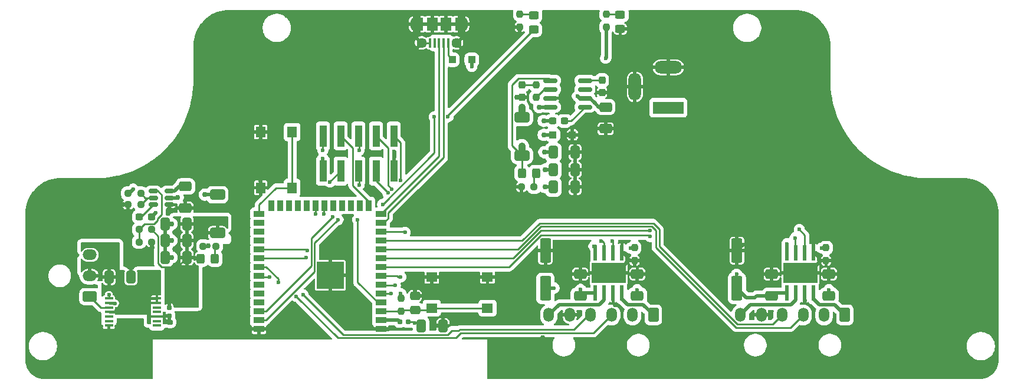
<source format=gbr>
%TF.GenerationSoftware,KiCad,Pcbnew,9.0.0*%
%TF.CreationDate,2025-02-23T12:00:01-08:00*%
%TF.ProjectId,four_way_rotator,666f7572-5f77-4617-995f-726f7461746f,rev?*%
%TF.SameCoordinates,Original*%
%TF.FileFunction,Copper,L1,Top*%
%TF.FilePolarity,Positive*%
%FSLAX46Y46*%
G04 Gerber Fmt 4.6, Leading zero omitted, Abs format (unit mm)*
G04 Created by KiCad (PCBNEW 9.0.0) date 2025-02-23 12:00:01*
%MOMM*%
%LPD*%
G01*
G04 APERTURE LIST*
G04 Aperture macros list*
%AMRoundRect*
0 Rectangle with rounded corners*
0 $1 Rounding radius*
0 $2 $3 $4 $5 $6 $7 $8 $9 X,Y pos of 4 corners*
0 Add a 4 corners polygon primitive as box body*
4,1,4,$2,$3,$4,$5,$6,$7,$8,$9,$2,$3,0*
0 Add four circle primitives for the rounded corners*
1,1,$1+$1,$2,$3*
1,1,$1+$1,$4,$5*
1,1,$1+$1,$6,$7*
1,1,$1+$1,$8,$9*
0 Add four rect primitives between the rounded corners*
20,1,$1+$1,$2,$3,$4,$5,0*
20,1,$1+$1,$4,$5,$6,$7,0*
20,1,$1+$1,$6,$7,$8,$9,0*
20,1,$1+$1,$8,$9,$2,$3,0*%
G04 Aperture macros list end*
%TA.AperFunction,SMDPad,CuDef*%
%ADD10RoundRect,0.250000X-0.412500X-0.650000X0.412500X-0.650000X0.412500X0.650000X-0.412500X0.650000X0*%
%TD*%
%TA.AperFunction,SMDPad,CuDef*%
%ADD11RoundRect,0.250000X-0.650000X0.412500X-0.650000X-0.412500X0.650000X-0.412500X0.650000X0.412500X0*%
%TD*%
%TA.AperFunction,SMDPad,CuDef*%
%ADD12RoundRect,0.250000X0.325000X0.450000X-0.325000X0.450000X-0.325000X-0.450000X0.325000X-0.450000X0*%
%TD*%
%TA.AperFunction,SMDPad,CuDef*%
%ADD13R,1.200000X0.400000*%
%TD*%
%TA.AperFunction,SMDPad,CuDef*%
%ADD14RoundRect,0.237500X-0.250000X-0.237500X0.250000X-0.237500X0.250000X0.237500X-0.250000X0.237500X0*%
%TD*%
%TA.AperFunction,SMDPad,CuDef*%
%ADD15RoundRect,0.237500X-0.237500X0.300000X-0.237500X-0.300000X0.237500X-0.300000X0.237500X0.300000X0*%
%TD*%
%TA.AperFunction,SMDPad,CuDef*%
%ADD16RoundRect,0.250000X0.412500X0.650000X-0.412500X0.650000X-0.412500X-0.650000X0.412500X-0.650000X0*%
%TD*%
%TA.AperFunction,SMDPad,CuDef*%
%ADD17R,0.500000X2.200000*%
%TD*%
%TA.AperFunction,ComponentPad*%
%ADD18C,0.630000*%
%TD*%
%TA.AperFunction,SMDPad,CuDef*%
%ADD19R,4.900000X2.950000*%
%TD*%
%TA.AperFunction,SMDPad,CuDef*%
%ADD20RoundRect,0.160000X-0.197500X-0.160000X0.197500X-0.160000X0.197500X0.160000X-0.197500X0.160000X0*%
%TD*%
%TA.AperFunction,SMDPad,CuDef*%
%ADD21RoundRect,0.250000X-0.450000X0.325000X-0.450000X-0.325000X0.450000X-0.325000X0.450000X0.325000X0*%
%TD*%
%TA.AperFunction,ComponentPad*%
%ADD22R,4.400000X1.800000*%
%TD*%
%TA.AperFunction,ComponentPad*%
%ADD23O,4.000000X1.800000*%
%TD*%
%TA.AperFunction,ComponentPad*%
%ADD24O,1.800000X4.000000*%
%TD*%
%TA.AperFunction,ComponentPad*%
%ADD25RoundRect,0.250001X0.759999X-0.499999X0.759999X0.499999X-0.759999X0.499999X-0.759999X-0.499999X0*%
%TD*%
%TA.AperFunction,ComponentPad*%
%ADD26O,2.020000X1.500000*%
%TD*%
%TA.AperFunction,SMDPad,CuDef*%
%ADD27R,1.000000X3.150000*%
%TD*%
%TA.AperFunction,SMDPad,CuDef*%
%ADD28RoundRect,0.237500X-0.237500X0.250000X-0.237500X-0.250000X0.237500X-0.250000X0.237500X0.250000X0*%
%TD*%
%TA.AperFunction,SMDPad,CuDef*%
%ADD29RoundRect,0.250000X0.300000X0.300000X-0.300000X0.300000X-0.300000X-0.300000X0.300000X-0.300000X0*%
%TD*%
%TA.AperFunction,SMDPad,CuDef*%
%ADD30RoundRect,0.150000X0.825000X0.150000X-0.825000X0.150000X-0.825000X-0.150000X0.825000X-0.150000X0*%
%TD*%
%TA.AperFunction,SMDPad,CuDef*%
%ADD31RoundRect,0.250000X0.550000X-1.500000X0.550000X1.500000X-0.550000X1.500000X-0.550000X-1.500000X0*%
%TD*%
%TA.AperFunction,SMDPad,CuDef*%
%ADD32R,1.600000X1.400000*%
%TD*%
%TA.AperFunction,SMDPad,CuDef*%
%ADD33RoundRect,0.237500X0.250000X0.237500X-0.250000X0.237500X-0.250000X-0.237500X0.250000X-0.237500X0*%
%TD*%
%TA.AperFunction,SMDPad,CuDef*%
%ADD34R,0.400000X1.350000*%
%TD*%
%TA.AperFunction,ComponentPad*%
%ADD35O,1.200000X1.900000*%
%TD*%
%TA.AperFunction,SMDPad,CuDef*%
%ADD36R,1.200000X1.900000*%
%TD*%
%TA.AperFunction,ComponentPad*%
%ADD37C,1.450000*%
%TD*%
%TA.AperFunction,SMDPad,CuDef*%
%ADD38R,1.500000X1.900000*%
%TD*%
%TA.AperFunction,SMDPad,CuDef*%
%ADD39RoundRect,0.150000X0.512500X0.150000X-0.512500X0.150000X-0.512500X-0.150000X0.512500X-0.150000X0*%
%TD*%
%TA.AperFunction,SMDPad,CuDef*%
%ADD40RoundRect,0.237500X0.237500X-0.250000X0.237500X0.250000X-0.237500X0.250000X-0.237500X-0.250000X0*%
%TD*%
%TA.AperFunction,SMDPad,CuDef*%
%ADD41RoundRect,0.160000X-0.160000X0.197500X-0.160000X-0.197500X0.160000X-0.197500X0.160000X0.197500X0*%
%TD*%
%TA.AperFunction,SMDPad,CuDef*%
%ADD42R,1.400000X1.600000*%
%TD*%
%TA.AperFunction,SMDPad,CuDef*%
%ADD43RoundRect,0.250000X0.450000X-0.325000X0.450000X0.325000X-0.450000X0.325000X-0.450000X-0.325000X0*%
%TD*%
%TA.AperFunction,SMDPad,CuDef*%
%ADD44RoundRect,0.237500X-0.300000X-0.237500X0.300000X-0.237500X0.300000X0.237500X-0.300000X0.237500X0*%
%TD*%
%TA.AperFunction,SMDPad,CuDef*%
%ADD45RoundRect,0.237500X0.300000X0.237500X-0.300000X0.237500X-0.300000X-0.237500X0.300000X-0.237500X0*%
%TD*%
%TA.AperFunction,SMDPad,CuDef*%
%ADD46R,1.500000X0.900000*%
%TD*%
%TA.AperFunction,SMDPad,CuDef*%
%ADD47R,0.900000X1.500000*%
%TD*%
%TA.AperFunction,HeatsinkPad*%
%ADD48C,0.600000*%
%TD*%
%TA.AperFunction,SMDPad,CuDef*%
%ADD49R,3.900000X3.900000*%
%TD*%
%TA.AperFunction,SMDPad,CuDef*%
%ADD50RoundRect,0.375000X-0.725000X0.375000X-0.725000X-0.375000X0.725000X-0.375000X0.725000X0.375000X0*%
%TD*%
%TA.AperFunction,SMDPad,CuDef*%
%ADD51RoundRect,0.250000X-0.300000X-0.300000X0.300000X-0.300000X0.300000X0.300000X-0.300000X0.300000X0*%
%TD*%
%TA.AperFunction,SMDPad,CuDef*%
%ADD52RoundRect,0.250000X0.475000X-0.337500X0.475000X0.337500X-0.475000X0.337500X-0.475000X-0.337500X0*%
%TD*%
%TA.AperFunction,ComponentPad*%
%ADD53RoundRect,0.250001X0.499999X0.759999X-0.499999X0.759999X-0.499999X-0.759999X0.499999X-0.759999X0*%
%TD*%
%TA.AperFunction,ComponentPad*%
%ADD54O,1.500000X2.020000*%
%TD*%
%TA.AperFunction,ViaPad*%
%ADD55C,0.600000*%
%TD*%
%TA.AperFunction,ViaPad*%
%ADD56C,0.760000*%
%TD*%
%TA.AperFunction,Conductor*%
%ADD57C,0.250000*%
%TD*%
%TA.AperFunction,Conductor*%
%ADD58C,0.500000*%
%TD*%
%TA.AperFunction,Conductor*%
%ADD59C,1.000000*%
%TD*%
G04 APERTURE END LIST*
D10*
%TO.P,C5,2*%
%TO.N,GND*%
X165425000Y-80700000D03*
%TO.P,C5,1*%
%TO.N,+3.3V*%
X162300000Y-80700000D03*
%TD*%
%TO.P,C7,2*%
%TO.N,GND*%
X165425000Y-75700000D03*
%TO.P,C7,1*%
%TO.N,+3.3V*%
X162300000Y-75700000D03*
%TD*%
%TO.P,C8,2*%
%TO.N,GND*%
X165425000Y-78200000D03*
%TO.P,C8,1*%
%TO.N,+3.3V*%
X162300000Y-78200000D03*
%TD*%
D11*
%TO.P,C10,2*%
%TO.N,GND*%
X169800000Y-72325000D03*
%TO.P,C10,1*%
%TO.N,VBUS*%
X169800000Y-69200000D03*
%TD*%
D12*
%TO.P,D6,1,K*%
%TO.N,Net-(D6-K)*%
X113731127Y-91000000D03*
%TO.P,D6,2,A*%
%TO.N,+5V*%
X111681127Y-91000000D03*
%TD*%
D13*
%TO.P,U3,1*%
%TO.N,GND*%
X98500000Y-96700000D03*
%TO.P,U3,2*%
%TO.N,/NEOPIX*%
X98500000Y-97350000D03*
%TO.P,U3,3*%
%TO.N,Net-(J4-Pin_1)*%
X98500000Y-98000000D03*
%TO.P,U3,4*%
%TO.N,/5V_NEOPIX*%
X98500000Y-98650000D03*
%TO.P,U3,5*%
%TO.N,unconnected-(U3-Pad5)*%
X98500000Y-99300000D03*
%TO.P,U3,6*%
%TO.N,unconnected-(U3-Pad6)*%
X98500000Y-99950000D03*
%TO.P,U3,7,GND*%
%TO.N,GND*%
X98500000Y-100600000D03*
%TO.P,U3,8*%
%TO.N,unconnected-(U3-Pad8)*%
X105400000Y-100600000D03*
%TO.P,U3,9*%
%TO.N,unconnected-(U3-Pad9)*%
X105400000Y-99950000D03*
%TO.P,U3,10*%
%TO.N,/5V_NEOPIX*%
X105400000Y-99300000D03*
%TO.P,U3,11*%
%TO.N,unconnected-(U3-Pad11)*%
X105400000Y-98650000D03*
%TO.P,U3,12*%
%TO.N,unconnected-(U3-Pad12)*%
X105400000Y-98000000D03*
%TO.P,U3,13*%
%TO.N,/5V_NEOPIX*%
X105400000Y-97350000D03*
%TO.P,U3,14,VCC*%
X105400000Y-96700000D03*
%TD*%
D14*
%TO.P,R3,1*%
%TO.N,VBUS*%
X101256127Y-81600000D03*
%TO.P,R3,2*%
%TO.N,Net-(U1-EN)*%
X103081127Y-81600000D03*
%TD*%
D15*
%TO.P,C6,1*%
%TO.N,Net-(C6-Pad1)*%
X157800000Y-66050000D03*
%TO.P,C6,2*%
%TO.N,GND*%
X157800000Y-67775000D03*
%TD*%
D16*
%TO.P,C13,1*%
%TO.N,GND*%
X101675000Y-93650000D03*
%TO.P,C13,2*%
%TO.N,/5V_NEOPIX*%
X98550000Y-93650000D03*
%TD*%
D14*
%TO.P,R4,1*%
%TO.N,Net-(U1-VFB)*%
X102831127Y-88600000D03*
%TO.P,R4,2*%
%TO.N,GND*%
X104656127Y-88600000D03*
%TD*%
%TO.P,R5,1*%
%TO.N,Net-(U1-VFB)*%
X102831127Y-86800000D03*
%TO.P,R5,2*%
%TO.N,+5V*%
X104656127Y-86800000D03*
%TD*%
D17*
%TO.P,U5,5,VM*%
%TO.N,VBUS*%
X168345000Y-95925000D03*
%TO.P,U5,1,GND*%
%TO.N,GND*%
X172155000Y-90175000D03*
%TO.P,U5,2,IN2*%
%TO.N,/M2b*%
X170885000Y-90175000D03*
%TO.P,U5,3,IN1*%
%TO.N,/M2a*%
X169615000Y-90175000D03*
%TO.P,U5,4,ILIM*%
%TO.N,Net-(U5-ILIM)*%
X168345000Y-90175000D03*
%TO.P,U5,6,OUT1*%
%TO.N,Net-(J5-Pin_6)*%
X169615000Y-95925000D03*
%TO.P,U5,7,GND*%
%TO.N,GND*%
X170885000Y-95925000D03*
%TO.P,U5,8,OUT2*%
%TO.N,Net-(J5-Pin_1)*%
X172155000Y-95925000D03*
D18*
%TO.P,U5,9,GND*%
%TO.N,GND*%
X171550000Y-92400000D03*
X170250000Y-92400000D03*
X168950000Y-92400000D03*
D19*
X170250000Y-93050000D03*
D18*
X171550000Y-93700000D03*
X170250000Y-93700000D03*
X168950000Y-93700000D03*
%TD*%
D20*
%TO.P,R12,1*%
%TO.N,Net-(U4-3V3)*%
X140255000Y-100090000D03*
%TO.P,R12,2*%
%TO.N,+3.3V*%
X141450000Y-100090000D03*
%TD*%
D21*
%TO.P,D2,1,K*%
%TO.N,Net-(D2-K)*%
X159500000Y-56050000D03*
%TO.P,D2,2,A*%
%TO.N,Net-(D2-A)*%
X159500000Y-58100000D03*
%TD*%
D22*
%TO.P,J3,1*%
%TO.N,VBUS*%
X178800000Y-69300000D03*
D23*
%TO.P,J3,2*%
%TO.N,GND*%
X178800000Y-63500000D03*
D24*
%TO.P,J3,3*%
X174000000Y-66300000D03*
%TD*%
D25*
%TO.P,J4,1,Pin_1*%
%TO.N,Net-(J4-Pin_1)*%
X95770000Y-96450000D03*
D26*
%TO.P,J4,2,Pin_2*%
%TO.N,/5V_NEOPIX*%
X95770000Y-93450000D03*
%TO.P,J4,3,Pin_3*%
%TO.N,GND*%
X95770000Y-90450000D03*
%TD*%
D27*
%TO.P,J2,1,Pin_1*%
%TO.N,+3.3V*%
X129240000Y-78400000D03*
%TO.P,J2,2,Pin_2*%
%TO.N,/GPIO01*%
X129240000Y-73350000D03*
%TO.P,J2,3,Pin_3*%
%TO.N,/GPIO02*%
X131780000Y-78400000D03*
%TO.P,J2,4,Pin_4*%
%TO.N,/GPIO03*%
X131780000Y-73350000D03*
%TO.P,J2,5,Pin_5*%
%TO.N,/GPIO04*%
X134320000Y-78400000D03*
%TO.P,J2,6,Pin_6*%
%TO.N,/GPIO05*%
X134320000Y-73350000D03*
%TO.P,J2,7,Pin_7*%
%TO.N,/GPIO06*%
X136860000Y-78400000D03*
%TO.P,J2,8,Pin_8*%
%TO.N,/GPIO07*%
X136860000Y-73350000D03*
%TO.P,J2,9,Pin_9*%
%TO.N,GND*%
X139400000Y-78400000D03*
%TO.P,J2,10,Pin_10*%
%TO.N,/GPIO08*%
X139400000Y-73350000D03*
%TD*%
D28*
%TO.P,R14,1*%
%TO.N,Net-(U6-ILIM)*%
X201450000Y-89425000D03*
%TO.P,R14,2*%
%TO.N,GND*%
X201450000Y-91250000D03*
%TD*%
D29*
%TO.P,D1,1,K*%
%TO.N,VBUS*%
X150600000Y-62400000D03*
%TO.P,D1,2,A*%
%TO.N,Net-(D1-A)*%
X147800000Y-62400000D03*
%TD*%
D30*
%TO.P,U2,2,VIN*%
%TO.N,VBUS*%
X166842500Y-67930000D03*
%TO.P,U2,1,BOOT*%
%TO.N,Net-(U2-BOOT)*%
X166842500Y-69200000D03*
%TO.P,U2,3,ROSC*%
%TO.N,unconnected-(U2-ROSC-Pad3)*%
X166842500Y-66660000D03*
%TO.P,U2,4,SS*%
%TO.N,Net-(U2-SS)*%
X166842500Y-65390000D03*
%TO.P,U2,5,VSENSE*%
%TO.N,+3.3V*%
X161892500Y-65390000D03*
%TO.P,U2,6,COMP*%
%TO.N,Net-(U2-COMP)*%
X161892500Y-66660000D03*
%TO.P,U2,7,GND*%
%TO.N,GND*%
X161892500Y-67930000D03*
%TO.P,U2,8,LX*%
%TO.N,/SW_NODE*%
X161892500Y-69200000D03*
%TD*%
D31*
%TO.P,C16,1*%
%TO.N,VBUS*%
X161155000Y-95250000D03*
%TO.P,C16,2*%
%TO.N,GND*%
X161155000Y-89850000D03*
%TD*%
D32*
%TO.P,SW2,1,1*%
%TO.N,GND*%
X144850000Y-93590000D03*
X152850000Y-93590000D03*
%TO.P,SW2,2,2*%
%TO.N,/EN*%
X144850000Y-98090000D03*
X152850000Y-98090000D03*
%TD*%
D11*
%TO.P,C17,2*%
%TO.N,VBUS*%
X166155000Y-96332500D03*
%TO.P,C17,1*%
%TO.N,GND*%
X166155000Y-93207500D03*
%TD*%
D33*
%TO.P,R6,1*%
%TO.N,Net-(U1-EN)*%
X103081127Y-83200000D03*
%TO.P,R6,2*%
%TO.N,GND*%
X101256127Y-83200000D03*
%TD*%
D34*
%TO.P,J1,1,VBUS*%
%TO.N,Net-(D1-A)*%
X147200000Y-60000000D03*
%TO.P,J1,2,D-*%
%TO.N,/D-*%
X146550000Y-60000000D03*
%TO.P,J1,3,D+*%
%TO.N,/D+*%
X145900000Y-60000000D03*
%TO.P,J1,4,ID*%
%TO.N,unconnected-(J1-ID-Pad4)*%
X145250000Y-60000000D03*
%TO.P,J1,5,GND*%
%TO.N,GND*%
X144600000Y-60000000D03*
D35*
%TO.P,J1,6,Shield*%
X149400000Y-57300000D03*
D36*
X148800000Y-57300000D03*
D37*
X148400000Y-60000000D03*
D38*
X146900000Y-57300000D03*
X144900000Y-57300000D03*
D37*
X143400000Y-60000000D03*
D36*
X143000000Y-57300000D03*
D35*
X142400000Y-57300000D03*
%TD*%
D39*
%TO.P,U1,3,VIN*%
%TO.N,VBUS*%
X107156127Y-81300000D03*
%TO.P,U1,1,GND*%
%TO.N,GND*%
X107156127Y-83200000D03*
%TO.P,U1,2,SW*%
%TO.N,/SW_NODE_5V*%
X107156127Y-82250000D03*
%TO.P,U1,4,VFB*%
%TO.N,Net-(U1-VFB)*%
X104881127Y-81300000D03*
%TO.P,U1,5,EN*%
%TO.N,Net-(U1-EN)*%
X104881127Y-82250000D03*
%TO.P,U1,6,VBST*%
%TO.N,Net-(U1-VBST)*%
X104881127Y-83200000D03*
%TD*%
D40*
%TO.P,R2,1*%
%TO.N,VBUS*%
X169900000Y-57712500D03*
%TO.P,R2,2*%
%TO.N,Net-(D3-A)*%
X169900000Y-55887500D03*
%TD*%
D41*
%TO.P,R10,1*%
%TO.N,+5V*%
X107200000Y-98005000D03*
%TO.P,R10,2*%
%TO.N,/5V_NEOPIX*%
X107200000Y-99200000D03*
%TD*%
D40*
%TO.P,R7,1*%
%TO.N,Net-(U2-COMP)*%
X159800000Y-67825000D03*
%TO.P,R7,2*%
%TO.N,Net-(C6-Pad1)*%
X159800000Y-66000000D03*
%TD*%
D15*
%TO.P,C11,1*%
%TO.N,Net-(U2-SS)*%
X169300000Y-65382500D03*
%TO.P,C11,2*%
%TO.N,GND*%
X169300000Y-67107500D03*
%TD*%
D14*
%TO.P,R8,1*%
%TO.N,GND*%
X157712500Y-80700000D03*
%TO.P,R8,2*%
%TO.N,Net-(D5-K)*%
X159537500Y-80700000D03*
%TD*%
D16*
%TO.P,C4,1*%
%TO.N,+5V*%
X109713627Y-86000000D03*
%TO.P,C4,2*%
%TO.N,GND*%
X106588627Y-86000000D03*
%TD*%
D11*
%TO.P,C19,1*%
%TO.N,GND*%
X174355000Y-93207500D03*
%TO.P,C19,2*%
%TO.N,+3.3V*%
X174355000Y-96332500D03*
%TD*%
D42*
%TO.P,SW1,1,1*%
%TO.N,/BOOT*%
X124800000Y-72800000D03*
X124800000Y-80800000D03*
%TO.P,SW1,2,2*%
%TO.N,GND*%
X120300000Y-72800000D03*
X120300000Y-80800000D03*
%TD*%
D43*
%TO.P,D3,1,K*%
%TO.N,GND*%
X171900000Y-58000000D03*
%TO.P,D3,2,A*%
%TO.N,Net-(D3-A)*%
X171900000Y-55950000D03*
%TD*%
D16*
%TO.P,C3,1*%
%TO.N,+5V*%
X109713627Y-88400000D03*
%TO.P,C3,2*%
%TO.N,GND*%
X106588627Y-88400000D03*
%TD*%
D11*
%TO.P,C21,2*%
%TO.N,VBUS*%
X193650000Y-96332500D03*
%TO.P,C21,1*%
%TO.N,GND*%
X193650000Y-93207500D03*
%TD*%
D14*
%TO.P,R9,1*%
%TO.N,GND*%
X112038627Y-89200000D03*
%TO.P,R9,2*%
%TO.N,Net-(D6-K)*%
X113863627Y-89200000D03*
%TD*%
D16*
%TO.P,C12,1*%
%TO.N,+5V*%
X109713627Y-90800000D03*
%TO.P,C12,2*%
%TO.N,GND*%
X106588627Y-90800000D03*
%TD*%
D11*
%TO.P,C20,1*%
%TO.N,GND*%
X201850000Y-93207500D03*
%TO.P,C20,2*%
%TO.N,+3.3V*%
X201850000Y-96332500D03*
%TD*%
D44*
%TO.P,C2,1*%
%TO.N,Net-(U1-VBST)*%
X102881127Y-85000000D03*
%TO.P,C2,2*%
%TO.N,/SW_NODE_5V*%
X104606127Y-85000000D03*
%TD*%
D45*
%TO.P,C9,1*%
%TO.N,Net-(U2-BOOT)*%
X163895000Y-71200000D03*
%TO.P,C9,2*%
%TO.N,/SW_NODE*%
X162170000Y-71200000D03*
%TD*%
D11*
%TO.P,C1,1*%
%TO.N,VBUS*%
X109481127Y-80600000D03*
%TO.P,C1,2*%
%TO.N,GND*%
X109481127Y-83725000D03*
%TD*%
D12*
%TO.P,D5,1,K*%
%TO.N,Net-(D5-K)*%
X159850000Y-78700000D03*
%TO.P,D5,2,A*%
%TO.N,+3.3V*%
X157800000Y-78700000D03*
%TD*%
D46*
%TO.P,U4,33,IO40*%
%TO.N,/E2a*%
X120050000Y-92210000D03*
%TO.P,U4,34,IO41*%
%TO.N,/E2b*%
X120050000Y-93480000D03*
%TO.P,U4,1,GND*%
%TO.N,GND*%
X137550000Y-101100000D03*
%TO.P,U4,2,3V3*%
%TO.N,Net-(U4-3V3)*%
X137550000Y-99830000D03*
%TO.P,U4,3,EN*%
%TO.N,/EN*%
X137550000Y-98560000D03*
%TO.P,U4,4,IO4*%
%TO.N,/GPIO04*%
X137550000Y-97290000D03*
%TO.P,U4,5,IO5*%
%TO.N,/GPIO05*%
X137550000Y-96020000D03*
%TO.P,U4,6,IO6*%
%TO.N,/GPIO06*%
X137550000Y-94750000D03*
%TO.P,U4,7,IO7*%
%TO.N,/GPIO07*%
X137550000Y-93480000D03*
%TO.P,U4,8,IO15*%
%TO.N,/M1a*%
X137550000Y-92210000D03*
%TO.P,U4,9,IO16*%
%TO.N,/M1b*%
X137550000Y-90940000D03*
%TO.P,U4,10,IO17*%
%TO.N,/E1a*%
X137550000Y-89670000D03*
%TO.P,U4,11,IO18*%
%TO.N,/E1b*%
X137550000Y-88400000D03*
%TO.P,U4,12,IO8*%
%TO.N,/GPIO08*%
X137550000Y-87130000D03*
%TO.P,U4,13,USB_D-*%
%TO.N,/D-*%
X137550000Y-85860000D03*
%TO.P,U4,14,USB_D+*%
%TO.N,/D+*%
X137550000Y-84590000D03*
D47*
%TO.P,U4,15,IO3*%
%TO.N,/GPIO03*%
X135785000Y-83340000D03*
%TO.P,U4,16,IO46*%
%TO.N,/GPIO46*%
X134515000Y-83340000D03*
%TO.P,U4,17,IO9*%
%TO.N,/GPIO09*%
X133245000Y-83340000D03*
%TO.P,U4,18,IO10*%
%TO.N,/GPIO10*%
X131975000Y-83340000D03*
%TO.P,U4,19,IO11*%
%TO.N,/GPIO11*%
X130705000Y-83340000D03*
%TO.P,U4,20,IO12*%
%TO.N,Net-(D2-A)*%
X129435000Y-83340000D03*
%TO.P,U4,21,IO13*%
%TO.N,/NEOPIX*%
X128165000Y-83340000D03*
%TO.P,U4,22,IO14*%
%TO.N,/GPIO14*%
X126895000Y-83340000D03*
%TO.P,U4,23,IO21*%
%TO.N,/GPIO21*%
X125625000Y-83340000D03*
%TO.P,U4,24,IO47*%
%TO.N,/GPIO47*%
X124355000Y-83340000D03*
%TO.P,U4,25,IO48*%
%TO.N,/GPIO48*%
X123085000Y-83340000D03*
%TO.P,U4,26,IO45*%
%TO.N,/GPIO45*%
X121815000Y-83340000D03*
D46*
%TO.P,U4,27,IO0*%
%TO.N,/BOOT*%
X120050000Y-84590000D03*
%TO.P,U4,28,IO35*%
%TO.N,unconnected-(U4-IO35-Pad28)*%
X120050000Y-85860000D03*
%TO.P,U4,29,IO36*%
%TO.N,unconnected-(U4-IO36-Pad29)*%
X120050000Y-87130000D03*
%TO.P,U4,30,IO37*%
%TO.N,unconnected-(U4-IO37-Pad30)*%
X120050000Y-88400000D03*
%TO.P,U4,31,IO38*%
%TO.N,/M2a*%
X120050000Y-89670000D03*
%TO.P,U4,32,IO39*%
%TO.N,/M2b*%
X120050000Y-90940000D03*
%TO.P,U4,35,IO42*%
%TO.N,/GPIO42*%
X120050000Y-94750000D03*
%TO.P,U4,36,RXD0*%
%TO.N,unconnected-(U4-RXD0-Pad36)*%
X120050000Y-96020000D03*
%TO.P,U4,37,TXD0*%
%TO.N,unconnected-(U4-TXD0-Pad37)*%
X120050000Y-97290000D03*
%TO.P,U4,38,IO2*%
%TO.N,/GPIO02*%
X120050000Y-98560000D03*
%TO.P,U4,39,IO1*%
%TO.N,/GPIO01*%
X120050000Y-99830000D03*
%TO.P,U4,40,GND*%
%TO.N,GND*%
X120050000Y-101100000D03*
D48*
%TO.P,U4,41,GND*%
X131700000Y-94080000D03*
X131700000Y-92680000D03*
X131000000Y-94780000D03*
X131000000Y-93380000D03*
X131000000Y-91980000D03*
X130300000Y-94080000D03*
D49*
X130300000Y-93380000D03*
D48*
X130300000Y-92680000D03*
X129600000Y-94780000D03*
X129600000Y-93380000D03*
X129600000Y-91980000D03*
X128900000Y-94080000D03*
X128900000Y-92680000D03*
%TD*%
D40*
%TO.P,R1,1*%
%TO.N,GND*%
X157500000Y-57700000D03*
%TO.P,R1,2*%
%TO.N,Net-(D2-K)*%
X157500000Y-55875000D03*
%TD*%
D10*
%TO.P,C14,1*%
%TO.N,+3.3V*%
X143325000Y-100690000D03*
%TO.P,C14,2*%
%TO.N,GND*%
X146450000Y-100690000D03*
%TD*%
D28*
%TO.P,R11,1*%
%TO.N,+3.3V*%
X140450000Y-96677500D03*
%TO.P,R11,2*%
%TO.N,/EN*%
X140450000Y-98502500D03*
%TD*%
D50*
%TO.P,L2,1*%
%TO.N,/SW_NODE*%
X157800000Y-70700000D03*
%TO.P,L2,2*%
%TO.N,+3.3V*%
X157800000Y-76200000D03*
%TD*%
D28*
%TO.P,R13,1*%
%TO.N,Net-(U5-ILIM)*%
X173955000Y-89425000D03*
%TO.P,R13,2*%
%TO.N,GND*%
X173955000Y-91250000D03*
%TD*%
D31*
%TO.P,C18,1*%
%TO.N,VBUS*%
X188650000Y-95250000D03*
%TO.P,C18,2*%
%TO.N,GND*%
X188650000Y-89850000D03*
%TD*%
D51*
%TO.P,D4,1,K*%
%TO.N,/SW_NODE*%
X162227500Y-73200000D03*
%TO.P,D4,2,A*%
%TO.N,GND*%
X165027500Y-73200000D03*
%TD*%
D17*
%TO.P,U6,5,VM*%
%TO.N,VBUS*%
X195840000Y-95925000D03*
%TO.P,U6,1,GND*%
%TO.N,GND*%
X199650000Y-90175000D03*
%TO.P,U6,2,IN2*%
%TO.N,/M1b*%
X198380000Y-90175000D03*
%TO.P,U6,3,IN1*%
%TO.N,/M1a*%
X197110000Y-90175000D03*
%TO.P,U6,4,ILIM*%
%TO.N,Net-(U6-ILIM)*%
X195840000Y-90175000D03*
%TO.P,U6,6,OUT1*%
%TO.N,Net-(J6-Pin_6)*%
X197110000Y-95925000D03*
%TO.P,U6,7,GND*%
%TO.N,GND*%
X198380000Y-95925000D03*
%TO.P,U6,8,OUT2*%
%TO.N,Net-(J6-Pin_1)*%
X199650000Y-95925000D03*
D18*
%TO.P,U6,9,GND*%
%TO.N,GND*%
X199045000Y-92400000D03*
X197745000Y-92400000D03*
X196445000Y-92400000D03*
D19*
X197745000Y-93050000D03*
D18*
X199045000Y-93700000D03*
X197745000Y-93700000D03*
X196445000Y-93700000D03*
%TD*%
D50*
%TO.P,L1,1*%
%TO.N,/SW_NODE_5V*%
X114081127Y-81800000D03*
%TO.P,L1,2*%
%TO.N,+5V*%
X114081127Y-87300000D03*
%TD*%
D52*
%TO.P,C15,1*%
%TO.N,/EN*%
X142450000Y-98397500D03*
%TO.P,C15,2*%
%TO.N,GND*%
X142450000Y-96322500D03*
%TD*%
D53*
%TO.P,J6,1,Pin_1*%
%TO.N,Net-(J6-Pin_1)*%
X204150000Y-99080000D03*
D54*
%TO.P,J6,2,Pin_2*%
%TO.N,+3.3V*%
X201150000Y-99080000D03*
%TO.P,J6,3,Pin_3*%
%TO.N,/E1a*%
X198150000Y-99080000D03*
%TO.P,J6,4,Pin_4*%
%TO.N,/E1b*%
X195150000Y-99080000D03*
%TO.P,J6,5,Pin_5*%
%TO.N,GND*%
X192150000Y-99080000D03*
%TO.P,J6,6,Pin_6*%
%TO.N,Net-(J6-Pin_6)*%
X189150000Y-99080000D03*
%TD*%
%TO.P,J5,4,Pin_4*%
%TO.N,/E2b*%
X167655000Y-99080000D03*
%TO.P,J5,3,Pin_3*%
%TO.N,/E2a*%
X170655000Y-99080000D03*
D53*
%TO.P,J5,1,Pin_1*%
%TO.N,Net-(J5-Pin_1)*%
X176655000Y-99080000D03*
D54*
%TO.P,J5,2,Pin_2*%
%TO.N,+3.3V*%
X173655000Y-99080000D03*
%TO.P,J5,5,Pin_5*%
%TO.N,GND*%
X164655000Y-99080000D03*
%TO.P,J5,6,Pin_6*%
%TO.N,Net-(J5-Pin_6)*%
X161655000Y-99080000D03*
%TD*%
D55*
%TO.N,VBUS*%
X188600000Y-93200000D03*
%TO.N,/E2a*%
X122800000Y-94400000D03*
X125400000Y-96400000D03*
%TO.N,/E2b*%
X121600000Y-93600000D03*
X126400000Y-96200000D03*
%TO.N,VBUS*%
X102000000Y-81000000D03*
X108200000Y-81000000D03*
X150600000Y-63400000D03*
X169800000Y-62200000D03*
X165759018Y-67620491D03*
X168200000Y-68600000D03*
X191200000Y-96600000D03*
X166200000Y-95400000D03*
X162400000Y-95200000D03*
%TO.N,GND*%
X174355000Y-94250000D03*
D56*
X168200000Y-72300000D03*
D55*
X166155000Y-92050000D03*
D56*
X195000000Y-76000000D03*
X121000000Y-56000000D03*
X107181127Y-83800000D03*
X189000000Y-86000000D03*
X187000000Y-56000000D03*
X201000000Y-107000000D03*
X162000000Y-56000000D03*
X213000000Y-107000000D03*
X88000000Y-98000000D03*
X155000000Y-56000000D03*
X96000000Y-81000000D03*
X195000000Y-107000000D03*
D55*
X120190000Y-79750000D03*
D56*
X158000000Y-107000000D03*
X114000000Y-57000000D03*
X211000000Y-80000000D03*
X157080000Y-67800000D03*
X202000000Y-70000000D03*
X88000000Y-101000000D03*
X189000000Y-107000000D03*
X220000000Y-81000000D03*
X195000000Y-62000000D03*
X201000000Y-66000000D03*
D55*
X198450000Y-97050000D03*
D56*
X214000000Y-81000000D03*
X167000000Y-107000000D03*
X201000000Y-60000000D03*
X164400000Y-78200000D03*
X181000000Y-56000000D03*
X176000000Y-107000000D03*
X225000000Y-92000000D03*
X149000000Y-73000000D03*
X225000000Y-84000000D03*
D55*
X142400000Y-95600000D03*
D56*
X201000000Y-63000000D03*
X189000000Y-102000000D03*
X88000000Y-92000000D03*
X195000000Y-67000000D03*
X161000000Y-107000000D03*
X204000000Y-107000000D03*
D55*
X118800000Y-101200000D03*
D56*
X170000000Y-107000000D03*
X179000000Y-107000000D03*
X88000000Y-89000000D03*
X165000000Y-56000000D03*
X199000000Y-58000000D03*
X91000000Y-107000000D03*
X88000000Y-95000000D03*
D55*
X201850000Y-94250000D03*
D56*
X112000000Y-59000000D03*
X110881127Y-83700000D03*
X223000000Y-82000000D03*
X112796127Y-89165246D03*
D55*
X172800000Y-91600000D03*
D56*
X164400000Y-80800000D03*
D55*
X98500000Y-101400000D03*
D56*
X168000000Y-56000000D03*
X205000000Y-76000000D03*
X225000000Y-101000000D03*
D55*
X120190000Y-73950000D03*
D56*
X170000000Y-102000000D03*
X160752936Y-102352000D03*
D55*
X146000000Y-93600000D03*
D56*
X144000000Y-73000000D03*
X89000000Y-82000000D03*
X164400000Y-75800000D03*
X210000000Y-107000000D03*
X207000000Y-107000000D03*
X189000000Y-81000000D03*
X184000000Y-66000000D03*
X189000000Y-76000000D03*
X104681127Y-89400000D03*
D55*
X98500000Y-96200000D03*
D56*
X225000000Y-86000000D03*
X100000000Y-80000000D03*
X189000000Y-71000000D03*
X163300000Y-67900000D03*
X195000000Y-102000000D03*
X200000000Y-102000000D03*
X196000000Y-56000000D03*
X177000000Y-102000000D03*
X222000000Y-107000000D03*
X107481127Y-88400000D03*
D55*
X139400000Y-75600000D03*
D56*
X100500000Y-83250000D03*
X92000000Y-81000000D03*
X216000000Y-107000000D03*
X112000000Y-62000000D03*
X127000000Y-56000000D03*
X208000000Y-78000000D03*
X99000000Y-107000000D03*
X164200000Y-73200000D03*
X153000000Y-73000000D03*
D55*
X151800000Y-93600000D03*
D56*
X193000000Y-56000000D03*
X130000000Y-56000000D03*
X225000000Y-89000000D03*
X184000000Y-56000000D03*
X225000000Y-95000000D03*
X136000000Y-56000000D03*
X124000000Y-56000000D03*
X183000000Y-107000000D03*
X173000000Y-107000000D03*
X139000000Y-56000000D03*
X107481127Y-86000000D03*
X171170782Y-97594084D03*
X183000000Y-102000000D03*
D55*
X138600000Y-101200000D03*
D56*
X133000000Y-56000000D03*
X107481127Y-90800000D03*
X225000000Y-106000000D03*
X198000000Y-107000000D03*
D55*
X173190000Y-91210000D03*
D56*
X88000000Y-106000000D03*
D55*
X161155000Y-88274000D03*
X189523471Y-88976529D03*
D56*
X189000000Y-62000000D03*
X189000000Y-66000000D03*
X88000000Y-85000000D03*
X178000000Y-56000000D03*
X225000000Y-98000000D03*
X102000000Y-107000000D03*
X195000000Y-86000000D03*
X192000000Y-107000000D03*
X95000000Y-107000000D03*
X203000000Y-73000000D03*
D55*
X145600000Y-100600000D03*
D56*
X219000000Y-107000000D03*
X176000000Y-56000000D03*
X195000000Y-81000000D03*
D55*
X161155000Y-92050000D03*
X188650000Y-92050000D03*
X193650000Y-92050000D03*
D56*
X184000000Y-62000000D03*
X164000000Y-107000000D03*
X118000000Y-56000000D03*
X152000000Y-56000000D03*
X154000000Y-107000000D03*
X217000000Y-81000000D03*
X195000000Y-71000000D03*
X186000000Y-107000000D03*
%TO.N,+3.3V*%
X157800000Y-74800000D03*
X161100000Y-80700000D03*
D55*
X140400000Y-96000000D03*
D56*
X161100000Y-78200000D03*
D55*
X142400000Y-100200000D03*
X129200000Y-76600000D03*
D56*
X161000000Y-75700000D03*
D55*
X174355000Y-95450000D03*
X201850000Y-95450000D03*
%TO.N,Net-(U6-ILIM)*%
X195850000Y-88850000D03*
X200850000Y-89450000D03*
%TO.N,/NEOPIX*%
X128200000Y-84600000D03*
X99400000Y-97400000D03*
D56*
%TO.N,/SW_NODE*%
X160900000Y-71200000D03*
X160300000Y-69200000D03*
X157800000Y-69200000D03*
X160900000Y-73200000D03*
D55*
%TO.N,/GPIO02*%
X130641942Y-84958058D03*
X130239972Y-79980434D03*
%TO.N,/GPIO08*%
X141025000Y-87200000D03*
X140399999Y-79716116D03*
%TO.N,/GPIO07*%
X140400000Y-93600000D03*
X139123745Y-80992371D03*
%TO.N,/GPIO04*%
X134200000Y-85376000D03*
X134400000Y-80400000D03*
%TO.N,/GPIO01*%
X129200000Y-75400000D03*
X131400000Y-85375000D03*
%TO.N,/GPIO06*%
X139625000Y-94800000D03*
X138558058Y-81558058D03*
%TO.N,/GPIO05*%
X139000000Y-96000000D03*
X134400000Y-75400000D03*
%TO.N,Net-(D2-A)*%
X145200000Y-70600000D03*
X129400000Y-84600000D03*
X147175000Y-70600000D03*
X137800000Y-83200000D03*
%TO.N,/SW_NODE_5V*%
X105200000Y-84400000D03*
D56*
X108381127Y-82200000D03*
X112281127Y-81800000D03*
D55*
%TO.N,Net-(U5-ILIM)*%
X168129761Y-89200257D03*
X173355000Y-89450000D03*
%TO.N,/M1a*%
X197000000Y-88000000D03*
X176200000Y-87800000D03*
%TO.N,/M1b*%
X197600000Y-86800000D03*
X176200000Y-86975000D03*
%TO.N,/M2a*%
X126948000Y-89800000D03*
X169122273Y-88425000D03*
%TO.N,/M2b*%
X170800000Y-88425000D03*
X126800000Y-90800000D03*
D56*
%TO.N,GND*%
X104000000Y-79000000D03*
X107000000Y-77000000D03*
X112000000Y-68000000D03*
X111000000Y-71000000D03*
X109000000Y-74000000D03*
X112000000Y-65000000D03*
%TD*%
D57*
%TO.N,VBUS*%
X188650000Y-95250000D02*
X188650000Y-93250000D01*
X188650000Y-93250000D02*
X188600000Y-93200000D01*
%TO.N,/E2a*%
X170655000Y-99080000D02*
X168088000Y-101647000D01*
%TO.N,/E2b*%
X132116000Y-101916000D02*
X126400000Y-96200000D01*
X167655000Y-99080000D02*
X167395000Y-99080000D01*
X147108014Y-101916000D02*
X132116000Y-101916000D01*
%TO.N,/E2a*%
X148309824Y-102366000D02*
X131366000Y-102366000D01*
X121095298Y-92210000D02*
X120050000Y-92210000D01*
%TO.N,/E2b*%
X148842428Y-101197000D02*
X148745428Y-101294000D01*
X147730014Y-101294000D02*
X147108014Y-101916000D01*
X167395000Y-99080000D02*
X165278000Y-101197000D01*
%TO.N,/E2a*%
X131366000Y-102366000D02*
X125400000Y-96400000D01*
X168088000Y-101647000D02*
X149028824Y-101647000D01*
X149028824Y-101647000D02*
X148309824Y-102366000D01*
%TO.N,/E2b*%
X148745428Y-101294000D02*
X147730014Y-101294000D01*
X165278000Y-101197000D02*
X148842428Y-101197000D01*
%TO.N,/E2a*%
X122800000Y-94400000D02*
X122800000Y-93914702D01*
X122800000Y-93914702D02*
X121095298Y-92210000D01*
%TO.N,/E2b*%
X121600000Y-93600000D02*
X120170000Y-93600000D01*
X120170000Y-93600000D02*
X120050000Y-93480000D01*
D58*
%TO.N,VBUS*%
X101400000Y-81600000D02*
X102000000Y-81000000D01*
X101256127Y-81600000D02*
X101400000Y-81600000D01*
X107156127Y-81300000D02*
X107900000Y-81300000D01*
X107900000Y-81300000D02*
X108200000Y-81000000D01*
X108600000Y-80600000D02*
X108200000Y-81000000D01*
X109481127Y-80600000D02*
X108600000Y-80600000D01*
X150600000Y-62400000D02*
X150600000Y-63400000D01*
X169900000Y-62100000D02*
X169800000Y-62200000D01*
X169900000Y-57712500D02*
X169900000Y-62100000D01*
X166068527Y-67930000D02*
X165759018Y-67620491D01*
X166842500Y-67930000D02*
X166068527Y-67930000D01*
X166842500Y-67930000D02*
X167530000Y-67930000D01*
X167530000Y-67930000D02*
X168200000Y-68600000D01*
X168800000Y-69200000D02*
X168200000Y-68600000D01*
X169800000Y-69200000D02*
X168800000Y-69200000D01*
X191200000Y-96600000D02*
X190000000Y-96600000D01*
X190000000Y-96600000D02*
X189145682Y-95745682D01*
X191467500Y-96332500D02*
X191200000Y-96600000D01*
X193650000Y-96332500D02*
X191467500Y-96332500D01*
X166155000Y-95445000D02*
X166200000Y-95400000D01*
X166155000Y-96332500D02*
X166155000Y-95445000D01*
X162350000Y-95250000D02*
X162400000Y-95200000D01*
X161155000Y-95250000D02*
X162350000Y-95250000D01*
X166562500Y-95925000D02*
X166155000Y-96332500D01*
X168345000Y-95925000D02*
X166562500Y-95925000D01*
%TO.N,GND*%
X174355000Y-93207500D02*
X174355000Y-94250000D01*
X169800000Y-72325000D02*
X168225000Y-72325000D01*
X168225000Y-72325000D02*
X168200000Y-72300000D01*
X166155000Y-93207500D02*
X166155000Y-92050000D01*
%TO.N,VBUS*%
X194057500Y-95925000D02*
X193650000Y-96332500D01*
X195840000Y-95925000D02*
X194057500Y-95925000D01*
D57*
%TO.N,GND*%
X107156127Y-83200000D02*
X107156127Y-83775000D01*
D58*
X173230000Y-91250000D02*
X173190000Y-91210000D01*
X170250000Y-93050000D02*
X171350000Y-93050000D01*
D57*
X144600000Y-60000000D02*
X143400000Y-60000000D01*
D58*
X188650000Y-89850000D02*
X189523471Y-88976529D01*
D57*
X146450000Y-100690000D02*
X145690000Y-100690000D01*
X142450000Y-95650000D02*
X142400000Y-95600000D01*
X157105000Y-67775000D02*
X157080000Y-67800000D01*
X170885000Y-97308302D02*
X171170782Y-97594084D01*
D58*
X109481127Y-83725000D02*
X110856127Y-83725000D01*
D57*
X120050000Y-101100000D02*
X118900000Y-101100000D01*
X161892500Y-67930000D02*
X163270000Y-67930000D01*
D58*
X188650000Y-89850000D02*
X188650000Y-92050000D01*
X161155000Y-89850000D02*
X161155000Y-92050000D01*
D57*
X163270000Y-67930000D02*
X163300000Y-67900000D01*
X142450000Y-96322500D02*
X142450000Y-95650000D01*
X170885000Y-95925000D02*
X170885000Y-97308302D01*
X98500000Y-96700000D02*
X98500000Y-96200000D01*
D58*
X161155000Y-88274000D02*
X161155000Y-89850000D01*
D57*
X112761373Y-89200000D02*
X112796127Y-89165246D01*
D58*
X164400000Y-75800000D02*
X165325000Y-75800000D01*
X198380000Y-95925000D02*
X198380000Y-96980000D01*
D57*
X151810000Y-93590000D02*
X151800000Y-93600000D01*
X173190000Y-91210000D02*
X172155000Y-90175000D01*
X200725000Y-91250000D02*
X199650000Y-90175000D01*
D58*
X164500000Y-80700000D02*
X164400000Y-80800000D01*
X165325000Y-75800000D02*
X165425000Y-75700000D01*
X106588627Y-90800000D02*
X107481127Y-90800000D01*
D57*
X157800000Y-67775000D02*
X157105000Y-67775000D01*
D58*
X171350000Y-93050000D02*
X172800000Y-91600000D01*
D57*
X145690000Y-100690000D02*
X145600000Y-100600000D01*
X145990000Y-93590000D02*
X146000000Y-93600000D01*
X107156127Y-83775000D02*
X107181127Y-83800000D01*
D58*
X165027500Y-73200000D02*
X164200000Y-73200000D01*
X201850000Y-93207500D02*
X201850000Y-94250000D01*
D57*
X101256127Y-83200000D02*
X100550000Y-83200000D01*
D58*
X110856127Y-83725000D02*
X110881127Y-83700000D01*
D57*
X139400000Y-78400000D02*
X139400000Y-75600000D01*
D58*
X197745000Y-93050000D02*
X198925000Y-93050000D01*
X198380000Y-96980000D02*
X198450000Y-97050000D01*
D57*
X120300000Y-73840000D02*
X120190000Y-73950000D01*
X120300000Y-79860000D02*
X120190000Y-79750000D01*
X138500000Y-101100000D02*
X138600000Y-101200000D01*
X144850000Y-93590000D02*
X145990000Y-93590000D01*
X120300000Y-80800000D02*
X120300000Y-79860000D01*
X118900000Y-101100000D02*
X118800000Y-101200000D01*
X104656127Y-89375000D02*
X104681127Y-89400000D01*
X201450000Y-91250000D02*
X200725000Y-91250000D01*
D58*
X198925000Y-93050000D02*
X200725000Y-91250000D01*
X165425000Y-80700000D02*
X164500000Y-80700000D01*
D57*
X98500000Y-100600000D02*
X98500000Y-101400000D01*
D58*
X106588627Y-88400000D02*
X107481127Y-88400000D01*
X106588627Y-86000000D02*
X107481127Y-86000000D01*
D57*
X100550000Y-83200000D02*
X100500000Y-83250000D01*
X104656127Y-88600000D02*
X104656127Y-89375000D01*
X112038627Y-89200000D02*
X112761373Y-89200000D01*
D58*
X173955000Y-91250000D02*
X173230000Y-91250000D01*
X193650000Y-93207500D02*
X193650000Y-92050000D01*
D57*
X137550000Y-101100000D02*
X138500000Y-101100000D01*
X152850000Y-93590000D02*
X151810000Y-93590000D01*
X120300000Y-72800000D02*
X120300000Y-73840000D01*
D58*
X165425000Y-78200000D02*
X164400000Y-78200000D01*
D57*
%TO.N,+3.3V*%
X129240000Y-76640000D02*
X129200000Y-76600000D01*
X156375000Y-74775000D02*
X157800000Y-76200000D01*
D58*
X162300000Y-80700000D02*
X161100000Y-80700000D01*
D57*
X142835000Y-100200000D02*
X143325000Y-100690000D01*
X142290000Y-100090000D02*
X142400000Y-100200000D01*
D58*
X174355000Y-96332500D02*
X174355000Y-95450000D01*
X201850000Y-96332500D02*
X201850000Y-95450000D01*
X162300000Y-78200000D02*
X161100000Y-78200000D01*
D57*
X129240000Y-78400000D02*
X129240000Y-76640000D01*
X161892500Y-65390000D02*
X161592501Y-65090001D01*
X141450000Y-100090000D02*
X142290000Y-100090000D01*
X140450000Y-96677500D02*
X140450000Y-96050000D01*
D59*
X157800000Y-76200000D02*
X157800000Y-74800000D01*
D57*
X157800000Y-78700000D02*
X157800000Y-76200000D01*
X157309999Y-65090001D02*
X156375000Y-66025000D01*
D58*
X162300000Y-75700000D02*
X161000000Y-75700000D01*
D57*
X156375000Y-66025000D02*
X156375000Y-74775000D01*
X161592501Y-65090001D02*
X157309999Y-65090001D01*
X140450000Y-96050000D02*
X140400000Y-96000000D01*
X142400000Y-100200000D02*
X142835000Y-100200000D01*
%TO.N,Net-(C6-Pad1)*%
X157850000Y-66000000D02*
X157800000Y-66050000D01*
X159800000Y-66000000D02*
X157850000Y-66000000D01*
%TO.N,Net-(U2-SS)*%
X166850000Y-65382500D02*
X166842500Y-65390000D01*
X169300000Y-65382500D02*
X166850000Y-65382500D01*
D58*
%TO.N,+5V*%
X109713627Y-88400000D02*
X110881127Y-88400000D01*
D57*
X108313627Y-92200000D02*
X109713627Y-90800000D01*
X105601127Y-87745000D02*
X105601127Y-91695100D01*
D58*
X109713627Y-86000000D02*
X110981127Y-86000000D01*
D57*
X105601127Y-91695100D02*
X106106027Y-92200000D01*
X106106027Y-92200000D02*
X108313627Y-92200000D01*
D58*
X109713627Y-90800000D02*
X110881127Y-90800000D01*
X114081127Y-87300000D02*
X114081127Y-85900000D01*
D57*
X104656127Y-86800000D02*
X105601127Y-87745000D01*
%TO.N,Net-(U1-VBST)*%
X104881127Y-83200000D02*
X103081127Y-85000000D01*
X103081127Y-85000000D02*
X102881127Y-85000000D01*
%TO.N,Net-(D3-A)*%
X169900000Y-55887500D02*
X171837500Y-55887500D01*
X171837500Y-55887500D02*
X171900000Y-55950000D01*
%TO.N,Net-(D5-K)*%
X159537500Y-80700000D02*
X159537500Y-79012500D01*
X159537500Y-79012500D02*
X159850000Y-78700000D01*
%TO.N,Net-(U2-BOOT)*%
X164842500Y-71200000D02*
X163895000Y-71200000D01*
X166842500Y-69200000D02*
X164842500Y-71200000D01*
%TO.N,Net-(D6-K)*%
X113731127Y-89350000D02*
X113731127Y-91000000D01*
X113881127Y-89200000D02*
X113731127Y-89350000D01*
X113863627Y-89200000D02*
X113881127Y-89200000D01*
%TO.N,Net-(J4-Pin_1)*%
X95770000Y-96450000D02*
X97320000Y-98000000D01*
X97320000Y-98000000D02*
X98500000Y-98000000D01*
%TO.N,Net-(U2-COMP)*%
X161892500Y-66660000D02*
X160965000Y-66660000D01*
X160965000Y-66660000D02*
X159800000Y-67825000D01*
D58*
%TO.N,Net-(U4-3V3)*%
X137550000Y-99830000D02*
X139995000Y-99830000D01*
X139995000Y-99830000D02*
X140255000Y-100090000D01*
D57*
%TO.N,Net-(U1-VFB)*%
X105481127Y-85224900D02*
X105481127Y-85464576D01*
X102831127Y-88600000D02*
X102831127Y-86800000D01*
X104945703Y-86000000D02*
X103631127Y-86000000D01*
X106081127Y-81837501D02*
X106081127Y-84624900D01*
X103631127Y-86000000D02*
X102831127Y-86800000D01*
X106081127Y-84624900D02*
X105481127Y-85224900D01*
X105481127Y-85464576D02*
X104945703Y-86000000D01*
X104881127Y-81300000D02*
X105543626Y-81300000D01*
X105543626Y-81300000D02*
X106081127Y-81837501D01*
D58*
%TO.N,Net-(J6-Pin_6)*%
X196398000Y-97619000D02*
X190611000Y-97619000D01*
X190611000Y-97619000D02*
X189150000Y-99080000D01*
X197110000Y-95925000D02*
X197110000Y-96907000D01*
X197110000Y-96907000D02*
X196398000Y-97619000D01*
D57*
%TO.N,Net-(U6-ILIM)*%
X200875000Y-89425000D02*
X200850000Y-89450000D01*
X195850000Y-88850000D02*
X195850000Y-90165000D01*
X201450000Y-89425000D02*
X200875000Y-89425000D01*
X195850000Y-90165000D02*
X195840000Y-90175000D01*
%TO.N,/NEOPIX*%
X98550000Y-97400000D02*
X98500000Y-97350000D01*
X128165000Y-84565000D02*
X128200000Y-84600000D01*
X128165000Y-83340000D02*
X128165000Y-84565000D01*
X99400000Y-97400000D02*
X98550000Y-97400000D01*
%TO.N,Net-(D1-A)*%
X147200000Y-61800000D02*
X147800000Y-62400000D01*
X147200000Y-60000000D02*
X147200000Y-61800000D01*
D58*
%TO.N,Net-(J6-Pin_1)*%
X202689000Y-97619000D02*
X204150000Y-99080000D01*
X199650000Y-95925000D02*
X199650000Y-96775000D01*
X200494000Y-97619000D02*
X202689000Y-97619000D01*
X199650000Y-96775000D02*
X200494000Y-97619000D01*
D57*
%TO.N,/D+*%
X145900000Y-60000000D02*
X145900000Y-76240000D01*
X145900000Y-76240000D02*
X137550000Y-84590000D01*
%TO.N,/D-*%
X146550000Y-60000000D02*
X146550000Y-76450000D01*
X137966000Y-85860000D02*
X137550000Y-85860000D01*
X138626000Y-84374000D02*
X138626000Y-85200000D01*
X138626000Y-85200000D02*
X137966000Y-85860000D01*
X146550000Y-76450000D02*
X138626000Y-84374000D01*
%TO.N,Net-(U1-EN)*%
X104031127Y-82250000D02*
X103081127Y-83200000D01*
X104881127Y-82250000D02*
X104031127Y-82250000D01*
X104881127Y-82250000D02*
X103731127Y-82250000D01*
X103731127Y-82250000D02*
X103081127Y-81600000D01*
D58*
%TO.N,/SW_NODE*%
X161892500Y-69200000D02*
X160300000Y-69200000D01*
D59*
X157800000Y-70700000D02*
X157800000Y-69200000D01*
D58*
X162227500Y-73200000D02*
X160900000Y-73200000D01*
X162170000Y-71200000D02*
X160900000Y-71200000D01*
D57*
%TO.N,/EN*%
X142450000Y-98397500D02*
X140555000Y-98397500D01*
X144542500Y-98397500D02*
X144850000Y-98090000D01*
X140555000Y-98397500D02*
X140450000Y-98502500D01*
X144850000Y-98090000D02*
X152850000Y-98090000D01*
X137607500Y-98502500D02*
X137550000Y-98560000D01*
X140450000Y-98502500D02*
X137607500Y-98502500D01*
X142450000Y-98397500D02*
X144542500Y-98397500D01*
%TO.N,/BOOT*%
X122503000Y-80800000D02*
X124800000Y-80800000D01*
X120050000Y-83253000D02*
X122503000Y-80800000D01*
X120050000Y-84590000D02*
X120050000Y-83253000D01*
X124800000Y-72800000D02*
X124800000Y-80800000D01*
%TO.N,/GPIO03*%
X133494000Y-75064000D02*
X133494000Y-80467000D01*
X133494000Y-80467000D02*
X135785000Y-82758000D01*
X131780000Y-73350000D02*
X133494000Y-75064000D01*
X135785000Y-82758000D02*
X135785000Y-83340000D01*
%TO.N,/GPIO02*%
X130239972Y-79980434D02*
X130239972Y-79940028D01*
X127573000Y-92037000D02*
X127573000Y-88027000D01*
X130239972Y-79940028D02*
X131780000Y-78400000D01*
X120050000Y-98560000D02*
X121050000Y-98560000D01*
X127573000Y-88027000D02*
X130641942Y-84958058D01*
X121050000Y-98560000D02*
X127573000Y-92037000D01*
%TO.N,/GPIO08*%
X140399999Y-74349999D02*
X140399999Y-79716116D01*
X137550000Y-87130000D02*
X140955000Y-87130000D01*
X140955000Y-87130000D02*
X141025000Y-87200000D01*
X139400000Y-73350000D02*
X140399999Y-74349999D01*
%TO.N,/GPIO07*%
X138574000Y-80442626D02*
X139123745Y-80992371D01*
X138574000Y-75064000D02*
X138574000Y-80442626D01*
X139880000Y-93480000D02*
X137550000Y-93480000D01*
X140000000Y-93600000D02*
X139880000Y-93480000D01*
X136860000Y-73350000D02*
X138574000Y-75064000D01*
X140400000Y-93600000D02*
X140000000Y-93600000D01*
%TO.N,/GPIO04*%
X137550000Y-97290000D02*
X137110000Y-97290000D01*
X134400000Y-80400000D02*
X134400000Y-78480000D01*
X134400000Y-78480000D02*
X134320000Y-78400000D01*
X134200000Y-94380000D02*
X134200000Y-85376000D01*
X137110000Y-97290000D02*
X134200000Y-94380000D01*
%TO.N,/GPIO01*%
X128024000Y-88751000D02*
X131400000Y-85375000D01*
X128024000Y-92856000D02*
X128024000Y-88751000D01*
X129200000Y-75400000D02*
X129200000Y-73390000D01*
X129200000Y-73390000D02*
X129240000Y-73350000D01*
X120050000Y-99830000D02*
X121050000Y-99830000D01*
X121050000Y-99830000D02*
X128024000Y-92856000D01*
%TO.N,/GPIO06*%
X136860000Y-79860000D02*
X138558058Y-81558058D01*
X136860000Y-78400000D02*
X136860000Y-79860000D01*
X139625000Y-94800000D02*
X137600000Y-94800000D01*
X137600000Y-94800000D02*
X137550000Y-94750000D01*
%TO.N,/GPIO05*%
X134400000Y-73430000D02*
X134320000Y-73350000D01*
X134400000Y-75400000D02*
X134400000Y-73430000D01*
X137550000Y-96020000D02*
X138980000Y-96020000D01*
X138980000Y-96020000D02*
X139000000Y-96000000D01*
%TO.N,Net-(D2-A)*%
X159500000Y-58100000D02*
X147175000Y-70425000D01*
X145200000Y-75800000D02*
X137800000Y-83200000D01*
X145200000Y-70600000D02*
X145200000Y-75800000D01*
X129400000Y-83375000D02*
X129435000Y-83340000D01*
X129400000Y-84600000D02*
X129400000Y-83375000D01*
X147175000Y-70425000D02*
X147175000Y-70600000D01*
%TO.N,Net-(D2-K)*%
X159325000Y-55875000D02*
X159500000Y-56050000D01*
X157500000Y-55875000D02*
X159325000Y-55875000D01*
D58*
%TO.N,/SW_NODE_5V*%
X104606127Y-85000000D02*
X104606127Y-84993873D01*
X107156127Y-82250000D02*
X108331127Y-82250000D01*
X108331127Y-82250000D02*
X108381127Y-82200000D01*
X104606127Y-84993873D02*
X105200000Y-84400000D01*
X114081127Y-81800000D02*
X112281127Y-81800000D01*
D57*
%TO.N,/E1b*%
X157824298Y-88400000D02*
X160324298Y-85900000D01*
X177500000Y-89211694D02*
X188704306Y-100416000D01*
X176645280Y-85900000D02*
X177500000Y-86754720D01*
X137550000Y-88400000D02*
X157824298Y-88400000D01*
X188704306Y-100416000D02*
X193814000Y-100416000D01*
X177500000Y-86754720D02*
X177500000Y-89211694D01*
X193814000Y-100416000D02*
X195150000Y-99080000D01*
X160324298Y-85900000D02*
X176645280Y-85900000D01*
D58*
%TO.N,Net-(J5-Pin_1)*%
X175194000Y-97619000D02*
X176655000Y-99080000D01*
X172155000Y-95925000D02*
X172155000Y-96775000D01*
X172999000Y-97619000D02*
X175194000Y-97619000D01*
X172155000Y-96775000D02*
X172999000Y-97619000D01*
%TO.N,Net-(J5-Pin_6)*%
X168903000Y-97619000D02*
X163116000Y-97619000D01*
X163116000Y-97619000D02*
X161655000Y-99080000D01*
X169615000Y-95925000D02*
X169615000Y-96907000D01*
X169615000Y-96907000D02*
X168903000Y-97619000D01*
D57*
%TO.N,Net-(U5-ILIM)*%
X168347974Y-89083749D02*
X168214254Y-89083749D01*
X168214254Y-89083749D02*
X168129761Y-89168242D01*
X173380000Y-89425000D02*
X173355000Y-89450000D01*
X168355000Y-89090775D02*
X168347974Y-89083749D01*
X173955000Y-89425000D02*
X173380000Y-89425000D01*
X168355000Y-90165000D02*
X168355000Y-89090775D01*
X168345000Y-90175000D02*
X168355000Y-90165000D01*
X168129761Y-89168242D02*
X168129761Y-89200257D01*
%TO.N,/E1a*%
X177050000Y-89400918D02*
X188515082Y-100866000D01*
X160510694Y-86350000D02*
X176458884Y-86350000D01*
X157190694Y-89670000D02*
X160510694Y-86350000D01*
X176458884Y-86350000D02*
X177050000Y-86941116D01*
X137550000Y-89670000D02*
X157190694Y-89670000D01*
X188515082Y-100866000D02*
X196364000Y-100866000D01*
X177050000Y-86941116D02*
X177050000Y-89400918D01*
X196364000Y-100866000D02*
X198150000Y-99080000D01*
%TO.N,/M1a*%
X197000000Y-90065000D02*
X197110000Y-90175000D01*
X155923486Y-92210000D02*
X160485486Y-87648000D01*
X176048000Y-87648000D02*
X176200000Y-87800000D01*
X137550000Y-92210000D02*
X155923486Y-92210000D01*
X197000000Y-88000000D02*
X197000000Y-90065000D01*
X160485486Y-87648000D02*
X176048000Y-87648000D01*
%TO.N,/M1b*%
X137550000Y-90940000D02*
X156557090Y-90940000D01*
X156557090Y-90940000D02*
X160522090Y-86975000D01*
X197600000Y-86800000D02*
X198380000Y-87580000D01*
X160522090Y-86975000D02*
X176200000Y-86975000D01*
X198380000Y-87580000D02*
X198380000Y-90175000D01*
%TO.N,/M2a*%
X169615000Y-90175000D02*
X169615000Y-88717727D01*
X169322273Y-88425000D02*
X169122273Y-88425000D01*
X126818000Y-89670000D02*
X126948000Y-89800000D01*
X169615000Y-88717727D02*
X169322273Y-88425000D01*
X120050000Y-89670000D02*
X126818000Y-89670000D01*
%TO.N,/M2b*%
X170800000Y-88250000D02*
X170800000Y-88425000D01*
X170885000Y-90175000D02*
X170885000Y-88285000D01*
X170850000Y-88250000D02*
X170800000Y-88250000D01*
X120050000Y-90940000D02*
X126660000Y-90940000D01*
X170885000Y-88285000D02*
X170850000Y-88250000D01*
X126660000Y-90940000D02*
X126800000Y-90800000D01*
%TD*%
%TA.AperFunction,Conductor*%
%TO.N,/5V_NEOPIX*%
G36*
X99993039Y-88669685D02*
G01*
X100038794Y-88722489D01*
X100050000Y-88774000D01*
X100050000Y-92649999D01*
X100050000Y-92650000D01*
X100681181Y-92644868D01*
X100748373Y-92664006D01*
X100794556Y-92716436D01*
X100805061Y-92785511D01*
X100798366Y-92812195D01*
X100768409Y-92892514D01*
X100768408Y-92892516D01*
X100762220Y-92950077D01*
X100762001Y-92952123D01*
X100762000Y-92952135D01*
X100762000Y-94347870D01*
X100762001Y-94347876D01*
X100768408Y-94407483D01*
X100818702Y-94542328D01*
X100818706Y-94542335D01*
X100904952Y-94657544D01*
X100904955Y-94657547D01*
X101020164Y-94743793D01*
X101020171Y-94743797D01*
X101155017Y-94794091D01*
X101155016Y-94794091D01*
X101161944Y-94794835D01*
X101214627Y-94800500D01*
X102135372Y-94800499D01*
X102194983Y-94794091D01*
X102329831Y-94743796D01*
X102445046Y-94657546D01*
X102531296Y-94542331D01*
X102581591Y-94407483D01*
X102588000Y-94347873D01*
X102587999Y-92952128D01*
X102581591Y-92892517D01*
X102569642Y-92860479D01*
X102545631Y-92796102D01*
X102540647Y-92726410D01*
X102574132Y-92665087D01*
X102635456Y-92631603D01*
X102660795Y-92628774D01*
X105869495Y-92602687D01*
X105936689Y-92621825D01*
X105982872Y-92674255D01*
X105994500Y-92726682D01*
X105994500Y-96126000D01*
X105974815Y-96193039D01*
X105922011Y-96238794D01*
X105870500Y-96250000D01*
X105600000Y-96250000D01*
X105600000Y-97226000D01*
X105580315Y-97293039D01*
X105527511Y-97338794D01*
X105476000Y-97350000D01*
X105400000Y-97350000D01*
X105400000Y-97425500D01*
X105380315Y-97492539D01*
X105327511Y-97538294D01*
X105276000Y-97549500D01*
X104774336Y-97549500D01*
X104764158Y-97550000D01*
X104550000Y-97550000D01*
X104550000Y-97574622D01*
X104564899Y-97649527D01*
X104564899Y-97697908D01*
X104556921Y-97738017D01*
X104549500Y-97775326D01*
X104549500Y-98224674D01*
X104550671Y-98230562D01*
X104564644Y-98300810D01*
X104564644Y-98349190D01*
X104549500Y-98425326D01*
X104549500Y-98874678D01*
X104564898Y-98952090D01*
X104564899Y-99000471D01*
X104550000Y-99075376D01*
X104550000Y-99100000D01*
X104764158Y-99100000D01*
X104769235Y-99101490D01*
X104769235Y-99100500D01*
X106030765Y-99100500D01*
X106030765Y-99101104D01*
X106035842Y-99100000D01*
X106250000Y-99100000D01*
X106250000Y-99075373D01*
X106235101Y-99000473D01*
X106235101Y-98952089D01*
X106250500Y-98874676D01*
X106250500Y-98724000D01*
X106253050Y-98715314D01*
X106251762Y-98706353D01*
X106262740Y-98682312D01*
X106270185Y-98656961D01*
X106277025Y-98651033D01*
X106280787Y-98642797D01*
X106303021Y-98628507D01*
X106322989Y-98611206D01*
X106333503Y-98608918D01*
X106339565Y-98605023D01*
X106374500Y-98600000D01*
X106582581Y-98600000D01*
X106649620Y-98619685D01*
X106695375Y-98672489D01*
X106705319Y-98741647D01*
X106693066Y-98780295D01*
X106645204Y-98874228D01*
X106633204Y-98950000D01*
X107076000Y-98950000D01*
X107143039Y-98969685D01*
X107188794Y-99022489D01*
X107200000Y-99074000D01*
X107200000Y-99200000D01*
X107326000Y-99200000D01*
X107393039Y-99219685D01*
X107438794Y-99272489D01*
X107450000Y-99324000D01*
X107450000Y-99798355D01*
X107497917Y-99790768D01*
X107498142Y-99792189D01*
X107557517Y-99790490D01*
X107617352Y-99826568D01*
X107648183Y-99889268D01*
X107650000Y-99910418D01*
X107650000Y-100324290D01*
X107630315Y-100391329D01*
X107577511Y-100437084D01*
X107524301Y-100448278D01*
X106361911Y-100432354D01*
X106332355Y-100423234D01*
X106302250Y-100416120D01*
X106299260Y-100413022D01*
X106295148Y-100411753D01*
X106275213Y-100388100D01*
X106253735Y-100365841D01*
X106251778Y-100360294D01*
X106250121Y-100358328D01*
X106241993Y-100332558D01*
X106235356Y-100299192D01*
X106235356Y-100250808D01*
X106250500Y-100174676D01*
X106250500Y-99725323D01*
X106250499Y-99725321D01*
X106235101Y-99647907D01*
X106235101Y-99599523D01*
X106250000Y-99524625D01*
X106250000Y-99500000D01*
X106035842Y-99500000D01*
X106025664Y-99499500D01*
X106024674Y-99499500D01*
X104775326Y-99499500D01*
X104774336Y-99499500D01*
X104764158Y-99500000D01*
X104550000Y-99500000D01*
X104550000Y-99524622D01*
X104564899Y-99599527D01*
X104564899Y-99647908D01*
X104549501Y-99725321D01*
X104549500Y-99725326D01*
X104549500Y-100174674D01*
X104552957Y-100192057D01*
X104564644Y-100250810D01*
X104564643Y-100259147D01*
X104566533Y-100263949D01*
X104564643Y-100299192D01*
X104563243Y-100306230D01*
X104530858Y-100368141D01*
X104470142Y-100402715D01*
X104439928Y-100406026D01*
X104122302Y-100401675D01*
X104055538Y-100381074D01*
X104010511Y-100327649D01*
X104000000Y-100277687D01*
X104000000Y-99450000D01*
X106633206Y-99450000D01*
X106645206Y-99525777D01*
X106704169Y-99641496D01*
X106704172Y-99641501D01*
X106795998Y-99733327D01*
X106796002Y-99733330D01*
X106911728Y-99792295D01*
X106949999Y-99798356D01*
X106950000Y-99798356D01*
X106950000Y-99450000D01*
X106633206Y-99450000D01*
X104000000Y-99450000D01*
X104000000Y-99050000D01*
X99466210Y-99050000D01*
X99399171Y-99030315D01*
X99353416Y-98977511D01*
X99343472Y-98908353D01*
X99344593Y-98901808D01*
X99350000Y-98874626D01*
X99350000Y-98850000D01*
X99135842Y-98850000D01*
X99130765Y-98848509D01*
X99130765Y-98849500D01*
X98624000Y-98849500D01*
X98556961Y-98829815D01*
X98511206Y-98777011D01*
X98500000Y-98725500D01*
X98500000Y-98574500D01*
X98519685Y-98507461D01*
X98572489Y-98461706D01*
X98624000Y-98450500D01*
X99125664Y-98450500D01*
X99135842Y-98450000D01*
X99350000Y-98450000D01*
X99350000Y-98425373D01*
X99335101Y-98350473D01*
X99335101Y-98302089D01*
X99350500Y-98224676D01*
X99350500Y-98074500D01*
X99370185Y-98007461D01*
X99422989Y-97961706D01*
X99464560Y-97952662D01*
X99464415Y-97951561D01*
X99472471Y-97950500D01*
X99472475Y-97950500D01*
X99612485Y-97912984D01*
X99738015Y-97840509D01*
X99840509Y-97738015D01*
X99912984Y-97612485D01*
X99950500Y-97472475D01*
X99950500Y-97327525D01*
X99912984Y-97187515D01*
X99886508Y-97141658D01*
X99877105Y-97125371D01*
X104550000Y-97125371D01*
X104550000Y-97150000D01*
X105200000Y-97150000D01*
X105200000Y-96900000D01*
X104555719Y-96900000D01*
X104566928Y-97012731D01*
X104565153Y-97022138D01*
X104565153Y-97049191D01*
X104550000Y-97125371D01*
X99877105Y-97125371D01*
X99840511Y-97061988D01*
X99840506Y-97061982D01*
X99738017Y-96959493D01*
X99738015Y-96959491D01*
X99737454Y-96959167D01*
X99732013Y-96956025D01*
X99732012Y-96956025D01*
X99612488Y-96887017D01*
X99612489Y-96887017D01*
X99472471Y-96849499D01*
X99464415Y-96848439D01*
X99464655Y-96846609D01*
X99407461Y-96829815D01*
X99361706Y-96777011D01*
X99350500Y-96725500D01*
X99350500Y-96475371D01*
X104550000Y-96475371D01*
X104550000Y-96500000D01*
X105200000Y-96500000D01*
X105200000Y-96250000D01*
X104775373Y-96250000D01*
X104702459Y-96264503D01*
X104702455Y-96264505D01*
X104619760Y-96319760D01*
X104564505Y-96402455D01*
X104564503Y-96402459D01*
X104550000Y-96475371D01*
X99350500Y-96475371D01*
X99350500Y-96475323D01*
X99350499Y-96475321D01*
X99335967Y-96402264D01*
X99335966Y-96402260D01*
X99298787Y-96346617D01*
X99280601Y-96319399D01*
X99197740Y-96264034D01*
X99197739Y-96264033D01*
X99197736Y-96264032D01*
X99150308Y-96254598D01*
X99088397Y-96222212D01*
X99053823Y-96161496D01*
X99050500Y-96132981D01*
X99050500Y-96127527D01*
X99050500Y-96127525D01*
X99012984Y-95987515D01*
X98940509Y-95861985D01*
X98838015Y-95759491D01*
X98838013Y-95759490D01*
X98838011Y-95759488D01*
X98712488Y-95687017D01*
X98712489Y-95687017D01*
X98701006Y-95683940D01*
X98572475Y-95649500D01*
X98427525Y-95649500D01*
X98298993Y-95683940D01*
X98287511Y-95687017D01*
X98161988Y-95759488D01*
X98161982Y-95759493D01*
X98059493Y-95861982D01*
X98059488Y-95861988D01*
X97987017Y-95987511D01*
X97987016Y-95987515D01*
X97949500Y-96127525D01*
X97949500Y-96127527D01*
X97949500Y-96132981D01*
X97929815Y-96200020D01*
X97877011Y-96245775D01*
X97849692Y-96254598D01*
X97802263Y-96264032D01*
X97802260Y-96264033D01*
X97719397Y-96319400D01*
X97677102Y-96382701D01*
X97623490Y-96427507D01*
X97554165Y-96436214D01*
X97491138Y-96406060D01*
X97454418Y-96346617D01*
X97450000Y-96313811D01*
X97450000Y-94574792D01*
X97469685Y-94507753D01*
X97522489Y-94461998D01*
X97591647Y-94452054D01*
X97655203Y-94481079D01*
X97690182Y-94531460D01*
X97694144Y-94542084D01*
X97694149Y-94542093D01*
X97780309Y-94657187D01*
X97780312Y-94657190D01*
X97895406Y-94743350D01*
X97895413Y-94743354D01*
X98030120Y-94793596D01*
X98030127Y-94793598D01*
X98089655Y-94799999D01*
X98089672Y-94800000D01*
X98300000Y-94800000D01*
X98800000Y-94800000D01*
X99010328Y-94800000D01*
X99010344Y-94799999D01*
X99069872Y-94793598D01*
X99069879Y-94793596D01*
X99204586Y-94743354D01*
X99204593Y-94743350D01*
X99319687Y-94657190D01*
X99319690Y-94657187D01*
X99405850Y-94542093D01*
X99405854Y-94542086D01*
X99456096Y-94407379D01*
X99456098Y-94407372D01*
X99462499Y-94347844D01*
X99462500Y-94347827D01*
X99462500Y-93900000D01*
X98800000Y-93900000D01*
X98800000Y-94800000D01*
X98300000Y-94800000D01*
X98300000Y-93900000D01*
X97637500Y-93900000D01*
X97637500Y-94138138D01*
X97617815Y-94205177D01*
X97565011Y-94250932D01*
X97495853Y-94260876D01*
X97472038Y-94250000D01*
X97450000Y-94250000D01*
X96930135Y-94250000D01*
X96863096Y-94230315D01*
X96817341Y-94177511D01*
X96807397Y-94108353D01*
X96827033Y-94057109D01*
X96916185Y-93923684D01*
X96916192Y-93923671D01*
X96991569Y-93741692D01*
X96991569Y-93741690D01*
X96999862Y-93700000D01*
X96214560Y-93700000D01*
X96245245Y-93646853D01*
X96280000Y-93517143D01*
X96280000Y-93382857D01*
X96245245Y-93253147D01*
X96214560Y-93200000D01*
X96999862Y-93200000D01*
X96991569Y-93158309D01*
X96991569Y-93158307D01*
X96924466Y-92996303D01*
X96916190Y-92976324D01*
X96916185Y-92976315D01*
X96900042Y-92952155D01*
X97637500Y-92952155D01*
X97637500Y-93400000D01*
X98300000Y-93400000D01*
X98800000Y-93400000D01*
X99462500Y-93400000D01*
X99462500Y-92952172D01*
X99462499Y-92952155D01*
X99456098Y-92892627D01*
X99456096Y-92892620D01*
X99405854Y-92757913D01*
X99405850Y-92757906D01*
X99319690Y-92642812D01*
X99319687Y-92642809D01*
X99204593Y-92556649D01*
X99204586Y-92556645D01*
X99069879Y-92506403D01*
X99069872Y-92506401D01*
X99010344Y-92500000D01*
X98800000Y-92500000D01*
X98800000Y-93400000D01*
X98300000Y-93400000D01*
X98300000Y-92500000D01*
X98089655Y-92500000D01*
X98030127Y-92506401D01*
X98030120Y-92506403D01*
X97895413Y-92556645D01*
X97895406Y-92556649D01*
X97780312Y-92642809D01*
X97780309Y-92642812D01*
X97694149Y-92757906D01*
X97694145Y-92757913D01*
X97643903Y-92892620D01*
X97643901Y-92892627D01*
X97637500Y-92952155D01*
X96900042Y-92952155D01*
X96806751Y-92812537D01*
X96806748Y-92812533D01*
X96667466Y-92673251D01*
X96667462Y-92673248D01*
X96503684Y-92563814D01*
X96503671Y-92563807D01*
X96321693Y-92488430D01*
X96321681Y-92488427D01*
X96128495Y-92450000D01*
X96020000Y-92450000D01*
X96020000Y-93005439D01*
X95966853Y-92974755D01*
X95837143Y-92940000D01*
X95702857Y-92940000D01*
X95573147Y-92974755D01*
X95520000Y-93005439D01*
X95520000Y-92450000D01*
X95411504Y-92450000D01*
X95218318Y-92488427D01*
X95218306Y-92488430D01*
X95036328Y-92563807D01*
X95036315Y-92563814D01*
X94872537Y-92673248D01*
X94872533Y-92673251D01*
X94733251Y-92812533D01*
X94733248Y-92812537D01*
X94677102Y-92896565D01*
X94623489Y-92941370D01*
X94554164Y-92950077D01*
X94491137Y-92919922D01*
X94454418Y-92860479D01*
X94450000Y-92827674D01*
X94450000Y-91073224D01*
X94469685Y-91006185D01*
X94522489Y-90960430D01*
X94591647Y-90950486D01*
X94655203Y-90979511D01*
X94677102Y-91004333D01*
X94732860Y-91087782D01*
X94872214Y-91227136D01*
X94872218Y-91227139D01*
X95036079Y-91336628D01*
X95036092Y-91336635D01*
X95218160Y-91412049D01*
X95218165Y-91412051D01*
X95218169Y-91412051D01*
X95218170Y-91412052D01*
X95411456Y-91450500D01*
X95411459Y-91450500D01*
X96128543Y-91450500D01*
X96258582Y-91424632D01*
X96321835Y-91412051D01*
X96503914Y-91336632D01*
X96667782Y-91227139D01*
X96807139Y-91087782D01*
X96916632Y-90923914D01*
X96992051Y-90741835D01*
X97030500Y-90548541D01*
X97030500Y-90351459D01*
X97030500Y-90351456D01*
X96992052Y-90158170D01*
X96992051Y-90158169D01*
X96992051Y-90158165D01*
X96979123Y-90126953D01*
X96916635Y-89976092D01*
X96916628Y-89976079D01*
X96807139Y-89812218D01*
X96807136Y-89812214D01*
X96667785Y-89672863D01*
X96667781Y-89672860D01*
X96503920Y-89563371D01*
X96503907Y-89563364D01*
X96321839Y-89487950D01*
X96321829Y-89487947D01*
X96128543Y-89449500D01*
X96128541Y-89449500D01*
X95411459Y-89449500D01*
X95411457Y-89449500D01*
X95218170Y-89487947D01*
X95218160Y-89487950D01*
X95036092Y-89563364D01*
X95036079Y-89563371D01*
X94872218Y-89672860D01*
X94872214Y-89672863D01*
X94732863Y-89812214D01*
X94732860Y-89812218D01*
X94677102Y-89895666D01*
X94623490Y-89940471D01*
X94554165Y-89949178D01*
X94491137Y-89919023D01*
X94454418Y-89859580D01*
X94450000Y-89826775D01*
X94450000Y-88774000D01*
X94469685Y-88706961D01*
X94522489Y-88661206D01*
X94574000Y-88650000D01*
X99926000Y-88650000D01*
X99993039Y-88669685D01*
G37*
%TD.AperFunction*%
%TD*%
%TA.AperFunction,Conductor*%
%TO.N,+5V*%
G36*
X108832733Y-84919685D02*
G01*
X108878488Y-84972489D01*
X108888432Y-85041647D01*
X108864960Y-85098312D01*
X108857774Y-85107910D01*
X108857772Y-85107913D01*
X108807530Y-85242620D01*
X108807528Y-85242627D01*
X108801127Y-85302155D01*
X108801127Y-85750000D01*
X110626127Y-85750000D01*
X110626127Y-85302172D01*
X110626126Y-85302155D01*
X110619725Y-85242627D01*
X110619723Y-85242620D01*
X110569481Y-85107913D01*
X110569479Y-85107910D01*
X110562294Y-85098312D01*
X110537876Y-85032849D01*
X110552727Y-84964575D01*
X110602131Y-84915169D01*
X110661560Y-84900000D01*
X115476000Y-84900000D01*
X115543039Y-84919685D01*
X115588794Y-84972489D01*
X115600000Y-85024000D01*
X115600000Y-86586301D01*
X115580315Y-86653340D01*
X115527511Y-86699095D01*
X115458353Y-86709039D01*
X115394797Y-86680014D01*
X115369268Y-86649422D01*
X115303901Y-86538892D01*
X115303894Y-86538883D01*
X115192243Y-86427232D01*
X115192235Y-86427226D01*
X115056315Y-86346844D01*
X115056312Y-86346843D01*
X114904680Y-86302789D01*
X114904674Y-86302788D01*
X114869245Y-86300000D01*
X114331127Y-86300000D01*
X114331127Y-87176000D01*
X114311442Y-87243039D01*
X114258638Y-87288794D01*
X114207127Y-87300000D01*
X114081127Y-87300000D01*
X114081127Y-87426000D01*
X114061442Y-87493039D01*
X114008638Y-87538794D01*
X113957127Y-87550000D01*
X112731127Y-87550000D01*
X112731127Y-87738118D01*
X112733915Y-87773547D01*
X112733916Y-87773553D01*
X112777970Y-87925185D01*
X112777971Y-87925188D01*
X112858353Y-88061108D01*
X112858359Y-88061116D01*
X112870308Y-88073065D01*
X112878672Y-88088383D01*
X112891092Y-88100651D01*
X112895070Y-88118414D01*
X112903793Y-88134388D01*
X112902547Y-88151797D01*
X112906363Y-88168831D01*
X112900107Y-88185923D01*
X112898809Y-88204080D01*
X112888347Y-88218053D01*
X112882349Y-88234445D01*
X112867844Y-88245442D01*
X112856937Y-88260013D01*
X112840433Y-88266226D01*
X112826674Y-88276659D01*
X112799442Y-88281658D01*
X112792233Y-88284373D01*
X112787433Y-88284746D01*
X112709405Y-88284746D01*
X112659380Y-88294696D01*
X112652021Y-88295268D01*
X112632505Y-88291148D01*
X112603411Y-88289347D01*
X112602644Y-88289093D01*
X112602643Y-88289092D01*
X112438880Y-88234826D01*
X112438878Y-88234825D01*
X112337805Y-88224500D01*
X111739457Y-88224500D01*
X111739439Y-88224501D01*
X111638374Y-88234825D01*
X111474611Y-88289092D01*
X111474608Y-88289093D01*
X111327775Y-88379661D01*
X111205788Y-88501648D01*
X111115220Y-88648481D01*
X111115218Y-88648486D01*
X111087846Y-88731088D01*
X111060953Y-88812247D01*
X111060953Y-88812248D01*
X111060952Y-88812248D01*
X111050627Y-88913315D01*
X111050627Y-89486669D01*
X111050628Y-89486687D01*
X111060952Y-89587752D01*
X111091966Y-89681344D01*
X111115219Y-89751516D01*
X111205787Y-89898350D01*
X111205790Y-89898353D01*
X111206455Y-89899194D01*
X111206732Y-89899882D01*
X111209579Y-89904497D01*
X111208790Y-89904983D01*
X111232598Y-89963989D01*
X111219561Y-90032631D01*
X111171482Y-90083328D01*
X111152527Y-90092290D01*
X111114043Y-90106644D01*
X111114033Y-90106649D01*
X110998939Y-90192809D01*
X110998936Y-90192812D01*
X110912776Y-90307906D01*
X110912772Y-90307913D01*
X110872392Y-90416176D01*
X110856127Y-90624206D01*
X110856127Y-90750000D01*
X111400000Y-90750000D01*
X111400000Y-91250000D01*
X110856127Y-91250000D01*
X110837808Y-91268319D01*
X110776485Y-91301804D01*
X110706793Y-91296820D01*
X110650860Y-91254948D01*
X110626443Y-91189484D01*
X110626127Y-91180638D01*
X110626127Y-91050000D01*
X109963627Y-91050000D01*
X109963627Y-91950000D01*
X110173955Y-91950000D01*
X110173971Y-91949999D01*
X110233499Y-91943598D01*
X110233506Y-91943596D01*
X110368213Y-91893354D01*
X110368220Y-91893350D01*
X110483314Y-91807190D01*
X110483317Y-91807187D01*
X110569477Y-91692093D01*
X110569481Y-91692086D01*
X110619724Y-91557378D01*
X110620449Y-91554311D01*
X110621664Y-91552175D01*
X110622436Y-91550108D01*
X110622770Y-91550232D01*
X110655020Y-91493593D01*
X110716930Y-91461205D01*
X110786521Y-91467429D01*
X110841701Y-91510289D01*
X110861805Y-91554311D01*
X110862529Y-91557378D01*
X110912772Y-91692086D01*
X110912776Y-91692093D01*
X110998936Y-91807187D01*
X110998939Y-91807190D01*
X111114033Y-91893350D01*
X111114040Y-91893354D01*
X111248747Y-91943596D01*
X111248753Y-91943598D01*
X111289256Y-91947953D01*
X111353807Y-91974691D01*
X111393655Y-92032083D01*
X111400000Y-92071242D01*
X111400000Y-97876000D01*
X111380315Y-97943039D01*
X111327511Y-97988794D01*
X111276000Y-98000000D01*
X107893999Y-98000000D01*
X107826960Y-97980315D01*
X107781205Y-97927511D01*
X107769999Y-97876000D01*
X107769999Y-97775232D01*
X107754793Y-97679222D01*
X107695830Y-97563503D01*
X107695827Y-97563498D01*
X107604001Y-97471672D01*
X107603996Y-97471669D01*
X107488276Y-97412706D01*
X107450000Y-97406643D01*
X107450000Y-97881000D01*
X107430315Y-97948039D01*
X107377511Y-97993794D01*
X107348984Y-98000000D01*
X107056972Y-98000000D01*
X107006961Y-97985315D01*
X106961206Y-97932511D01*
X106950000Y-97881000D01*
X106950000Y-97406643D01*
X106949999Y-97406643D01*
X106911728Y-97412704D01*
X106911727Y-97412704D01*
X106796002Y-97471669D01*
X106712180Y-97555491D01*
X106650856Y-97588975D01*
X106581165Y-97583991D01*
X106525231Y-97542119D01*
X106500815Y-97476654D01*
X106500499Y-97467829D01*
X106500499Y-97102128D01*
X106500498Y-97102127D01*
X106500321Y-97098805D01*
X106500426Y-97098799D01*
X106500000Y-97090836D01*
X106500000Y-96959167D01*
X106500427Y-96951188D01*
X106500322Y-96951183D01*
X106500497Y-96947898D01*
X106500500Y-96947873D01*
X106500499Y-96452128D01*
X106500498Y-96452127D01*
X106500321Y-96448805D01*
X106500426Y-96448799D01*
X106500000Y-96440836D01*
X106500000Y-92324499D01*
X106519685Y-92257460D01*
X106572489Y-92211705D01*
X106623997Y-92200499D01*
X107051135Y-92200499D01*
X107153924Y-92189999D01*
X107320461Y-92134814D01*
X107469783Y-92042712D01*
X107593839Y-91918656D01*
X107685941Y-91769334D01*
X107706937Y-91705968D01*
X107746708Y-91648525D01*
X107777187Y-91630413D01*
X107843861Y-91602797D01*
X107898194Y-91580292D01*
X107898197Y-91580290D01*
X107898200Y-91580289D01*
X108021588Y-91497844D01*
X108801127Y-91497844D01*
X108807528Y-91557372D01*
X108807530Y-91557379D01*
X108857772Y-91692086D01*
X108857776Y-91692093D01*
X108943936Y-91807187D01*
X108943939Y-91807190D01*
X109059033Y-91893350D01*
X109059040Y-91893354D01*
X109193747Y-91943596D01*
X109193754Y-91943598D01*
X109253282Y-91949999D01*
X109253299Y-91950000D01*
X109463627Y-91950000D01*
X109463627Y-91050000D01*
X108801127Y-91050000D01*
X108801127Y-91497844D01*
X108021588Y-91497844D01*
X108042413Y-91483929D01*
X108165056Y-91361286D01*
X108261416Y-91217073D01*
X108327790Y-91056832D01*
X108335950Y-91015808D01*
X108344178Y-90974447D01*
X108361626Y-90886726D01*
X108361627Y-90886724D01*
X108361627Y-90713275D01*
X108361626Y-90713273D01*
X108327791Y-90543175D01*
X108327790Y-90543168D01*
X108261416Y-90382927D01*
X108261415Y-90382926D01*
X108261412Y-90382920D01*
X108165056Y-90238714D01*
X108165053Y-90238710D01*
X108042416Y-90116073D01*
X108042412Y-90116070D01*
X107898206Y-90019714D01*
X107898197Y-90019709D01*
X107777190Y-89969587D01*
X107722787Y-89925746D01*
X107706937Y-89894031D01*
X107685941Y-89830666D01*
X107593839Y-89681344D01*
X107593834Y-89681339D01*
X107590336Y-89676915D01*
X107564193Y-89612121D01*
X107577230Y-89543478D01*
X107590336Y-89523085D01*
X107593830Y-89518664D01*
X107593839Y-89518656D01*
X107685941Y-89369334D01*
X107706937Y-89305968D01*
X107746708Y-89248525D01*
X107777187Y-89230413D01*
X107843861Y-89202797D01*
X107898194Y-89180292D01*
X107898197Y-89180290D01*
X107898200Y-89180289D01*
X108021588Y-89097844D01*
X108801127Y-89097844D01*
X108807528Y-89157372D01*
X108807530Y-89157379D01*
X108857772Y-89292086D01*
X108857776Y-89292093D01*
X108943936Y-89407187D01*
X108943939Y-89407190D01*
X109066138Y-89498669D01*
X109064596Y-89500727D01*
X109104445Y-89540582D01*
X109119291Y-89608857D01*
X109094869Y-89674319D01*
X109065176Y-89700047D01*
X109066138Y-89701331D01*
X108943939Y-89792809D01*
X108943936Y-89792812D01*
X108857776Y-89907906D01*
X108857772Y-89907913D01*
X108807530Y-90042620D01*
X108807528Y-90042627D01*
X108801127Y-90102155D01*
X108801127Y-90550000D01*
X109463627Y-90550000D01*
X109963627Y-90550000D01*
X110613172Y-90550000D01*
X110626127Y-90384310D01*
X110626127Y-90102172D01*
X110626126Y-90102155D01*
X110619725Y-90042627D01*
X110619723Y-90042620D01*
X110569481Y-89907913D01*
X110569477Y-89907906D01*
X110483317Y-89792812D01*
X110483314Y-89792809D01*
X110361116Y-89701331D01*
X110362657Y-89699271D01*
X110322814Y-89659430D01*
X110307961Y-89591157D01*
X110332376Y-89525692D01*
X110362078Y-89499954D01*
X110361116Y-89498669D01*
X110483314Y-89407190D01*
X110483317Y-89407187D01*
X110569477Y-89292093D01*
X110569481Y-89292086D01*
X110619723Y-89157379D01*
X110619725Y-89157372D01*
X110626126Y-89097844D01*
X110626127Y-89097827D01*
X110626127Y-88650000D01*
X109963627Y-88650000D01*
X109963627Y-90550000D01*
X109463627Y-90550000D01*
X109463627Y-88650000D01*
X108801127Y-88650000D01*
X108801127Y-89097844D01*
X108021588Y-89097844D01*
X108042413Y-89083929D01*
X108165056Y-88961286D01*
X108261416Y-88817073D01*
X108327790Y-88656832D01*
X108335950Y-88615808D01*
X108344178Y-88574447D01*
X108361626Y-88486726D01*
X108361627Y-88486724D01*
X108361627Y-88313275D01*
X108361626Y-88313273D01*
X108350702Y-88258353D01*
X108327790Y-88143168D01*
X108261416Y-87982927D01*
X108261415Y-87982926D01*
X108261412Y-87982920D01*
X108165056Y-87838714D01*
X108165053Y-87838710D01*
X108042416Y-87716073D01*
X108042412Y-87716070D01*
X107898206Y-87619714D01*
X107898197Y-87619709D01*
X107777190Y-87569587D01*
X107722787Y-87525746D01*
X107706937Y-87494031D01*
X107685941Y-87430666D01*
X107593839Y-87281344D01*
X107593834Y-87281339D01*
X107590336Y-87276915D01*
X107564193Y-87212121D01*
X107577230Y-87143478D01*
X107590336Y-87123085D01*
X107593830Y-87118664D01*
X107593839Y-87118656D01*
X107685941Y-86969334D01*
X107706937Y-86905968D01*
X107746708Y-86848525D01*
X107777187Y-86830413D01*
X107843861Y-86802797D01*
X107898194Y-86780292D01*
X107898197Y-86780290D01*
X107898200Y-86780289D01*
X108021588Y-86697844D01*
X108801127Y-86697844D01*
X108807528Y-86757372D01*
X108807530Y-86757379D01*
X108857772Y-86892086D01*
X108857776Y-86892093D01*
X108943936Y-87007187D01*
X108943939Y-87007190D01*
X109066138Y-87098669D01*
X109064596Y-87100727D01*
X109104445Y-87140582D01*
X109119291Y-87208857D01*
X109094869Y-87274319D01*
X109065176Y-87300047D01*
X109066138Y-87301331D01*
X108943939Y-87392809D01*
X108943936Y-87392812D01*
X108857776Y-87507906D01*
X108857772Y-87507913D01*
X108807530Y-87642620D01*
X108807528Y-87642627D01*
X108801127Y-87702155D01*
X108801127Y-88150000D01*
X109463627Y-88150000D01*
X109963627Y-88150000D01*
X110626127Y-88150000D01*
X110626127Y-87702172D01*
X110626126Y-87702155D01*
X110619725Y-87642627D01*
X110619723Y-87642620D01*
X110569481Y-87507913D01*
X110569477Y-87507906D01*
X110483317Y-87392812D01*
X110483314Y-87392809D01*
X110361116Y-87301331D01*
X110362657Y-87299271D01*
X110322814Y-87259430D01*
X110307961Y-87191157D01*
X110332376Y-87125692D01*
X110362078Y-87099954D01*
X110361116Y-87098669D01*
X110483314Y-87007190D01*
X110483317Y-87007187D01*
X110569477Y-86892093D01*
X110569481Y-86892086D01*
X110580747Y-86861881D01*
X112731127Y-86861881D01*
X112731127Y-87050000D01*
X113831127Y-87050000D01*
X113831127Y-86300000D01*
X113293008Y-86300000D01*
X113257579Y-86302788D01*
X113257573Y-86302789D01*
X113105941Y-86346843D01*
X113105938Y-86346844D01*
X112970018Y-86427226D01*
X112970010Y-86427232D01*
X112858359Y-86538883D01*
X112858353Y-86538891D01*
X112777971Y-86674811D01*
X112777970Y-86674814D01*
X112733916Y-86826446D01*
X112733915Y-86826452D01*
X112731127Y-86861881D01*
X110580747Y-86861881D01*
X110597815Y-86816120D01*
X110619723Y-86757379D01*
X110619725Y-86757372D01*
X110626126Y-86697844D01*
X110626127Y-86697827D01*
X110626127Y-86250000D01*
X109963627Y-86250000D01*
X109963627Y-88150000D01*
X109463627Y-88150000D01*
X109463627Y-86250000D01*
X108801127Y-86250000D01*
X108801127Y-86697844D01*
X108021588Y-86697844D01*
X108042413Y-86683929D01*
X108165056Y-86561286D01*
X108261416Y-86417073D01*
X108327790Y-86256832D01*
X108335950Y-86215808D01*
X108344178Y-86174447D01*
X108361626Y-86086726D01*
X108361627Y-86086724D01*
X108361627Y-85913275D01*
X108361626Y-85913273D01*
X108349120Y-85850400D01*
X108327790Y-85743168D01*
X108261416Y-85582927D01*
X108261415Y-85582926D01*
X108261412Y-85582920D01*
X108165056Y-85438714D01*
X108165053Y-85438710D01*
X108042416Y-85316073D01*
X108042412Y-85316070D01*
X107898206Y-85219714D01*
X107898197Y-85219709D01*
X107777190Y-85169587D01*
X107777122Y-85169532D01*
X107777036Y-85169523D01*
X107749941Y-85147628D01*
X107722787Y-85125746D01*
X107722736Y-85125644D01*
X107722692Y-85125609D01*
X107706936Y-85094026D01*
X107696656Y-85063000D01*
X107694256Y-84993172D01*
X107729990Y-84933131D01*
X107792511Y-84901941D01*
X107814363Y-84900000D01*
X108765694Y-84900000D01*
X108832733Y-84919685D01*
G37*
%TD.AperFunction*%
%TD*%
%TA.AperFunction,Conductor*%
%TO.N,GND*%
G36*
X107694018Y-85691240D02*
G01*
X107710026Y-85701936D01*
X107728810Y-85717353D01*
X107763767Y-85752309D01*
X107779189Y-85771100D01*
X107806662Y-85812216D01*
X107818121Y-85833655D01*
X107837041Y-85879333D01*
X107844097Y-85902591D01*
X107853614Y-85950434D01*
X107853744Y-85951083D01*
X107856127Y-85975277D01*
X107856127Y-86024721D01*
X107853744Y-86048911D01*
X107852143Y-86056961D01*
X107844097Y-86097407D01*
X107837041Y-86120665D01*
X107818121Y-86166342D01*
X107806663Y-86187779D01*
X107779188Y-86228899D01*
X107763766Y-86247690D01*
X107728814Y-86282642D01*
X107710024Y-86298063D01*
X107694018Y-86308758D01*
X107627341Y-86329636D01*
X107559961Y-86311152D01*
X107537555Y-86286209D01*
X107537446Y-86286319D01*
X107501127Y-86250000D01*
X106838627Y-86250000D01*
X106838627Y-88150000D01*
X107501127Y-88150000D01*
X107519559Y-88131567D01*
X107520812Y-88127302D01*
X107528493Y-88120646D01*
X107532882Y-88111474D01*
X107554457Y-88098147D01*
X107573616Y-88081547D01*
X107583677Y-88080100D01*
X107592327Y-88074758D01*
X107617677Y-88075211D01*
X107642774Y-88071603D01*
X107653881Y-88075859D01*
X107662186Y-88076008D01*
X107694016Y-88091238D01*
X107710026Y-88101936D01*
X107728810Y-88117353D01*
X107763767Y-88152309D01*
X107779189Y-88171100D01*
X107806662Y-88212216D01*
X107818121Y-88233655D01*
X107837041Y-88279333D01*
X107844097Y-88302591D01*
X107846232Y-88313323D01*
X107852730Y-88345989D01*
X107853744Y-88351083D01*
X107856127Y-88375277D01*
X107856127Y-88424721D01*
X107853744Y-88448911D01*
X107849386Y-88470821D01*
X107844097Y-88497407D01*
X107837041Y-88520665D01*
X107818121Y-88566342D01*
X107806663Y-88587779D01*
X107779188Y-88628899D01*
X107763766Y-88647690D01*
X107728814Y-88682642D01*
X107710024Y-88698063D01*
X107694018Y-88708758D01*
X107627341Y-88729636D01*
X107559961Y-88711152D01*
X107537555Y-88686209D01*
X107537446Y-88686319D01*
X107501127Y-88650000D01*
X106838627Y-88650000D01*
X106838627Y-90550000D01*
X107501127Y-90550000D01*
X107519559Y-90531567D01*
X107520812Y-90527302D01*
X107528493Y-90520646D01*
X107532882Y-90511474D01*
X107554457Y-90498147D01*
X107573616Y-90481547D01*
X107583677Y-90480100D01*
X107592327Y-90474758D01*
X107617677Y-90475211D01*
X107642774Y-90471603D01*
X107653881Y-90475859D01*
X107662186Y-90476008D01*
X107694016Y-90491238D01*
X107708043Y-90500611D01*
X107710026Y-90501936D01*
X107728810Y-90517353D01*
X107763767Y-90552309D01*
X107779189Y-90571100D01*
X107806662Y-90612216D01*
X107818121Y-90633655D01*
X107837041Y-90679333D01*
X107844097Y-90702591D01*
X107853744Y-90751083D01*
X107856127Y-90775277D01*
X107856127Y-90824721D01*
X107853744Y-90848911D01*
X107851916Y-90858102D01*
X107844097Y-90897407D01*
X107837041Y-90920665D01*
X107818121Y-90966342D01*
X107806663Y-90987779D01*
X107779188Y-91028899D01*
X107763766Y-91047690D01*
X107728814Y-91082642D01*
X107710024Y-91098063D01*
X107694018Y-91108758D01*
X107627341Y-91129636D01*
X107559961Y-91111152D01*
X107537555Y-91086209D01*
X107537446Y-91086319D01*
X107501127Y-91050000D01*
X106712627Y-91050000D01*
X106645588Y-91030315D01*
X106599833Y-90977511D01*
X106588627Y-90926000D01*
X106588627Y-90800000D01*
X106462627Y-90800000D01*
X106395588Y-90780315D01*
X106349833Y-90727511D01*
X106338627Y-90676000D01*
X106338627Y-86124000D01*
X106358312Y-86056961D01*
X106411116Y-86011206D01*
X106462627Y-86000000D01*
X106588627Y-86000000D01*
X106588627Y-85874000D01*
X106608312Y-85806961D01*
X106661116Y-85761206D01*
X106712627Y-85750000D01*
X107501127Y-85750000D01*
X107519559Y-85731567D01*
X107520812Y-85727302D01*
X107573616Y-85681547D01*
X107642774Y-85671603D01*
X107694018Y-85691240D01*
G37*
%TD.AperFunction*%
%TA.AperFunction,Conductor*%
G36*
X156493850Y-55302185D02*
G01*
X156539605Y-55354989D01*
X156549549Y-55424147D01*
X156544519Y-55445493D01*
X156535670Y-55472200D01*
X156534825Y-55474750D01*
X156524500Y-55575815D01*
X156524500Y-56174169D01*
X156524501Y-56174187D01*
X156534825Y-56275252D01*
X156551316Y-56325016D01*
X156589092Y-56439016D01*
X156679660Y-56585850D01*
X156801650Y-56707840D01*
X156948484Y-56798408D01*
X156980240Y-56808931D01*
X157037684Y-56848702D01*
X157064508Y-56913217D01*
X157052194Y-56981993D01*
X157015548Y-57025902D01*
X156914242Y-57101740D01*
X156830232Y-57213962D01*
X156781241Y-57345312D01*
X156775000Y-57403353D01*
X156775000Y-57450000D01*
X157376000Y-57450000D01*
X157443039Y-57469685D01*
X157488794Y-57522489D01*
X157500000Y-57574000D01*
X157500000Y-57700000D01*
X157626000Y-57700000D01*
X157693039Y-57719685D01*
X157738794Y-57772489D01*
X157750000Y-57824000D01*
X157750000Y-58437500D01*
X157784130Y-58437500D01*
X157784146Y-58437499D01*
X157842187Y-58431258D01*
X157973537Y-58382266D01*
X158015956Y-58350512D01*
X158081420Y-58326094D01*
X158149693Y-58340945D01*
X158199099Y-58390350D01*
X158213952Y-58458622D01*
X158189536Y-58524087D01*
X158177949Y-58537459D01*
X147387181Y-69328228D01*
X147325858Y-69361713D01*
X147256166Y-69356729D01*
X147200233Y-69314857D01*
X147175816Y-69249393D01*
X147175500Y-69240547D01*
X147175500Y-63554822D01*
X147195185Y-63487783D01*
X147247989Y-63442028D01*
X147317147Y-63432084D01*
X147338499Y-63437114D01*
X147347203Y-63439999D01*
X147449991Y-63450500D01*
X148150008Y-63450499D01*
X148150016Y-63450498D01*
X148150019Y-63450498D01*
X148232934Y-63442028D01*
X148252797Y-63439999D01*
X148419334Y-63384814D01*
X148568656Y-63292712D01*
X148692712Y-63168656D01*
X148784814Y-63019334D01*
X148839999Y-62852797D01*
X148850500Y-62750009D01*
X148850499Y-62049992D01*
X148850498Y-62049983D01*
X149549500Y-62049983D01*
X149549500Y-62750001D01*
X149549501Y-62750019D01*
X149560000Y-62852796D01*
X149560001Y-62852799D01*
X149615185Y-63019331D01*
X149615187Y-63019336D01*
X149707289Y-63168657D01*
X149763435Y-63224803D01*
X149796920Y-63286126D01*
X149798603Y-63315067D01*
X149799500Y-63315067D01*
X149799500Y-63478846D01*
X149830261Y-63633489D01*
X149830264Y-63633501D01*
X149890602Y-63779172D01*
X149890609Y-63779185D01*
X149978210Y-63910288D01*
X149978213Y-63910292D01*
X150089707Y-64021786D01*
X150089711Y-64021789D01*
X150220814Y-64109390D01*
X150220827Y-64109397D01*
X150366498Y-64169735D01*
X150366503Y-64169737D01*
X150521153Y-64200499D01*
X150521156Y-64200500D01*
X150521158Y-64200500D01*
X150678844Y-64200500D01*
X150678845Y-64200499D01*
X150833497Y-64169737D01*
X150979179Y-64109394D01*
X151110289Y-64021789D01*
X151221789Y-63910289D01*
X151309394Y-63779179D01*
X151369737Y-63633497D01*
X151400500Y-63478842D01*
X151400500Y-63321158D01*
X151400500Y-63315066D01*
X151402664Y-63315066D01*
X151413846Y-63256021D01*
X151436564Y-63224803D01*
X151492712Y-63168656D01*
X151584814Y-63019334D01*
X151639999Y-62852797D01*
X151650500Y-62750009D01*
X151650499Y-62049992D01*
X151639999Y-61947203D01*
X151584814Y-61780666D01*
X151492712Y-61631344D01*
X151368656Y-61507288D01*
X151219334Y-61415186D01*
X151052797Y-61360001D01*
X151052795Y-61360000D01*
X150950010Y-61349500D01*
X150249998Y-61349500D01*
X150249980Y-61349501D01*
X150147203Y-61360000D01*
X150147200Y-61360001D01*
X149980668Y-61415185D01*
X149980663Y-61415187D01*
X149831342Y-61507289D01*
X149707289Y-61631342D01*
X149615187Y-61780663D01*
X149615185Y-61780668D01*
X149587349Y-61864670D01*
X149560001Y-61947203D01*
X149560001Y-61947204D01*
X149560000Y-61947204D01*
X149549500Y-62049983D01*
X148850498Y-62049983D01*
X148839999Y-61947203D01*
X148784814Y-61780666D01*
X148692712Y-61631344D01*
X148568656Y-61507288D01*
X148419334Y-61415186D01*
X148252797Y-61360001D01*
X148252795Y-61360000D01*
X148150016Y-61349500D01*
X148150009Y-61349500D01*
X147949500Y-61349500D01*
X147940814Y-61346949D01*
X147931853Y-61348238D01*
X147907812Y-61337259D01*
X147882461Y-61329815D01*
X147876533Y-61322974D01*
X147868297Y-61319213D01*
X147854007Y-61296978D01*
X147836706Y-61277011D01*
X147834418Y-61266496D01*
X147830523Y-61260435D01*
X147825500Y-61225500D01*
X147825500Y-61002946D01*
X147845185Y-60935907D01*
X147897989Y-60890152D01*
X147967147Y-60880208D01*
X147996953Y-60888385D01*
X148115602Y-60937531D01*
X148115610Y-60937533D01*
X148303966Y-60974999D01*
X148303970Y-60975000D01*
X148496030Y-60975000D01*
X148496033Y-60974999D01*
X148684389Y-60937533D01*
X148684397Y-60937531D01*
X148861836Y-60864033D01*
X148890994Y-60844548D01*
X148468171Y-60421725D01*
X148564044Y-60396037D01*
X148660956Y-60340084D01*
X148740084Y-60260956D01*
X148796037Y-60164044D01*
X148821725Y-60068171D01*
X149244548Y-60490994D01*
X149264033Y-60461836D01*
X149337531Y-60284397D01*
X149337533Y-60284389D01*
X149374999Y-60096033D01*
X149375000Y-60096030D01*
X149375000Y-59903970D01*
X149374999Y-59903966D01*
X149337533Y-59715610D01*
X149337531Y-59715602D01*
X149264034Y-59538164D01*
X149264033Y-59538162D01*
X149244549Y-59509004D01*
X149244548Y-59509003D01*
X148821725Y-59931827D01*
X148796037Y-59835956D01*
X148740084Y-59739044D01*
X148660956Y-59659916D01*
X148564044Y-59603963D01*
X148468170Y-59578273D01*
X148890995Y-59155449D01*
X148861840Y-59135968D01*
X148861834Y-59135965D01*
X148684397Y-59062468D01*
X148684389Y-59062466D01*
X148496033Y-59025000D01*
X148303966Y-59025000D01*
X148115610Y-59062466D01*
X148115598Y-59062469D01*
X147985579Y-59116325D01*
X147916110Y-59123794D01*
X147853631Y-59092519D01*
X147838861Y-59076076D01*
X147795168Y-59017710D01*
X147757546Y-58967454D01*
X147757544Y-58967453D01*
X147757544Y-58967452D01*
X147642335Y-58881206D01*
X147642328Y-58881202D01*
X147507486Y-58830910D01*
X147507485Y-58830909D01*
X147507483Y-58830909D01*
X147447873Y-58824500D01*
X147447863Y-58824500D01*
X146952129Y-58824500D01*
X146952120Y-58824501D01*
X146888248Y-58831367D01*
X146861742Y-58831367D01*
X146857483Y-58830909D01*
X146797873Y-58824500D01*
X146797864Y-58824500D01*
X146302129Y-58824500D01*
X146302120Y-58824501D01*
X146238248Y-58831367D01*
X146211742Y-58831367D01*
X146207483Y-58830909D01*
X146147873Y-58824500D01*
X146147864Y-58824500D01*
X145652129Y-58824500D01*
X145652120Y-58824501D01*
X145588248Y-58831367D01*
X145561742Y-58831367D01*
X145557483Y-58830909D01*
X145497873Y-58824500D01*
X145497864Y-58824500D01*
X145002129Y-58824500D01*
X145002123Y-58824501D01*
X144942516Y-58830908D01*
X144807671Y-58881202D01*
X144807664Y-58881206D01*
X144692455Y-58967452D01*
X144606966Y-59081650D01*
X144551032Y-59123520D01*
X144481340Y-59128504D01*
X144420019Y-59095019D01*
X144400000Y-59075000D01*
X144375373Y-59075000D01*
X144302459Y-59089503D01*
X144302455Y-59089505D01*
X144219760Y-59144760D01*
X144182237Y-59200917D01*
X144128625Y-59245722D01*
X144059300Y-59254429D01*
X144010244Y-59235128D01*
X143861842Y-59135969D01*
X143861833Y-59135964D01*
X143684397Y-59062468D01*
X143684389Y-59062466D01*
X143496033Y-59025000D01*
X143303966Y-59025000D01*
X143115610Y-59062466D01*
X143115602Y-59062468D01*
X142938165Y-59135965D01*
X142909004Y-59155449D01*
X142909004Y-59155450D01*
X143331828Y-59578274D01*
X143235956Y-59603963D01*
X143139044Y-59659916D01*
X143059916Y-59739044D01*
X143003963Y-59835956D01*
X142978274Y-59931828D01*
X142555450Y-59509004D01*
X142555449Y-59509004D01*
X142535965Y-59538165D01*
X142462468Y-59715602D01*
X142462466Y-59715610D01*
X142425000Y-59903966D01*
X142425000Y-60096033D01*
X142462466Y-60284389D01*
X142462468Y-60284397D01*
X142535965Y-60461834D01*
X142535968Y-60461840D01*
X142555449Y-60490995D01*
X142555450Y-60490995D01*
X142978274Y-60068171D01*
X143003963Y-60164044D01*
X143059916Y-60260956D01*
X143139044Y-60340084D01*
X143235956Y-60396037D01*
X143331826Y-60421725D01*
X142909003Y-60844548D01*
X142909004Y-60844549D01*
X142938162Y-60864033D01*
X142938164Y-60864034D01*
X143115602Y-60937531D01*
X143115610Y-60937533D01*
X143303966Y-60974999D01*
X143303970Y-60975000D01*
X143496030Y-60975000D01*
X143496033Y-60974999D01*
X143684389Y-60937533D01*
X143684397Y-60937531D01*
X143861833Y-60864035D01*
X143861842Y-60864030D01*
X144010244Y-60764871D01*
X144076921Y-60743993D01*
X144144302Y-60762477D01*
X144182237Y-60799083D01*
X144219759Y-60855239D01*
X144302455Y-60910494D01*
X144302459Y-60910496D01*
X144375371Y-60924999D01*
X144375374Y-60925000D01*
X144399999Y-60925000D01*
X144420018Y-60904981D01*
X144481341Y-60871495D01*
X144551033Y-60876479D01*
X144606966Y-60918350D01*
X144692452Y-61032544D01*
X144692455Y-61032547D01*
X144807664Y-61118793D01*
X144807671Y-61118797D01*
X144852618Y-61135561D01*
X144942517Y-61169091D01*
X145002127Y-61175500D01*
X145150500Y-61175499D01*
X145217539Y-61195183D01*
X145263294Y-61247987D01*
X145274500Y-61299499D01*
X145274500Y-69675500D01*
X145254815Y-69742539D01*
X145202011Y-69788294D01*
X145150500Y-69799500D01*
X145121155Y-69799500D01*
X144966510Y-69830261D01*
X144966498Y-69830264D01*
X144820827Y-69890602D01*
X144820814Y-69890609D01*
X144689711Y-69978210D01*
X144689707Y-69978213D01*
X144578213Y-70089707D01*
X144578210Y-70089711D01*
X144490609Y-70220814D01*
X144490602Y-70220827D01*
X144430264Y-70366498D01*
X144430261Y-70366510D01*
X144399500Y-70521153D01*
X144399500Y-70678846D01*
X144430261Y-70833489D01*
X144430264Y-70833501D01*
X144490602Y-70979172D01*
X144490609Y-70979184D01*
X144553602Y-71073459D01*
X144574480Y-71140136D01*
X144574500Y-71142350D01*
X144574500Y-75489547D01*
X144554815Y-75556586D01*
X144538181Y-75577228D01*
X141237180Y-78878229D01*
X141175857Y-78911714D01*
X141106165Y-78906730D01*
X141050232Y-78864858D01*
X141025815Y-78799394D01*
X141025499Y-78790548D01*
X141025499Y-74288392D01*
X141025498Y-74288388D01*
X141024597Y-74283857D01*
X141001462Y-74167547D01*
X140973690Y-74100499D01*
X140954311Y-74053713D01*
X140912716Y-73991463D01*
X140885857Y-73951266D01*
X140885855Y-73951263D01*
X140795636Y-73861044D01*
X140795605Y-73861015D01*
X140436818Y-73502228D01*
X140403333Y-73440905D01*
X140400499Y-73414547D01*
X140400499Y-71727129D01*
X140400498Y-71727123D01*
X140400497Y-71727116D01*
X140394091Y-71667517D01*
X140384743Y-71642455D01*
X140343797Y-71532671D01*
X140343793Y-71532664D01*
X140257547Y-71417455D01*
X140257544Y-71417452D01*
X140142335Y-71331206D01*
X140142328Y-71331202D01*
X140007482Y-71280908D01*
X140007483Y-71280908D01*
X139947883Y-71274501D01*
X139947881Y-71274500D01*
X139947873Y-71274500D01*
X139947864Y-71274500D01*
X138852129Y-71274500D01*
X138852123Y-71274501D01*
X138792516Y-71280908D01*
X138657671Y-71331202D01*
X138657664Y-71331206D01*
X138542455Y-71417452D01*
X138542452Y-71417455D01*
X138456206Y-71532664D01*
X138456202Y-71532671D01*
X138405908Y-71667517D01*
X138402661Y-71697722D01*
X138399501Y-71727123D01*
X138399500Y-71727135D01*
X138399500Y-73705548D01*
X138379815Y-73772587D01*
X138327011Y-73818342D01*
X138257853Y-73828286D01*
X138194297Y-73799261D01*
X138187819Y-73793229D01*
X137896818Y-73502228D01*
X137863333Y-73440905D01*
X137860499Y-73414547D01*
X137860499Y-71727129D01*
X137860498Y-71727123D01*
X137860497Y-71727116D01*
X137854091Y-71667517D01*
X137844743Y-71642455D01*
X137803797Y-71532671D01*
X137803793Y-71532664D01*
X137717547Y-71417455D01*
X137717544Y-71417452D01*
X137602335Y-71331206D01*
X137602328Y-71331202D01*
X137467482Y-71280908D01*
X137467483Y-71280908D01*
X137407883Y-71274501D01*
X137407881Y-71274500D01*
X137407873Y-71274500D01*
X137407864Y-71274500D01*
X136312129Y-71274500D01*
X136312123Y-71274501D01*
X136252516Y-71280908D01*
X136117671Y-71331202D01*
X136117664Y-71331206D01*
X136002455Y-71417452D01*
X136002452Y-71417455D01*
X135916206Y-71532664D01*
X135916202Y-71532671D01*
X135865908Y-71667517D01*
X135862661Y-71697722D01*
X135859501Y-71727123D01*
X135859500Y-71727135D01*
X135859500Y-74972870D01*
X135859501Y-74972876D01*
X135865908Y-75032483D01*
X135916202Y-75167328D01*
X135916206Y-75167335D01*
X136002452Y-75282544D01*
X136002455Y-75282547D01*
X136117664Y-75368793D01*
X136117671Y-75368797D01*
X136252517Y-75419091D01*
X136252516Y-75419091D01*
X136259444Y-75419835D01*
X136312127Y-75425500D01*
X137407872Y-75425499D01*
X137467483Y-75419091D01*
X137602331Y-75368796D01*
X137717546Y-75282546D01*
X137717548Y-75282542D01*
X137723817Y-75276275D01*
X137726151Y-75278609D01*
X137727551Y-75277559D01*
X137738260Y-75263255D01*
X137754926Y-75257038D01*
X137769160Y-75246369D01*
X137786982Y-75245082D01*
X137803724Y-75238838D01*
X137821104Y-75242618D01*
X137838848Y-75241338D01*
X137854537Y-75249891D01*
X137871997Y-75253690D01*
X137900121Y-75274743D01*
X137900193Y-75274783D01*
X137912181Y-75286771D01*
X137945666Y-75348094D01*
X137948500Y-75374452D01*
X137948500Y-76403412D01*
X137928815Y-76470451D01*
X137876011Y-76516206D01*
X137806853Y-76526150D01*
X137743297Y-76497125D01*
X137725234Y-76477724D01*
X137717546Y-76467454D01*
X137717544Y-76467453D01*
X137717544Y-76467452D01*
X137602335Y-76381206D01*
X137602328Y-76381202D01*
X137467482Y-76330908D01*
X137467483Y-76330908D01*
X137407883Y-76324501D01*
X137407881Y-76324500D01*
X137407873Y-76324500D01*
X137407864Y-76324500D01*
X136312129Y-76324500D01*
X136312123Y-76324501D01*
X136252516Y-76330908D01*
X136117671Y-76381202D01*
X136117664Y-76381206D01*
X136002455Y-76467452D01*
X136002452Y-76467455D01*
X135916206Y-76582664D01*
X135916202Y-76582671D01*
X135865908Y-76717517D01*
X135862815Y-76746292D01*
X135859501Y-76777123D01*
X135859500Y-76777135D01*
X135859500Y-80022870D01*
X135859501Y-80022876D01*
X135865908Y-80082483D01*
X135916202Y-80217328D01*
X135916206Y-80217335D01*
X136002452Y-80332544D01*
X136002455Y-80332547D01*
X136117664Y-80418793D01*
X136117671Y-80418797D01*
X136136925Y-80425978D01*
X136252517Y-80469091D01*
X136312127Y-80475500D01*
X136539546Y-80475499D01*
X136606586Y-80495183D01*
X136627227Y-80511817D01*
X137203162Y-81087753D01*
X137732263Y-81616854D01*
X137765748Y-81678177D01*
X137766199Y-81680344D01*
X137788319Y-81791547D01*
X137788322Y-81791559D01*
X137848660Y-81937230D01*
X137848667Y-81937243D01*
X137924108Y-82050148D01*
X137933593Y-82080442D01*
X137944690Y-82110193D01*
X137943959Y-82113549D01*
X137944986Y-82116826D01*
X137936587Y-82147440D01*
X137929838Y-82178466D01*
X137927056Y-82182182D01*
X137926501Y-82184206D01*
X137908688Y-82206720D01*
X137741204Y-82374205D01*
X137679880Y-82407690D01*
X137677714Y-82408141D01*
X137566508Y-82430261D01*
X137566498Y-82430264D01*
X137420827Y-82490602D01*
X137420814Y-82490609D01*
X137289711Y-82578210D01*
X137289707Y-82578213D01*
X137178213Y-82689707D01*
X137178210Y-82689711D01*
X137090609Y-82820814D01*
X137090602Y-82820827D01*
X137030264Y-82966498D01*
X137030261Y-82966510D01*
X136999500Y-83121153D01*
X136999500Y-83278846D01*
X137030261Y-83433489D01*
X137030264Y-83433501D01*
X137044574Y-83468048D01*
X137052043Y-83537517D01*
X137020767Y-83599996D01*
X136960678Y-83635648D01*
X136930013Y-83639500D01*
X136859499Y-83639500D01*
X136792460Y-83619815D01*
X136746705Y-83567011D01*
X136735499Y-83515500D01*
X136735499Y-82542129D01*
X136735498Y-82542123D01*
X136729091Y-82482516D01*
X136678797Y-82347671D01*
X136678793Y-82347664D01*
X136592547Y-82232455D01*
X136592544Y-82232452D01*
X136477335Y-82146206D01*
X136477328Y-82146202D01*
X136342482Y-82095908D01*
X136342483Y-82095908D01*
X136282883Y-82089501D01*
X136282881Y-82089500D01*
X136282873Y-82089500D01*
X136282865Y-82089500D01*
X136052452Y-82089500D01*
X135985413Y-82069815D01*
X135964771Y-82053181D01*
X135009515Y-81097925D01*
X134976030Y-81036602D01*
X134981014Y-80966910D01*
X135009515Y-80922562D01*
X135021789Y-80910289D01*
X135109394Y-80779179D01*
X135169737Y-80633497D01*
X135200500Y-80478842D01*
X135200500Y-80343153D01*
X135220185Y-80276114D01*
X135225235Y-80268840D01*
X135228478Y-80264508D01*
X135263796Y-80217331D01*
X135314091Y-80082483D01*
X135320500Y-80022873D01*
X135320499Y-76777128D01*
X135314091Y-76717517D01*
X135310239Y-76707190D01*
X135263797Y-76582671D01*
X135263793Y-76582664D01*
X135177547Y-76467455D01*
X135177544Y-76467452D01*
X135062335Y-76381206D01*
X135062328Y-76381202D01*
X134927482Y-76330908D01*
X134927483Y-76330908D01*
X134867883Y-76324501D01*
X134867881Y-76324500D01*
X134867873Y-76324500D01*
X134867865Y-76324500D01*
X134866024Y-76324500D01*
X134865612Y-76324379D01*
X134864548Y-76324322D01*
X134864561Y-76324070D01*
X134798985Y-76304815D01*
X134753230Y-76252011D01*
X134743286Y-76182853D01*
X134772311Y-76119297D01*
X134797133Y-76097398D01*
X134845163Y-76065304D01*
X134910289Y-76021789D01*
X135021789Y-75910289D01*
X135109394Y-75779179D01*
X135169737Y-75633497D01*
X135200500Y-75478842D01*
X135200500Y-75321158D01*
X135200403Y-75320670D01*
X135200426Y-75320409D01*
X135199903Y-75315093D01*
X135200910Y-75314993D01*
X135206624Y-75251080D01*
X135222746Y-75222165D01*
X135263796Y-75167331D01*
X135314091Y-75032483D01*
X135320500Y-74972873D01*
X135320499Y-71727128D01*
X135314091Y-71667517D01*
X135304743Y-71642455D01*
X135263797Y-71532671D01*
X135263793Y-71532664D01*
X135177547Y-71417455D01*
X135177544Y-71417452D01*
X135062335Y-71331206D01*
X135062328Y-71331202D01*
X134927482Y-71280908D01*
X134927483Y-71280908D01*
X134867883Y-71274501D01*
X134867881Y-71274500D01*
X134867873Y-71274500D01*
X134867864Y-71274500D01*
X133772129Y-71274500D01*
X133772123Y-71274501D01*
X133712516Y-71280908D01*
X133577671Y-71331202D01*
X133577664Y-71331206D01*
X133462455Y-71417452D01*
X133462452Y-71417455D01*
X133376206Y-71532664D01*
X133376202Y-71532671D01*
X133325908Y-71667517D01*
X133322661Y-71697722D01*
X133319501Y-71727123D01*
X133319500Y-71727135D01*
X133319500Y-73705548D01*
X133299815Y-73772587D01*
X133247011Y-73818342D01*
X133177853Y-73828286D01*
X133114297Y-73799261D01*
X133107819Y-73793229D01*
X132816818Y-73502228D01*
X132783333Y-73440905D01*
X132780499Y-73414547D01*
X132780499Y-71727129D01*
X132780498Y-71727123D01*
X132780497Y-71727116D01*
X132774091Y-71667517D01*
X132764743Y-71642455D01*
X132723797Y-71532671D01*
X132723793Y-71532664D01*
X132637547Y-71417455D01*
X132637544Y-71417452D01*
X132522335Y-71331206D01*
X132522328Y-71331202D01*
X132387482Y-71280908D01*
X132387483Y-71280908D01*
X132327883Y-71274501D01*
X132327881Y-71274500D01*
X132327873Y-71274500D01*
X132327864Y-71274500D01*
X131232129Y-71274500D01*
X131232123Y-71274501D01*
X131172516Y-71280908D01*
X131037671Y-71331202D01*
X131037664Y-71331206D01*
X130922455Y-71417452D01*
X130922452Y-71417455D01*
X130836206Y-71532664D01*
X130836202Y-71532671D01*
X130785908Y-71667517D01*
X130782661Y-71697722D01*
X130779501Y-71727123D01*
X130779500Y-71727135D01*
X130779500Y-74972870D01*
X130779501Y-74972876D01*
X130785908Y-75032483D01*
X130836202Y-75167328D01*
X130836206Y-75167335D01*
X130922452Y-75282544D01*
X130922455Y-75282547D01*
X131037664Y-75368793D01*
X131037671Y-75368797D01*
X131172517Y-75419091D01*
X131172516Y-75419091D01*
X131179444Y-75419835D01*
X131232127Y-75425500D01*
X132327872Y-75425499D01*
X132387483Y-75419091D01*
X132522331Y-75368796D01*
X132637546Y-75282546D01*
X132637548Y-75282542D01*
X132643817Y-75276275D01*
X132646151Y-75278609D01*
X132647551Y-75277559D01*
X132658260Y-75263255D01*
X132674926Y-75257038D01*
X132689160Y-75246369D01*
X132706982Y-75245082D01*
X132723724Y-75238838D01*
X132741104Y-75242618D01*
X132758848Y-75241338D01*
X132774537Y-75249891D01*
X132791997Y-75253690D01*
X132820121Y-75274743D01*
X132820193Y-75274783D01*
X132832181Y-75286771D01*
X132865666Y-75348094D01*
X132868500Y-75374452D01*
X132868500Y-76403412D01*
X132848815Y-76470451D01*
X132796011Y-76516206D01*
X132726853Y-76526150D01*
X132663297Y-76497125D01*
X132645234Y-76477724D01*
X132637546Y-76467454D01*
X132637544Y-76467453D01*
X132637544Y-76467452D01*
X132522335Y-76381206D01*
X132522328Y-76381202D01*
X132387482Y-76330908D01*
X132387483Y-76330908D01*
X132327883Y-76324501D01*
X132327881Y-76324500D01*
X132327873Y-76324500D01*
X132327864Y-76324500D01*
X131232129Y-76324500D01*
X131232123Y-76324501D01*
X131172516Y-76330908D01*
X131037671Y-76381202D01*
X131037664Y-76381206D01*
X130922455Y-76467452D01*
X130922452Y-76467455D01*
X130836206Y-76582664D01*
X130836202Y-76582671D01*
X130785908Y-76717517D01*
X130782815Y-76746292D01*
X130779501Y-76777123D01*
X130779500Y-76777135D01*
X130779500Y-78464546D01*
X130759815Y-78531585D01*
X130743181Y-78552227D01*
X130452180Y-78843228D01*
X130390857Y-78876713D01*
X130321165Y-78871729D01*
X130265232Y-78829857D01*
X130240815Y-78764393D01*
X130240499Y-78755547D01*
X130240499Y-76777129D01*
X130240498Y-76777123D01*
X130240497Y-76777116D01*
X130234091Y-76717517D01*
X130230239Y-76707190D01*
X130183797Y-76582671D01*
X130183793Y-76582664D01*
X130105234Y-76477724D01*
X130097546Y-76467454D01*
X130000133Y-76394530D01*
X129959885Y-76342718D01*
X129909397Y-76220827D01*
X129909390Y-76220814D01*
X129821789Y-76089711D01*
X129819766Y-76087688D01*
X129819043Y-76086365D01*
X129817924Y-76085001D01*
X129818182Y-76084788D01*
X129786276Y-76026368D01*
X129791255Y-75956676D01*
X129817999Y-75915060D01*
X129817924Y-75914999D01*
X129818454Y-75914351D01*
X129819766Y-75912312D01*
X129821789Y-75910289D01*
X129909394Y-75779179D01*
X129969737Y-75633497D01*
X130000500Y-75478842D01*
X130000500Y-75417263D01*
X130020185Y-75350224D01*
X130050188Y-75317997D01*
X130097546Y-75282546D01*
X130183796Y-75167331D01*
X130234091Y-75032483D01*
X130240500Y-74972873D01*
X130240499Y-71727128D01*
X130234091Y-71667517D01*
X130224743Y-71642455D01*
X130183797Y-71532671D01*
X130183793Y-71532664D01*
X130097547Y-71417455D01*
X130097544Y-71417452D01*
X129982335Y-71331206D01*
X129982328Y-71331202D01*
X129847482Y-71280908D01*
X129847483Y-71280908D01*
X129787883Y-71274501D01*
X129787881Y-71274500D01*
X129787873Y-71274500D01*
X129787864Y-71274500D01*
X128692129Y-71274500D01*
X128692123Y-71274501D01*
X128632516Y-71280908D01*
X128497671Y-71331202D01*
X128497664Y-71331206D01*
X128382455Y-71417452D01*
X128382452Y-71417455D01*
X128296206Y-71532664D01*
X128296202Y-71532671D01*
X128245908Y-71667517D01*
X128242661Y-71697722D01*
X128239501Y-71727123D01*
X128239500Y-71727135D01*
X128239500Y-74972870D01*
X128239501Y-74972876D01*
X128245908Y-75032483D01*
X128296202Y-75167328D01*
X128296204Y-75167331D01*
X128374766Y-75272277D01*
X128399184Y-75337739D01*
X128399500Y-75346587D01*
X128399500Y-75478846D01*
X128430261Y-75633489D01*
X128430264Y-75633501D01*
X128490602Y-75779172D01*
X128490609Y-75779185D01*
X128578210Y-75910288D01*
X128578213Y-75910292D01*
X128580240Y-75912319D01*
X128580962Y-75913642D01*
X128582076Y-75914999D01*
X128581818Y-75915210D01*
X128613725Y-75973642D01*
X128608741Y-76043334D01*
X128582001Y-76084939D01*
X128582076Y-76085001D01*
X128581552Y-76085639D01*
X128580240Y-76087681D01*
X128578213Y-76089707D01*
X128578210Y-76089711D01*
X128490609Y-76220814D01*
X128490602Y-76220827D01*
X128430263Y-76366500D01*
X128430261Y-76366507D01*
X128424302Y-76396466D01*
X128391916Y-76458377D01*
X128388645Y-76461263D01*
X128382451Y-76467457D01*
X128296204Y-76582668D01*
X128296202Y-76582671D01*
X128245908Y-76717517D01*
X128242815Y-76746292D01*
X128239501Y-76777123D01*
X128239500Y-76777135D01*
X128239500Y-80022870D01*
X128239501Y-80022876D01*
X128245908Y-80082483D01*
X128296202Y-80217328D01*
X128296206Y-80217335D01*
X128382452Y-80332544D01*
X128382455Y-80332547D01*
X128497664Y-80418793D01*
X128497671Y-80418797D01*
X128632517Y-80469091D01*
X128632516Y-80469091D01*
X128638042Y-80469685D01*
X128692127Y-80475500D01*
X129551596Y-80475499D01*
X129618635Y-80495183D01*
X129639277Y-80511818D01*
X129729679Y-80602220D01*
X129729683Y-80602223D01*
X129860786Y-80689824D01*
X129860799Y-80689831D01*
X130002361Y-80748467D01*
X130006475Y-80750171D01*
X130152272Y-80779172D01*
X130161125Y-80780933D01*
X130161128Y-80780934D01*
X130161130Y-80780934D01*
X130318816Y-80780934D01*
X130318817Y-80780933D01*
X130473469Y-80750171D01*
X130619151Y-80689828D01*
X130750261Y-80602223D01*
X130861761Y-80490723D01*
X130880995Y-80461936D01*
X130934606Y-80417131D01*
X131003931Y-80408422D01*
X131028882Y-80416975D01*
X131029359Y-80415697D01*
X131172517Y-80469091D01*
X131172516Y-80469091D01*
X131178042Y-80469685D01*
X131232127Y-80475500D01*
X132327872Y-80475499D01*
X132387483Y-80469091D01*
X132522331Y-80418796D01*
X132637546Y-80332546D01*
X132645233Y-80322276D01*
X132668034Y-80305207D01*
X132688862Y-80285770D01*
X132695645Y-80284537D01*
X132701165Y-80280406D01*
X132729578Y-80278373D01*
X132757607Y-80273282D01*
X132763980Y-80275912D01*
X132770857Y-80275421D01*
X132795857Y-80289071D01*
X132822190Y-80299942D01*
X132826129Y-80305601D01*
X132832180Y-80308905D01*
X132845832Y-80333907D01*
X132862107Y-80357287D01*
X132863595Y-80366435D01*
X132865666Y-80370228D01*
X132868416Y-80392012D01*
X132868500Y-80394287D01*
X132868500Y-80405393D01*
X132868500Y-80528607D01*
X132872656Y-80549500D01*
X132874587Y-80559211D01*
X132874588Y-80559221D01*
X132889362Y-80633494D01*
X132889363Y-80633497D01*
X132892537Y-80649451D01*
X132908957Y-80689093D01*
X132939688Y-80763287D01*
X132961801Y-80796380D01*
X132961804Y-80796383D01*
X132965976Y-80802627D01*
X133008142Y-80865733D01*
X133095267Y-80952858D01*
X133095270Y-80952860D01*
X133102910Y-80960500D01*
X134027794Y-81885384D01*
X134061279Y-81946707D01*
X134056295Y-82016399D01*
X134014423Y-82072332D01*
X133964555Y-82091952D01*
X133965069Y-82094124D01*
X133957520Y-82095907D01*
X133923331Y-82108659D01*
X133853639Y-82113642D01*
X133836669Y-82108659D01*
X133819140Y-82102121D01*
X133802483Y-82095909D01*
X133802482Y-82095908D01*
X133742883Y-82089501D01*
X133742881Y-82089500D01*
X133742873Y-82089500D01*
X133742864Y-82089500D01*
X132747129Y-82089500D01*
X132747123Y-82089501D01*
X132687518Y-82095908D01*
X132653331Y-82108659D01*
X132583639Y-82113642D01*
X132566669Y-82108659D01*
X132549140Y-82102121D01*
X132532483Y-82095909D01*
X132532482Y-82095908D01*
X132472883Y-82089501D01*
X132472881Y-82089500D01*
X132472873Y-82089500D01*
X132472864Y-82089500D01*
X131477129Y-82089500D01*
X131477123Y-82089501D01*
X131417518Y-82095908D01*
X131383331Y-82108659D01*
X131313639Y-82113642D01*
X131296669Y-82108659D01*
X131279140Y-82102121D01*
X131262483Y-82095909D01*
X131262482Y-82095908D01*
X131202883Y-82089501D01*
X131202881Y-82089500D01*
X131202873Y-82089500D01*
X131202864Y-82089500D01*
X130207129Y-82089500D01*
X130207123Y-82089501D01*
X130147518Y-82095908D01*
X130113331Y-82108659D01*
X130043639Y-82113642D01*
X130026669Y-82108659D01*
X130009140Y-82102121D01*
X129992483Y-82095909D01*
X129992482Y-82095908D01*
X129932883Y-82089501D01*
X129932881Y-82089500D01*
X129932873Y-82089500D01*
X129932864Y-82089500D01*
X128937129Y-82089500D01*
X128937123Y-82089501D01*
X128877518Y-82095908D01*
X128843331Y-82108659D01*
X128773639Y-82113642D01*
X128756669Y-82108659D01*
X128739140Y-82102121D01*
X128722483Y-82095909D01*
X128722482Y-82095908D01*
X128662883Y-82089501D01*
X128662881Y-82089500D01*
X128662873Y-82089500D01*
X128662864Y-82089500D01*
X127667129Y-82089500D01*
X127667123Y-82089501D01*
X127607518Y-82095908D01*
X127573331Y-82108659D01*
X127503639Y-82113642D01*
X127486669Y-82108659D01*
X127469140Y-82102121D01*
X127452483Y-82095909D01*
X127452482Y-82095908D01*
X127392883Y-82089501D01*
X127392881Y-82089500D01*
X127392873Y-82089500D01*
X127392864Y-82089500D01*
X126397129Y-82089500D01*
X126397123Y-82089501D01*
X126337518Y-82095908D01*
X126303331Y-82108659D01*
X126233639Y-82113642D01*
X126216669Y-82108659D01*
X126199140Y-82102121D01*
X126182483Y-82095909D01*
X126182482Y-82095908D01*
X126122883Y-82089501D01*
X126122881Y-82089500D01*
X126122873Y-82089500D01*
X126122865Y-82089500D01*
X126006488Y-82089500D01*
X125939449Y-82069815D01*
X125893694Y-82017011D01*
X125883750Y-81947853D01*
X125907221Y-81891189D01*
X125911152Y-81885937D01*
X125943796Y-81842331D01*
X125994091Y-81707483D01*
X126000500Y-81647873D01*
X126000499Y-79952128D01*
X125994091Y-79892517D01*
X125993237Y-79890228D01*
X125943797Y-79757671D01*
X125943793Y-79757664D01*
X125857547Y-79642455D01*
X125857544Y-79642452D01*
X125742335Y-79556206D01*
X125742328Y-79556202D01*
X125607482Y-79505908D01*
X125607483Y-79505908D01*
X125547883Y-79499501D01*
X125547881Y-79499500D01*
X125547873Y-79499500D01*
X125547864Y-79499500D01*
X125544548Y-79499322D01*
X125544615Y-79498065D01*
X125482461Y-79479815D01*
X125436706Y-79427011D01*
X125425500Y-79375500D01*
X125425500Y-74224499D01*
X125445185Y-74157460D01*
X125497989Y-74111705D01*
X125544611Y-74101562D01*
X125544576Y-74100900D01*
X125544571Y-74100854D01*
X125544573Y-74100853D01*
X125544564Y-74100676D01*
X125547857Y-74100499D01*
X125547872Y-74100499D01*
X125607483Y-74094091D01*
X125742331Y-74043796D01*
X125857546Y-73957546D01*
X125943796Y-73842331D01*
X125994091Y-73707483D01*
X126000500Y-73647873D01*
X126000499Y-71952128D01*
X125994091Y-71892517D01*
X125983705Y-71864672D01*
X125943797Y-71757671D01*
X125943793Y-71757664D01*
X125857547Y-71642455D01*
X125857544Y-71642452D01*
X125742335Y-71556206D01*
X125742328Y-71556202D01*
X125607482Y-71505908D01*
X125607483Y-71505908D01*
X125547883Y-71499501D01*
X125547881Y-71499500D01*
X125547873Y-71499500D01*
X125547864Y-71499500D01*
X124052129Y-71499500D01*
X124052123Y-71499501D01*
X123992516Y-71505908D01*
X123857671Y-71556202D01*
X123857664Y-71556206D01*
X123742455Y-71642452D01*
X123742452Y-71642455D01*
X123656206Y-71757664D01*
X123656202Y-71757671D01*
X123605908Y-71892517D01*
X123599675Y-71950498D01*
X123599501Y-71952123D01*
X123599500Y-71952135D01*
X123599500Y-73647870D01*
X123599501Y-73647876D01*
X123605908Y-73707483D01*
X123656202Y-73842328D01*
X123656206Y-73842335D01*
X123742452Y-73957544D01*
X123742455Y-73957547D01*
X123857664Y-74043793D01*
X123857671Y-74043797D01*
X123992516Y-74094091D01*
X124052113Y-74100499D01*
X124052122Y-74100499D01*
X124052127Y-74100500D01*
X124052131Y-74100499D01*
X124055434Y-74100677D01*
X124055424Y-74100855D01*
X124055431Y-74100856D01*
X124055417Y-74100977D01*
X124055366Y-74101946D01*
X124117478Y-74120144D01*
X124163264Y-74172921D01*
X124174500Y-74224499D01*
X124174500Y-79375500D01*
X124154815Y-79442539D01*
X124102011Y-79488294D01*
X124055389Y-79498450D01*
X124055423Y-79499099D01*
X124055429Y-79499146D01*
X124055426Y-79499146D01*
X124055436Y-79499324D01*
X124052123Y-79499501D01*
X123992516Y-79505908D01*
X123857671Y-79556202D01*
X123857664Y-79556206D01*
X123742455Y-79642452D01*
X123742452Y-79642455D01*
X123656206Y-79757664D01*
X123656202Y-79757671D01*
X123605908Y-79892517D01*
X123599770Y-79949613D01*
X123599501Y-79952123D01*
X123599500Y-79952135D01*
X123599500Y-80050500D01*
X123579815Y-80117539D01*
X123527011Y-80163294D01*
X123475500Y-80174500D01*
X122441389Y-80174500D01*
X122385353Y-80185646D01*
X122385347Y-80185647D01*
X122380971Y-80186518D01*
X122320548Y-80198537D01*
X122292256Y-80210256D01*
X122285132Y-80213206D01*
X122285124Y-80213209D01*
X122206719Y-80245685D01*
X122206712Y-80245689D01*
X122185033Y-80260174D01*
X122185034Y-80260175D01*
X122104268Y-80314140D01*
X122075256Y-80343153D01*
X122017142Y-80401267D01*
X122017139Y-80401270D01*
X121396885Y-81021523D01*
X121335562Y-81055008D01*
X121265870Y-81050024D01*
X121265833Y-81050000D01*
X120550000Y-81050000D01*
X120550000Y-81817047D01*
X120530315Y-81884086D01*
X120513681Y-81904728D01*
X119654249Y-82764159D01*
X119654242Y-82764166D01*
X119651270Y-82767139D01*
X119651267Y-82767142D01*
X119564142Y-82854267D01*
X119531103Y-82903714D01*
X119526675Y-82910340D01*
X119526672Y-82910344D01*
X119495688Y-82956713D01*
X119495686Y-82956716D01*
X119473511Y-83010255D01*
X119473511Y-83010256D01*
X119448538Y-83070545D01*
X119448535Y-83070555D01*
X119424500Y-83191389D01*
X119424500Y-83515500D01*
X119404815Y-83582539D01*
X119352011Y-83628294D01*
X119300502Y-83639500D01*
X119252131Y-83639500D01*
X119252123Y-83639501D01*
X119192516Y-83645908D01*
X119057671Y-83696202D01*
X119057664Y-83696206D01*
X118942455Y-83782452D01*
X118942452Y-83782455D01*
X118856206Y-83897664D01*
X118856202Y-83897671D01*
X118805908Y-84032517D01*
X118799501Y-84092116D01*
X118799500Y-84092135D01*
X118799500Y-85087870D01*
X118799501Y-85087876D01*
X118805908Y-85147481D01*
X118818659Y-85181669D01*
X118823642Y-85251361D01*
X118818659Y-85268331D01*
X118805908Y-85302518D01*
X118800530Y-85352547D01*
X118799501Y-85362123D01*
X118799500Y-85362135D01*
X118799500Y-86357870D01*
X118799501Y-86357876D01*
X118805908Y-86417481D01*
X118818659Y-86451669D01*
X118823642Y-86521361D01*
X118818659Y-86538331D01*
X118805908Y-86572518D01*
X118799501Y-86632116D01*
X118799501Y-86632123D01*
X118799500Y-86632135D01*
X118799500Y-87627870D01*
X118799501Y-87627876D01*
X118805908Y-87687481D01*
X118818659Y-87721669D01*
X118823642Y-87791361D01*
X118818659Y-87808331D01*
X118805908Y-87842518D01*
X118802409Y-87875070D01*
X118799501Y-87902123D01*
X118799500Y-87902135D01*
X118799500Y-88897870D01*
X118799501Y-88897876D01*
X118805908Y-88957481D01*
X118818659Y-88991669D01*
X118823642Y-89061361D01*
X118818659Y-89078331D01*
X118805908Y-89112518D01*
X118799501Y-89172116D01*
X118799500Y-89172135D01*
X118799500Y-90167870D01*
X118799501Y-90167876D01*
X118805908Y-90227481D01*
X118818659Y-90261669D01*
X118823642Y-90331361D01*
X118818659Y-90348331D01*
X118805908Y-90382518D01*
X118799501Y-90442116D01*
X118799500Y-90442135D01*
X118799500Y-91437870D01*
X118799501Y-91437876D01*
X118805908Y-91497481D01*
X118818659Y-91531669D01*
X118823642Y-91601361D01*
X118818659Y-91618331D01*
X118805908Y-91652518D01*
X118799501Y-91712116D01*
X118799500Y-91712135D01*
X118799500Y-92707870D01*
X118799501Y-92707876D01*
X118805908Y-92767481D01*
X118818659Y-92801669D01*
X118823642Y-92871361D01*
X118818659Y-92888331D01*
X118805908Y-92922518D01*
X118799501Y-92982116D01*
X118799500Y-92982135D01*
X118799500Y-93977870D01*
X118799501Y-93977876D01*
X118805908Y-94037481D01*
X118818659Y-94071669D01*
X118823642Y-94141361D01*
X118818659Y-94158331D01*
X118805908Y-94192518D01*
X118799501Y-94252116D01*
X118799500Y-94252135D01*
X118799500Y-95247870D01*
X118799501Y-95247876D01*
X118805908Y-95307481D01*
X118818659Y-95341669D01*
X118823642Y-95411361D01*
X118818659Y-95428331D01*
X118805908Y-95462518D01*
X118802803Y-95491403D01*
X118799501Y-95522123D01*
X118799500Y-95522135D01*
X118799500Y-96517870D01*
X118799501Y-96517876D01*
X118805908Y-96577481D01*
X118818659Y-96611669D01*
X118823642Y-96681361D01*
X118818659Y-96698331D01*
X118805908Y-96732518D01*
X118801907Y-96769736D01*
X118799501Y-96792123D01*
X118799500Y-96792135D01*
X118799500Y-97787870D01*
X118799501Y-97787876D01*
X118805908Y-97847481D01*
X118818659Y-97881669D01*
X118823642Y-97951361D01*
X118818659Y-97968331D01*
X118805908Y-98002518D01*
X118799501Y-98062116D01*
X118799500Y-98062135D01*
X118799500Y-99057870D01*
X118799501Y-99057876D01*
X118805908Y-99117481D01*
X118818659Y-99151669D01*
X118823642Y-99221361D01*
X118818659Y-99238331D01*
X118805908Y-99272518D01*
X118799501Y-99332116D01*
X118799500Y-99332135D01*
X118799500Y-100327870D01*
X118799501Y-100327876D01*
X118805908Y-100387483D01*
X118856202Y-100522328D01*
X118856203Y-100522329D01*
X118856204Y-100522331D01*
X118942454Y-100637546D01*
X119000311Y-100680858D01*
X119042182Y-100736789D01*
X119050000Y-100780123D01*
X119050000Y-100850000D01*
X121050000Y-100850000D01*
X121050000Y-100780123D01*
X121069685Y-100713084D01*
X121099686Y-100680859D01*
X121157546Y-100637546D01*
X121243796Y-100522331D01*
X121267090Y-100459873D01*
X121308958Y-100403943D01*
X121319337Y-100396961D01*
X121327264Y-100392190D01*
X121346286Y-100384312D01*
X121397509Y-100350084D01*
X121448733Y-100315858D01*
X121535858Y-100228733D01*
X121535858Y-100228731D01*
X121546066Y-100218524D01*
X121546067Y-100218521D01*
X124729688Y-97034901D01*
X124791009Y-97001418D01*
X124860701Y-97006402D01*
X124886258Y-97019482D01*
X125020814Y-97109390D01*
X125020827Y-97109397D01*
X125108230Y-97145599D01*
X125166503Y-97169737D01*
X125277716Y-97191858D01*
X125339623Y-97224241D01*
X125341203Y-97225793D01*
X130493729Y-102378319D01*
X130527214Y-102439642D01*
X130522230Y-102509334D01*
X130480358Y-102565267D01*
X130414894Y-102589684D01*
X130406048Y-102590000D01*
X104800000Y-102590000D01*
X104800000Y-108132500D01*
X104780315Y-108199539D01*
X104727511Y-108245294D01*
X104676000Y-108256500D01*
X89178481Y-108256500D01*
X89171528Y-108256305D01*
X88882502Y-108240073D01*
X88868684Y-108238516D01*
X88586735Y-108190611D01*
X88573178Y-108187517D01*
X88298357Y-108108342D01*
X88285232Y-108103749D01*
X88021012Y-107994306D01*
X88008484Y-107988273D01*
X87758169Y-107849929D01*
X87746395Y-107842530D01*
X87513162Y-107677042D01*
X87502290Y-107668373D01*
X87289035Y-107477797D01*
X87279202Y-107467964D01*
X87088626Y-107254709D01*
X87079961Y-107243843D01*
X86914468Y-107010603D01*
X86907070Y-106998830D01*
X86768726Y-106748515D01*
X86762696Y-106735994D01*
X86653250Y-106471767D01*
X86648657Y-106458642D01*
X86569482Y-106183821D01*
X86566388Y-106170264D01*
X86518481Y-105888305D01*
X86516927Y-105874507D01*
X86500695Y-105585472D01*
X86500500Y-105578519D01*
X86500500Y-103417299D01*
X87023500Y-103417299D01*
X87023500Y-103682700D01*
X87052351Y-103901836D01*
X87058140Y-103945808D01*
X87079291Y-104024745D01*
X87126825Y-104202148D01*
X87228383Y-104447331D01*
X87228388Y-104447342D01*
X87361073Y-104677157D01*
X87361084Y-104677173D01*
X87522632Y-104887708D01*
X87522638Y-104887715D01*
X87710284Y-105075361D01*
X87710290Y-105075366D01*
X87920835Y-105236922D01*
X87920842Y-105236926D01*
X88150657Y-105369611D01*
X88150662Y-105369613D01*
X88150665Y-105369615D01*
X88395849Y-105471174D01*
X88652192Y-105539860D01*
X88915307Y-105574500D01*
X88915314Y-105574500D01*
X89180686Y-105574500D01*
X89180693Y-105574500D01*
X89443808Y-105539860D01*
X89700151Y-105471174D01*
X89945335Y-105369615D01*
X90175165Y-105236922D01*
X90385710Y-105075366D01*
X90573366Y-104887710D01*
X90734922Y-104677165D01*
X90867615Y-104447335D01*
X90969174Y-104202151D01*
X91037860Y-103945808D01*
X91072500Y-103682693D01*
X91072500Y-103417307D01*
X91037860Y-103154192D01*
X90969174Y-102897849D01*
X90867615Y-102652665D01*
X90867613Y-102652662D01*
X90867611Y-102652657D01*
X90734926Y-102422842D01*
X90734922Y-102422835D01*
X90610344Y-102260481D01*
X90573367Y-102212291D01*
X90573361Y-102212284D01*
X90385715Y-102024638D01*
X90385708Y-102024632D01*
X90175173Y-101863084D01*
X90175171Y-101863082D01*
X90175165Y-101863078D01*
X90175160Y-101863075D01*
X90175157Y-101863073D01*
X89945342Y-101730388D01*
X89945331Y-101730383D01*
X89745330Y-101647540D01*
X89700151Y-101628826D01*
X89700149Y-101628825D01*
X89700148Y-101628825D01*
X89623991Y-101608419D01*
X89497879Y-101574628D01*
X119050000Y-101574628D01*
X119064503Y-101647540D01*
X119064505Y-101647544D01*
X119119760Y-101730239D01*
X119202455Y-101785494D01*
X119202459Y-101785496D01*
X119275371Y-101799999D01*
X119275374Y-101800000D01*
X119800000Y-101800000D01*
X120300000Y-101800000D01*
X120824626Y-101800000D01*
X120824628Y-101799999D01*
X120897540Y-101785496D01*
X120897544Y-101785494D01*
X120980239Y-101730239D01*
X121035494Y-101647544D01*
X121035496Y-101647540D01*
X121049999Y-101574628D01*
X121050000Y-101574626D01*
X121050000Y-101350000D01*
X120300000Y-101350000D01*
X120300000Y-101800000D01*
X119800000Y-101800000D01*
X119800000Y-101350000D01*
X119050000Y-101350000D01*
X119050000Y-101574628D01*
X89497879Y-101574628D01*
X89443808Y-101560140D01*
X89399836Y-101554351D01*
X89180700Y-101525500D01*
X89180693Y-101525500D01*
X88915307Y-101525500D01*
X88915299Y-101525500D01*
X88664856Y-101558472D01*
X88652192Y-101560140D01*
X88576032Y-101580546D01*
X88395851Y-101628825D01*
X88150668Y-101730383D01*
X88150657Y-101730388D01*
X87920842Y-101863073D01*
X87920826Y-101863084D01*
X87710291Y-102024632D01*
X87710284Y-102024638D01*
X87522638Y-102212284D01*
X87522632Y-102212291D01*
X87361084Y-102422826D01*
X87361073Y-102422842D01*
X87228388Y-102652657D01*
X87228383Y-102652668D01*
X87126825Y-102897851D01*
X87058141Y-103154189D01*
X87058139Y-103154200D01*
X87023500Y-103417299D01*
X86500500Y-103417299D01*
X86500500Y-93321907D01*
X89822500Y-93321907D01*
X89822500Y-93578092D01*
X89847007Y-93732821D01*
X89862574Y-93831107D01*
X89940737Y-94071669D01*
X89941737Y-94074745D01*
X90016658Y-94221786D01*
X90058037Y-94302996D01*
X90208612Y-94510245D01*
X90389755Y-94691388D01*
X90597004Y-94841963D01*
X90825257Y-94958264D01*
X91068893Y-95037426D01*
X91199249Y-95058072D01*
X91321908Y-95077500D01*
X91321913Y-95077500D01*
X91578092Y-95077500D01*
X91689908Y-95059789D01*
X91831107Y-95037426D01*
X92074743Y-94958264D01*
X92302996Y-94841963D01*
X92510245Y-94691388D01*
X92691388Y-94510245D01*
X92841963Y-94302996D01*
X92958264Y-94074743D01*
X93037426Y-93831107D01*
X93063287Y-93667827D01*
X93077500Y-93578092D01*
X93077500Y-93321907D01*
X93046493Y-93126140D01*
X93037426Y-93068893D01*
X92958264Y-92825257D01*
X92841963Y-92597004D01*
X92691388Y-92389755D01*
X92510245Y-92208612D01*
X92302996Y-92058037D01*
X92074743Y-91941736D01*
X91831107Y-91862574D01*
X91578092Y-91822500D01*
X91578087Y-91822500D01*
X91321913Y-91822500D01*
X91321908Y-91822500D01*
X91068892Y-91862574D01*
X90825254Y-91941737D01*
X90597003Y-92058037D01*
X90389752Y-92208614D01*
X90208614Y-92389752D01*
X90058037Y-92597003D01*
X89941737Y-92825254D01*
X89862574Y-93068892D01*
X89822500Y-93321907D01*
X86500500Y-93321907D01*
X86500500Y-88774001D01*
X93944500Y-88774001D01*
X93944500Y-89826778D01*
X93949021Y-89894230D01*
X93953441Y-89927050D01*
X93966928Y-89993312D01*
X94024350Y-90125233D01*
X94024352Y-90125237D01*
X94061073Y-90184685D01*
X94063220Y-90187398D01*
X94064621Y-90188930D01*
X94153334Y-90295081D01*
X94153336Y-90295082D01*
X94153338Y-90295085D01*
X94230832Y-90346865D01*
X94275638Y-90400476D01*
X94284345Y-90469801D01*
X94254191Y-90532829D01*
X94228983Y-90554282D01*
X94191456Y-90578399D01*
X94191451Y-90578403D01*
X94138659Y-90624147D01*
X94044433Y-90732888D01*
X94044430Y-90732892D01*
X93984664Y-90863758D01*
X93964976Y-90930806D01*
X93944500Y-91073225D01*
X93944500Y-92827677D01*
X93949021Y-92895129D01*
X93953441Y-92927949D01*
X93966928Y-92994211D01*
X94024350Y-93126132D01*
X94024354Y-93126140D01*
X94061070Y-93185578D01*
X94061072Y-93185581D01*
X94153336Y-93295982D01*
X94153339Y-93295984D01*
X94153340Y-93295985D01*
X94204389Y-93330094D01*
X94249195Y-93383706D01*
X94259500Y-93433197D01*
X94259500Y-93548422D01*
X94290290Y-93742826D01*
X94351117Y-93930029D01*
X94440476Y-94105405D01*
X94556172Y-94264646D01*
X94695354Y-94403828D01*
X94854595Y-94519524D01*
X94894780Y-94539999D01*
X95029970Y-94608882D01*
X95029972Y-94608882D01*
X95029975Y-94608884D01*
X95105701Y-94633489D01*
X95217173Y-94669709D01*
X95411578Y-94700500D01*
X95411583Y-94700500D01*
X96128422Y-94700500D01*
X96322826Y-94669709D01*
X96462262Y-94624402D01*
X96532102Y-94622408D01*
X96581781Y-94648619D01*
X96589799Y-94655567D01*
X96589803Y-94655569D01*
X96713169Y-94711910D01*
X96720676Y-94715338D01*
X96787715Y-94735023D01*
X96787719Y-94735024D01*
X96838146Y-94742274D01*
X96901702Y-94771299D01*
X96939477Y-94830076D01*
X96944500Y-94865012D01*
X96944500Y-95125001D01*
X96924815Y-95192040D01*
X96872011Y-95237795D01*
X96802853Y-95247739D01*
X96781499Y-95242707D01*
X96682797Y-95210001D01*
X96682795Y-95210000D01*
X96580015Y-95199500D01*
X96580008Y-95199500D01*
X94959992Y-95199500D01*
X94959984Y-95199500D01*
X94857204Y-95210000D01*
X94857203Y-95210001D01*
X94690664Y-95265186D01*
X94690662Y-95265187D01*
X94541348Y-95357286D01*
X94541344Y-95357289D01*
X94417289Y-95481344D01*
X94417286Y-95481348D01*
X94325187Y-95630662D01*
X94325186Y-95630664D01*
X94270001Y-95797203D01*
X94270000Y-95797204D01*
X94259500Y-95899984D01*
X94259500Y-97000015D01*
X94270000Y-97102795D01*
X94270001Y-97102797D01*
X94284870Y-97147669D01*
X94325186Y-97269335D01*
X94325187Y-97269337D01*
X94417286Y-97418651D01*
X94417289Y-97418655D01*
X94541344Y-97542710D01*
X94541348Y-97542713D01*
X94690662Y-97634812D01*
X94690664Y-97634813D01*
X94690666Y-97634814D01*
X94857203Y-97689999D01*
X94959992Y-97700500D01*
X96084548Y-97700500D01*
X96151587Y-97720185D01*
X96172229Y-97736819D01*
X96834139Y-98398729D01*
X96834142Y-98398733D01*
X96921267Y-98485858D01*
X96950960Y-98505698D01*
X97023714Y-98554312D01*
X97104207Y-98587652D01*
X97137548Y-98601463D01*
X97194721Y-98612835D01*
X97258391Y-98625499D01*
X97258392Y-98625500D01*
X97258393Y-98625500D01*
X97258394Y-98625500D01*
X97275500Y-98625500D01*
X97342539Y-98645185D01*
X97388294Y-98697989D01*
X97399500Y-98749499D01*
X97399500Y-98897869D01*
X97399501Y-98897879D01*
X97406367Y-98961751D01*
X97406367Y-98988257D01*
X97405909Y-98992516D01*
X97405909Y-98992517D01*
X97399500Y-99052127D01*
X97399500Y-99052132D01*
X97399500Y-99052133D01*
X97399500Y-99547870D01*
X97399501Y-99547879D01*
X97406367Y-99611751D01*
X97406367Y-99638257D01*
X97405909Y-99642516D01*
X97405909Y-99642517D01*
X97399500Y-99702127D01*
X97399500Y-99702129D01*
X97399500Y-99702133D01*
X97399500Y-100197870D01*
X97399501Y-100197876D01*
X97405908Y-100257483D01*
X97456202Y-100392328D01*
X97456206Y-100392335D01*
X97522257Y-100480566D01*
X97542454Y-100507546D01*
X97656649Y-100593032D01*
X97698520Y-100648966D01*
X97703504Y-100718658D01*
X97670020Y-100779979D01*
X97650000Y-100799999D01*
X97650000Y-100824628D01*
X97664503Y-100897540D01*
X97664505Y-100897544D01*
X97719760Y-100980239D01*
X97802455Y-101035494D01*
X97802459Y-101035496D01*
X97875371Y-101049999D01*
X97875374Y-101050000D01*
X98300000Y-101050000D01*
X98300000Y-100774499D01*
X98302550Y-100765813D01*
X98301262Y-100756852D01*
X98312240Y-100732811D01*
X98319685Y-100707460D01*
X98326525Y-100701532D01*
X98330287Y-100693296D01*
X98352521Y-100679006D01*
X98372489Y-100661705D01*
X98383003Y-100659417D01*
X98389065Y-100655522D01*
X98423996Y-100650499D01*
X98576001Y-100650499D01*
X98643039Y-100670184D01*
X98688794Y-100722988D01*
X98700000Y-100774499D01*
X98700000Y-101050000D01*
X99124626Y-101050000D01*
X99124628Y-101049999D01*
X99197540Y-101035496D01*
X99197544Y-101035494D01*
X99280239Y-100980239D01*
X99335494Y-100897544D01*
X99335496Y-100897540D01*
X99349999Y-100824628D01*
X99350000Y-100824626D01*
X99350000Y-100800000D01*
X99329980Y-100779980D01*
X99296495Y-100718657D01*
X99301479Y-100648965D01*
X99343347Y-100593034D01*
X99457546Y-100507546D01*
X99543796Y-100392331D01*
X99594091Y-100257483D01*
X99600500Y-100197873D01*
X99600499Y-99702128D01*
X99600498Y-99702126D01*
X99600498Y-99702114D01*
X99599492Y-99692757D01*
X99611896Y-99623997D01*
X99659506Y-99572859D01*
X99722781Y-99555500D01*
X103370500Y-99555500D01*
X103437539Y-99575185D01*
X103483294Y-99627989D01*
X103494500Y-99679500D01*
X103494500Y-100277679D01*
X103494501Y-100277701D01*
X103505326Y-100381748D01*
X103509996Y-100403943D01*
X103515058Y-100428008D01*
X103515838Y-100431713D01*
X103515842Y-100431728D01*
X103547857Y-100531321D01*
X103547860Y-100531328D01*
X103623979Y-100653414D01*
X103623985Y-100653422D01*
X103645275Y-100678682D01*
X103669009Y-100706843D01*
X103776446Y-100802545D01*
X103906493Y-100864102D01*
X103973257Y-100884703D01*
X104115378Y-100907128D01*
X104221917Y-100908587D01*
X104288681Y-100929187D01*
X104333709Y-100982612D01*
X104336402Y-100989241D01*
X104356203Y-101042329D01*
X104356206Y-101042335D01*
X104442452Y-101157544D01*
X104442455Y-101157547D01*
X104557664Y-101243793D01*
X104557671Y-101243797D01*
X104692517Y-101294091D01*
X104692516Y-101294091D01*
X104699444Y-101294835D01*
X104752127Y-101300500D01*
X106047872Y-101300499D01*
X106107483Y-101294091D01*
X106242331Y-101243796D01*
X106357546Y-101157546D01*
X106443796Y-101042331D01*
X106451602Y-101021401D01*
X106493470Y-100965468D01*
X106558933Y-100941048D01*
X106569465Y-100940744D01*
X107517377Y-100953731D01*
X107594802Y-100946210D01*
X107628359Y-100942951D01*
X107628360Y-100942950D01*
X107628367Y-100942950D01*
X107681577Y-100931756D01*
X107787504Y-100896903D01*
X107908543Y-100819115D01*
X107961347Y-100773360D01*
X108055567Y-100664626D01*
X108115338Y-100533749D01*
X108135023Y-100466710D01*
X108135024Y-100466706D01*
X108155500Y-100324290D01*
X108155500Y-99910418D01*
X108153645Y-99867150D01*
X108152672Y-99855835D01*
X108151829Y-99846005D01*
X108146276Y-99803047D01*
X108101811Y-99666219D01*
X108101808Y-99666210D01*
X108075029Y-99611751D01*
X108070977Y-99603510D01*
X108070976Y-99603509D01*
X108070937Y-99603429D01*
X108070216Y-99602398D01*
X108051606Y-99575185D01*
X108039348Y-99557260D01*
X108017755Y-99490812D01*
X108018213Y-99476042D01*
X108020500Y-99450881D01*
X108020499Y-98949120D01*
X108020499Y-98949111D01*
X108014453Y-98882573D01*
X108014452Y-98882570D01*
X108014452Y-98882567D01*
X107966733Y-98729431D01*
X107945101Y-98693648D01*
X107927266Y-98626096D01*
X107948783Y-98559622D01*
X108002824Y-98515334D01*
X108051219Y-98505500D01*
X111275990Y-98505500D01*
X111276000Y-98505500D01*
X111383456Y-98493947D01*
X111434967Y-98482741D01*
X111469197Y-98471347D01*
X111537497Y-98448616D01*
X111537501Y-98448613D01*
X111537504Y-98448613D01*
X111658543Y-98370825D01*
X111711347Y-98325070D01*
X111805567Y-98216336D01*
X111865338Y-98085459D01*
X111885023Y-98018420D01*
X111885024Y-98018416D01*
X111905500Y-97876000D01*
X111905500Y-92324499D01*
X111925185Y-92257460D01*
X111977989Y-92211705D01*
X112029500Y-92200499D01*
X112056129Y-92200499D01*
X112056135Y-92200499D01*
X112158924Y-92189999D01*
X112325461Y-92134814D01*
X112474783Y-92042712D01*
X112598839Y-91918656D01*
X112600588Y-91915819D01*
X112602296Y-91914283D01*
X112603320Y-91912989D01*
X112603541Y-91913163D01*
X112652533Y-91869096D01*
X112721495Y-91857872D01*
X112785578Y-91885713D01*
X112811664Y-91915817D01*
X112813415Y-91918656D01*
X112937471Y-92042712D01*
X113086793Y-92134814D01*
X113253330Y-92189999D01*
X113356118Y-92200500D01*
X114106135Y-92200499D01*
X114106143Y-92200498D01*
X114106146Y-92200498D01*
X114162429Y-92194748D01*
X114208924Y-92189999D01*
X114375461Y-92134814D01*
X114524783Y-92042712D01*
X114648839Y-91918656D01*
X114740941Y-91769334D01*
X114796126Y-91602797D01*
X114806627Y-91500009D01*
X114806626Y-91000000D01*
X114806626Y-90499998D01*
X114806625Y-90499980D01*
X114796126Y-90397203D01*
X114796125Y-90397200D01*
X114791260Y-90382518D01*
X114740941Y-90230666D01*
X114648839Y-90081344D01*
X114648837Y-90081342D01*
X114648668Y-90081068D01*
X114630228Y-90013675D01*
X114651151Y-89947012D01*
X114666522Y-89928294D01*
X114696467Y-89898350D01*
X114787035Y-89751516D01*
X114841301Y-89587753D01*
X114851627Y-89486677D01*
X114851626Y-88966857D01*
X114871310Y-88899819D01*
X114924114Y-88854064D01*
X114993273Y-88844120D01*
X115027138Y-88854064D01*
X115051818Y-88865335D01*
X115051825Y-88865338D01*
X115118864Y-88885023D01*
X115118868Y-88885024D01*
X115261284Y-88905500D01*
X115261287Y-88905500D01*
X115475990Y-88905500D01*
X115476000Y-88905500D01*
X115583456Y-88893947D01*
X115634967Y-88882741D01*
X115678496Y-88868253D01*
X115737497Y-88848616D01*
X115737501Y-88848613D01*
X115737504Y-88848613D01*
X115858543Y-88770825D01*
X115911347Y-88725070D01*
X116005567Y-88616336D01*
X116065338Y-88485459D01*
X116085023Y-88418420D01*
X116085024Y-88418416D01*
X116105500Y-88276000D01*
X116105500Y-88013698D01*
X116098933Y-87932479D01*
X116092531Y-87893151D01*
X116073001Y-87814048D01*
X116008414Y-87685479D01*
X115969164Y-87629121D01*
X115968592Y-87628281D01*
X115968484Y-87628144D01*
X115968480Y-87628138D01*
X115870286Y-87522975D01*
X115746441Y-87449735D01*
X115746438Y-87449734D01*
X115742629Y-87447481D01*
X115743691Y-87445683D01*
X115738509Y-87440832D01*
X115724423Y-87434399D01*
X115713522Y-87417437D01*
X115698808Y-87403661D01*
X115694483Y-87387812D01*
X115686649Y-87375621D01*
X115681626Y-87340686D01*
X115681626Y-87262533D01*
X115701311Y-87195494D01*
X115738584Y-87158219D01*
X115858543Y-87081126D01*
X115911347Y-87035371D01*
X116005567Y-86926637D01*
X116065338Y-86795760D01*
X116085023Y-86728721D01*
X116085024Y-86728717D01*
X116105500Y-86586301D01*
X116105500Y-85024000D01*
X116093947Y-84916544D01*
X116082741Y-84865033D01*
X116080210Y-84857428D01*
X116048616Y-84762502D01*
X116048613Y-84762496D01*
X116029108Y-84732146D01*
X115970825Y-84641457D01*
X115948101Y-84615232D01*
X115925076Y-84588659D01*
X115925072Y-84588656D01*
X115925070Y-84588653D01*
X115816336Y-84494433D01*
X115816333Y-84494431D01*
X115816331Y-84494430D01*
X115685465Y-84434664D01*
X115685460Y-84434662D01*
X115685459Y-84434662D01*
X115618420Y-84414977D01*
X115618422Y-84414977D01*
X115618417Y-84414976D01*
X115544523Y-84404352D01*
X115476000Y-84394500D01*
X110746085Y-84394500D01*
X110679046Y-84374815D01*
X110633291Y-84322011D01*
X110623347Y-84252853D01*
X110624548Y-84246514D01*
X110631126Y-84185344D01*
X110631127Y-84185327D01*
X110631127Y-83975000D01*
X108331127Y-83975000D01*
X108331127Y-84185344D01*
X108338358Y-84252587D01*
X108336267Y-84252811D01*
X108333102Y-84311764D01*
X108292230Y-84368432D01*
X108227209Y-84394008D01*
X108216169Y-84394500D01*
X107814353Y-84394500D01*
X107769652Y-84396480D01*
X107747788Y-84398422D01*
X107703426Y-84404352D01*
X107566852Y-84449604D01*
X107504331Y-84480794D01*
X107504329Y-84480795D01*
X107386035Y-84562691D01*
X107295606Y-84674596D01*
X107295600Y-84674605D01*
X107263862Y-84727930D01*
X107263857Y-84727940D01*
X107259869Y-84734642D01*
X107259866Y-84734647D01*
X107240081Y-84782230D01*
X107239606Y-84783316D01*
X107217861Y-84809216D01*
X107196604Y-84835523D01*
X107195457Y-84835902D01*
X107194681Y-84836828D01*
X107162386Y-84846860D01*
X107130281Y-84857498D01*
X107128368Y-84857428D01*
X107127957Y-84857556D01*
X107127363Y-84857391D01*
X107112766Y-84856860D01*
X107048971Y-84850000D01*
X106825201Y-84850000D01*
X106758162Y-84830315D01*
X106712407Y-84777511D01*
X106702463Y-84708353D01*
X106703584Y-84701809D01*
X106706626Y-84686511D01*
X106706627Y-84686509D01*
X106706627Y-83873999D01*
X106726312Y-83806960D01*
X106779116Y-83761205D01*
X106830627Y-83749999D01*
X106906127Y-83749999D01*
X107406127Y-83749999D01*
X107700106Y-83749999D01*
X107793776Y-83735164D01*
X107793782Y-83735162D01*
X107906668Y-83677643D01*
X107906677Y-83677636D01*
X107996263Y-83588050D01*
X107996266Y-83588046D01*
X108053793Y-83475143D01*
X108057776Y-83450000D01*
X107406127Y-83450000D01*
X107406127Y-83749999D01*
X106906127Y-83749999D01*
X106906127Y-83324000D01*
X106925812Y-83256961D01*
X106978616Y-83211206D01*
X107030127Y-83200000D01*
X107156127Y-83200000D01*
X107156127Y-83174500D01*
X107175812Y-83107461D01*
X107228616Y-83061706D01*
X107280127Y-83050500D01*
X107734313Y-83050500D01*
X107734321Y-83050500D01*
X107771196Y-83047598D01*
X107771198Y-83047597D01*
X107771200Y-83047597D01*
X107916360Y-83005424D01*
X107950955Y-83000500D01*
X107988183Y-83000500D01*
X108035635Y-83009938D01*
X108124295Y-83046663D01*
X108168287Y-83055413D01*
X108238523Y-83069385D01*
X108300434Y-83101770D01*
X108335008Y-83162486D01*
X108337622Y-83204256D01*
X108331127Y-83264669D01*
X108331127Y-83475000D01*
X109231127Y-83475000D01*
X109731127Y-83475000D01*
X110631127Y-83475000D01*
X110631127Y-83264672D01*
X110631126Y-83264655D01*
X110624725Y-83205127D01*
X110624723Y-83205120D01*
X110574481Y-83070413D01*
X110574477Y-83070406D01*
X110488317Y-82955312D01*
X110488314Y-82955309D01*
X110373220Y-82869149D01*
X110373213Y-82869145D01*
X110238506Y-82818903D01*
X110238499Y-82818901D01*
X110178971Y-82812500D01*
X109731127Y-82812500D01*
X109731127Y-83475000D01*
X109231127Y-83475000D01*
X109231127Y-82821347D01*
X109186140Y-82785945D01*
X109169179Y-82762110D01*
X109150030Y-82740011D01*
X109149163Y-82733982D01*
X109145630Y-82729017D01*
X109144248Y-82699799D01*
X109140086Y-82670853D01*
X109142572Y-82664365D01*
X109142329Y-82659225D01*
X109148899Y-82647853D01*
X109158619Y-82622488D01*
X109158543Y-82622448D01*
X109158867Y-82621841D01*
X109159723Y-82619608D01*
X109161411Y-82617080D01*
X109161416Y-82617073D01*
X109227790Y-82456832D01*
X109261627Y-82286722D01*
X109261627Y-82113278D01*
X109261627Y-82113275D01*
X109261626Y-82113273D01*
X109257209Y-82091066D01*
X109227790Y-81943168D01*
X109227788Y-81943163D01*
X109227787Y-81943159D01*
X109224179Y-81934448D01*
X109216712Y-81864979D01*
X109247988Y-81802501D01*
X109308078Y-81766850D01*
X109338741Y-81762999D01*
X110181129Y-81762999D01*
X110181135Y-81762999D01*
X110283924Y-81752499D01*
X110402300Y-81713273D01*
X111400627Y-81713273D01*
X111400627Y-81886726D01*
X111434462Y-82056824D01*
X111434464Y-82056832D01*
X111500836Y-82217070D01*
X111500841Y-82217079D01*
X111597197Y-82361285D01*
X111597200Y-82361289D01*
X111719837Y-82483926D01*
X111719841Y-82483929D01*
X111864047Y-82580285D01*
X111864053Y-82580288D01*
X111864054Y-82580289D01*
X112024295Y-82646663D01*
X112194400Y-82680499D01*
X112194403Y-82680500D01*
X112194405Y-82680500D01*
X112367851Y-82680500D01*
X112474806Y-82659225D01*
X112528039Y-82648636D01*
X112597631Y-82654863D01*
X112648878Y-82692566D01*
X112733404Y-82797721D01*
X112733405Y-82797722D01*
X112881831Y-82917030D01*
X112881834Y-82917032D01*
X113052429Y-83001639D01*
X113052430Y-83001639D01*
X113052434Y-83001641D01*
X113237238Y-83047600D01*
X113280004Y-83050500D01*
X114882249Y-83050499D01*
X114925016Y-83047600D01*
X115109820Y-83001641D01*
X115280423Y-82917030D01*
X115428849Y-82797722D01*
X115548157Y-82649296D01*
X115561453Y-82622488D01*
X115632766Y-82478697D01*
X115632765Y-82478697D01*
X115632768Y-82478693D01*
X115678727Y-82293889D01*
X115681627Y-82251123D01*
X115681626Y-81624628D01*
X119350000Y-81624628D01*
X119364503Y-81697540D01*
X119364505Y-81697544D01*
X119419760Y-81780239D01*
X119502455Y-81835494D01*
X119502459Y-81835496D01*
X119575371Y-81849999D01*
X119575374Y-81850000D01*
X120050000Y-81850000D01*
X120050000Y-81050000D01*
X119350000Y-81050000D01*
X119350000Y-81624628D01*
X115681626Y-81624628D01*
X115681626Y-81348878D01*
X115678727Y-81306111D01*
X115632768Y-81121307D01*
X115573818Y-81002445D01*
X115548159Y-80950707D01*
X115548157Y-80950704D01*
X115428849Y-80802278D01*
X115428848Y-80802277D01*
X115280422Y-80682969D01*
X115280419Y-80682967D01*
X115109824Y-80598360D01*
X114925019Y-80552400D01*
X114903633Y-80550950D01*
X114882250Y-80549500D01*
X114882247Y-80549500D01*
X113280004Y-80549500D01*
X113280001Y-80549501D01*
X113237240Y-80552399D01*
X113237239Y-80552399D01*
X113052430Y-80598360D01*
X112881834Y-80682967D01*
X112881831Y-80682969D01*
X112740742Y-80796380D01*
X112733405Y-80802278D01*
X112707373Y-80834663D01*
X112648878Y-80907434D01*
X112591534Y-80947352D01*
X112528040Y-80951363D01*
X112367853Y-80919500D01*
X112367849Y-80919500D01*
X112194405Y-80919500D01*
X112194402Y-80919500D01*
X112024302Y-80953335D01*
X112024294Y-80953337D01*
X111864056Y-81019709D01*
X111864047Y-81019714D01*
X111719841Y-81116070D01*
X111719837Y-81116073D01*
X111597200Y-81238710D01*
X111597197Y-81238714D01*
X111500841Y-81382920D01*
X111500836Y-81382929D01*
X111434464Y-81543167D01*
X111434462Y-81543175D01*
X111400627Y-81713273D01*
X110402300Y-81713273D01*
X110450461Y-81697314D01*
X110599783Y-81605212D01*
X110723839Y-81481156D01*
X110815941Y-81331834D01*
X110871126Y-81165297D01*
X110881627Y-81062509D01*
X110881626Y-80137492D01*
X110872582Y-80048961D01*
X110871126Y-80034703D01*
X110868119Y-80025628D01*
X110851465Y-79975371D01*
X119350000Y-79975371D01*
X119350000Y-80550000D01*
X120050000Y-80550000D01*
X120550000Y-80550000D01*
X121250000Y-80550000D01*
X121250000Y-79975373D01*
X121249999Y-79975371D01*
X121235496Y-79902459D01*
X121235494Y-79902455D01*
X121180239Y-79819760D01*
X121097544Y-79764505D01*
X121097540Y-79764503D01*
X121024627Y-79750000D01*
X120550000Y-79750000D01*
X120550000Y-80550000D01*
X120050000Y-80550000D01*
X120050000Y-79750000D01*
X119575373Y-79750000D01*
X119502459Y-79764503D01*
X119502455Y-79764505D01*
X119419760Y-79819760D01*
X119364505Y-79902455D01*
X119364503Y-79902459D01*
X119350000Y-79975371D01*
X110851465Y-79975371D01*
X110815941Y-79868166D01*
X110723839Y-79718844D01*
X110599783Y-79594788D01*
X110461390Y-79509427D01*
X110450463Y-79502687D01*
X110450458Y-79502685D01*
X110439636Y-79499099D01*
X110283924Y-79447501D01*
X110283922Y-79447500D01*
X110181137Y-79437000D01*
X108781125Y-79437000D01*
X108781108Y-79437001D01*
X108678330Y-79447500D01*
X108678327Y-79447501D01*
X108511795Y-79502685D01*
X108511790Y-79502687D01*
X108362469Y-79594789D01*
X108238416Y-79718842D01*
X108146314Y-79868163D01*
X108146312Y-79868168D01*
X108094028Y-80025951D01*
X108064003Y-80074628D01*
X107884704Y-80253927D01*
X107844478Y-80280806D01*
X107820826Y-80290603D01*
X107820814Y-80290609D01*
X107689712Y-80378209D01*
X107666655Y-80401267D01*
X107604739Y-80463182D01*
X107543419Y-80496666D01*
X107517060Y-80499500D01*
X106577925Y-80499500D01*
X106541059Y-80502401D01*
X106541053Y-80502402D01*
X106383233Y-80548254D01*
X106383230Y-80548255D01*
X106241764Y-80631917D01*
X106241756Y-80631923D01*
X106125550Y-80748129D01*
X106125538Y-80748145D01*
X106125348Y-80748467D01*
X106125133Y-80748667D01*
X106120766Y-80754298D01*
X106119856Y-80753592D01*
X106074272Y-80796142D01*
X106005528Y-80808635D01*
X105940943Y-80781980D01*
X105916771Y-80754078D01*
X105916488Y-80754298D01*
X105912437Y-80749076D01*
X105911892Y-80748446D01*
X105911708Y-80748135D01*
X105911707Y-80748134D01*
X105911706Y-80748132D01*
X105795497Y-80631923D01*
X105795489Y-80631917D01*
X105697556Y-80574000D01*
X105654025Y-80548256D01*
X105654024Y-80548255D01*
X105654023Y-80548255D01*
X105654020Y-80548254D01*
X105496200Y-80502402D01*
X105496194Y-80502401D01*
X105459328Y-80499500D01*
X105459321Y-80499500D01*
X104302933Y-80499500D01*
X104302925Y-80499500D01*
X104266059Y-80502401D01*
X104266053Y-80502402D01*
X104108233Y-80548254D01*
X104108230Y-80548255D01*
X103966764Y-80631917D01*
X103966760Y-80631920D01*
X103878032Y-80720648D01*
X103816708Y-80754132D01*
X103747017Y-80749148D01*
X103725255Y-80738505D01*
X103645149Y-80689095D01*
X103645144Y-80689093D01*
X103645143Y-80689092D01*
X103481380Y-80634826D01*
X103481378Y-80634825D01*
X103380305Y-80624500D01*
X103380304Y-80624500D01*
X103380114Y-80624500D01*
X102778795Y-80624501D01*
X102778795Y-80623050D01*
X102716390Y-80608056D01*
X102675052Y-80569425D01*
X102621789Y-80489711D01*
X102621787Y-80489708D01*
X102510292Y-80378213D01*
X102510288Y-80378210D01*
X102379185Y-80290609D01*
X102379172Y-80290602D01*
X102233501Y-80230264D01*
X102233489Y-80230261D01*
X102078845Y-80199500D01*
X102078842Y-80199500D01*
X101921158Y-80199500D01*
X101921155Y-80199500D01*
X101766510Y-80230261D01*
X101766498Y-80230264D01*
X101620827Y-80290602D01*
X101620814Y-80290609D01*
X101489711Y-80378210D01*
X101489707Y-80378213D01*
X101378213Y-80489707D01*
X101378210Y-80489711D01*
X101324970Y-80569391D01*
X101271358Y-80614196D01*
X101221868Y-80624500D01*
X100956958Y-80624500D01*
X100956939Y-80624501D01*
X100855874Y-80634825D01*
X100692111Y-80689092D01*
X100692108Y-80689093D01*
X100545275Y-80779661D01*
X100423288Y-80901648D01*
X100332720Y-81048481D01*
X100332718Y-81048486D01*
X100328069Y-81062516D01*
X100278453Y-81212247D01*
X100278453Y-81212248D01*
X100278452Y-81212248D01*
X100268127Y-81313315D01*
X100268127Y-81886669D01*
X100268128Y-81886678D01*
X100278452Y-81987752D01*
X100302061Y-82058998D01*
X100331368Y-82147440D01*
X100332719Y-82151515D01*
X100332720Y-82151518D01*
X100349342Y-82178466D01*
X100423287Y-82298350D01*
X100545277Y-82420340D01*
X100606123Y-82457870D01*
X100652846Y-82509817D01*
X100664069Y-82578780D01*
X100640292Y-82637718D01*
X100573861Y-82726459D01*
X100573860Y-82726462D01*
X100524868Y-82857812D01*
X100518627Y-82915853D01*
X100518627Y-82950000D01*
X101132127Y-82950000D01*
X101199166Y-82969685D01*
X101244921Y-83022489D01*
X101256127Y-83074000D01*
X101256127Y-83200000D01*
X101382127Y-83200000D01*
X101449166Y-83219685D01*
X101494921Y-83272489D01*
X101506127Y-83324000D01*
X101506127Y-83925000D01*
X101552757Y-83925000D01*
X101552773Y-83924999D01*
X101610814Y-83918758D01*
X101742164Y-83869767D01*
X101854385Y-83785758D01*
X101930223Y-83684452D01*
X101986157Y-83642581D01*
X102055848Y-83637597D01*
X102117171Y-83671082D01*
X102147194Y-83719755D01*
X102157719Y-83751516D01*
X102247868Y-83897671D01*
X102248288Y-83898351D01*
X102262551Y-83912614D01*
X102296036Y-83973937D01*
X102291052Y-84043629D01*
X102249180Y-84099562D01*
X102239967Y-84105833D01*
X102120280Y-84179657D01*
X102120276Y-84179660D01*
X101998288Y-84301648D01*
X101907720Y-84448481D01*
X101907718Y-84448486D01*
X101880346Y-84531088D01*
X101853453Y-84612247D01*
X101853453Y-84612248D01*
X101853452Y-84612248D01*
X101843127Y-84713315D01*
X101843127Y-85286669D01*
X101843128Y-85286687D01*
X101853452Y-85387752D01*
X101877834Y-85461330D01*
X101899324Y-85526183D01*
X101907719Y-85551515D01*
X101907720Y-85551518D01*
X101915433Y-85564022D01*
X101981789Y-85671603D01*
X101998288Y-85698351D01*
X102112256Y-85812319D01*
X102145741Y-85873642D01*
X102140757Y-85943334D01*
X102112256Y-85987681D01*
X101998288Y-86101648D01*
X101907720Y-86248481D01*
X101907718Y-86248486D01*
X101893537Y-86291281D01*
X101853453Y-86412247D01*
X101853453Y-86412248D01*
X101853452Y-86412248D01*
X101843127Y-86513315D01*
X101843127Y-87086669D01*
X101843128Y-87086687D01*
X101853452Y-87187752D01*
X101885252Y-87283715D01*
X101904130Y-87340686D01*
X101907719Y-87351515D01*
X101907720Y-87351518D01*
X101936112Y-87397548D01*
X101992958Y-87489711D01*
X101998288Y-87498351D01*
X102112256Y-87612319D01*
X102145741Y-87673642D01*
X102140757Y-87743334D01*
X102112256Y-87787681D01*
X101998288Y-87901648D01*
X101907720Y-88048481D01*
X101907718Y-88048486D01*
X101898939Y-88074980D01*
X101853453Y-88212247D01*
X101853453Y-88212248D01*
X101853452Y-88212248D01*
X101843127Y-88313315D01*
X101843127Y-88886669D01*
X101843128Y-88886687D01*
X101853452Y-88987752D01*
X101869109Y-89035000D01*
X101907719Y-89151516D01*
X101998287Y-89298350D01*
X102120277Y-89420340D01*
X102267111Y-89510908D01*
X102430874Y-89565174D01*
X102531950Y-89575500D01*
X103130303Y-89575499D01*
X103130311Y-89575498D01*
X103130314Y-89575498D01*
X103185657Y-89569844D01*
X103231380Y-89565174D01*
X103395143Y-89510908D01*
X103541977Y-89420340D01*
X103663967Y-89298350D01*
X103754535Y-89151516D01*
X103765059Y-89119756D01*
X103804828Y-89062316D01*
X103869343Y-89035491D01*
X103938119Y-89047805D01*
X103982030Y-89084452D01*
X104057868Y-89185758D01*
X104170089Y-89269767D01*
X104301439Y-89318758D01*
X104359480Y-89324999D01*
X104359497Y-89325000D01*
X104406127Y-89325000D01*
X104406127Y-88724000D01*
X104425812Y-88656961D01*
X104478616Y-88611206D01*
X104530127Y-88600000D01*
X104782127Y-88600000D01*
X104849166Y-88619685D01*
X104894921Y-88672489D01*
X104906127Y-88724000D01*
X104906127Y-89325000D01*
X104939308Y-89358181D01*
X104972793Y-89419504D01*
X104975627Y-89445862D01*
X104975627Y-91756710D01*
X104986803Y-91812900D01*
X104986806Y-91812911D01*
X104987645Y-91817129D01*
X104999664Y-91877552D01*
X105010501Y-91903714D01*
X105016690Y-91918657D01*
X105022850Y-91933527D01*
X105030319Y-92002996D01*
X104999044Y-92065476D01*
X104938955Y-92101128D01*
X104909297Y-92104976D01*
X102656673Y-92123291D01*
X102656669Y-92123291D01*
X102604711Y-92126394D01*
X102604690Y-92126396D01*
X102579374Y-92129223D01*
X102579369Y-92129223D01*
X102579367Y-92129224D01*
X102545322Y-92134812D01*
X102528007Y-92137654D01*
X102393207Y-92187930D01*
X102393198Y-92187934D01*
X102333846Y-92220342D01*
X102332354Y-92221121D01*
X102331870Y-92221421D01*
X102216690Y-92307643D01*
X102130467Y-92422823D01*
X102130465Y-92422826D01*
X102123586Y-92435426D01*
X102074181Y-92484832D01*
X102014753Y-92500000D01*
X101925000Y-92500000D01*
X101925000Y-93526000D01*
X101905315Y-93593039D01*
X101852511Y-93638794D01*
X101801000Y-93650000D01*
X101549000Y-93650000D01*
X101481961Y-93630315D01*
X101436206Y-93577511D01*
X101425000Y-93526000D01*
X101425000Y-92500000D01*
X101317934Y-92500000D01*
X101250895Y-92480315D01*
X101214167Y-92443885D01*
X101173880Y-92382304D01*
X101173879Y-92382302D01*
X101127704Y-92329882D01*
X101127701Y-92329879D01*
X101127699Y-92329877D01*
X101018204Y-92236547D01*
X101018201Y-92236546D01*
X101018199Y-92236544D01*
X100886847Y-92177842D01*
X100886843Y-92177841D01*
X100829271Y-92161443D01*
X100829267Y-92161442D01*
X100819653Y-92158704D01*
X100819649Y-92158702D01*
X100677071Y-92139385D01*
X100671399Y-92139431D01*
X100662376Y-92138173D01*
X100638500Y-92127391D01*
X100613304Y-92120214D01*
X100607163Y-92113242D01*
X100598697Y-92109419D01*
X100584438Y-92087438D01*
X100567125Y-92067780D01*
X100564755Y-92057096D01*
X100560673Y-92050803D01*
X100560620Y-92038449D01*
X100555500Y-92015361D01*
X100555500Y-88774010D01*
X100555500Y-88774000D01*
X100543947Y-88666544D01*
X100532741Y-88615033D01*
X100527904Y-88600499D01*
X100498616Y-88512502D01*
X100498613Y-88512496D01*
X100447950Y-88433664D01*
X100420825Y-88391457D01*
X100420820Y-88391451D01*
X100375076Y-88338659D01*
X100375072Y-88338656D01*
X100375070Y-88338653D01*
X100266336Y-88244433D01*
X100266333Y-88244431D01*
X100266331Y-88244430D01*
X100135465Y-88184664D01*
X100135460Y-88184662D01*
X100135459Y-88184662D01*
X100068420Y-88164977D01*
X100068422Y-88164977D01*
X100068417Y-88164976D01*
X100006347Y-88156052D01*
X99926000Y-88144500D01*
X94574000Y-88144500D01*
X94573991Y-88144500D01*
X94573990Y-88144501D01*
X94466549Y-88156052D01*
X94466537Y-88156054D01*
X94415027Y-88167260D01*
X94312502Y-88201383D01*
X94312496Y-88201386D01*
X94191462Y-88279171D01*
X94191451Y-88279179D01*
X94138659Y-88324923D01*
X94044433Y-88433664D01*
X94044430Y-88433668D01*
X93984664Y-88564534D01*
X93964976Y-88631582D01*
X93959949Y-88666549D01*
X93944502Y-88773990D01*
X93944500Y-88774001D01*
X86500500Y-88774001D01*
X86500500Y-84502561D01*
X86500606Y-84497437D01*
X86502584Y-84449604D01*
X86517664Y-84084984D01*
X86518507Y-84074815D01*
X86569255Y-83667694D01*
X86570935Y-83657622D01*
X86607309Y-83484146D01*
X100518627Y-83484146D01*
X100524868Y-83542187D01*
X100573859Y-83673537D01*
X100657868Y-83785758D01*
X100770089Y-83869767D01*
X100901439Y-83918758D01*
X100959480Y-83924999D01*
X100959497Y-83925000D01*
X101006127Y-83925000D01*
X101006127Y-83450000D01*
X100518627Y-83450000D01*
X100518627Y-83484146D01*
X86607309Y-83484146D01*
X86655127Y-83256091D01*
X86657634Y-83246195D01*
X86774699Y-82852981D01*
X86778013Y-82843329D01*
X86927145Y-82461136D01*
X86931251Y-82451776D01*
X87111423Y-82083228D01*
X87116296Y-82074222D01*
X87326303Y-81721786D01*
X87331886Y-81713240D01*
X87570284Y-81379343D01*
X87576552Y-81371291D01*
X87841700Y-81058231D01*
X87848619Y-81050715D01*
X88138715Y-80760619D01*
X88146231Y-80753700D01*
X88459291Y-80488552D01*
X88467343Y-80482284D01*
X88801240Y-80243886D01*
X88809786Y-80238303D01*
X89162230Y-80028291D01*
X89171228Y-80023423D01*
X89539776Y-79843251D01*
X89549136Y-79839145D01*
X89931329Y-79690013D01*
X89940981Y-79686699D01*
X90334195Y-79569634D01*
X90344091Y-79567127D01*
X90745622Y-79482935D01*
X90755694Y-79481255D01*
X91162815Y-79430507D01*
X91172984Y-79429664D01*
X91585437Y-79412605D01*
X91590561Y-79412500D01*
X97033600Y-79412500D01*
X97033619Y-79412500D01*
X97763859Y-79374230D01*
X98491095Y-79297794D01*
X99213334Y-79183403D01*
X99619677Y-79097032D01*
X99928584Y-79031372D01*
X99928588Y-79031370D01*
X99928597Y-79031369D01*
X100634922Y-78842110D01*
X101330375Y-78616144D01*
X102013048Y-78354090D01*
X102681071Y-78056667D01*
X103332612Y-77724690D01*
X103965886Y-77359069D01*
X104579158Y-76960806D01*
X105002832Y-76652989D01*
X105170736Y-76531000D01*
X105170738Y-76530998D01*
X105170736Y-76530998D01*
X105170745Y-76530993D01*
X105739026Y-76070808D01*
X106282445Y-75581511D01*
X106799511Y-75064445D01*
X106843066Y-75016073D01*
X106983602Y-74859991D01*
X107288808Y-74521026D01*
X107748993Y-73952745D01*
X107823643Y-73849999D01*
X107987384Y-73624628D01*
X119350000Y-73624628D01*
X119364503Y-73697540D01*
X119364505Y-73697544D01*
X119419760Y-73780239D01*
X119502455Y-73835494D01*
X119502459Y-73835496D01*
X119575371Y-73849999D01*
X119575374Y-73850000D01*
X120050000Y-73850000D01*
X120550000Y-73850000D01*
X121024626Y-73850000D01*
X121024628Y-73849999D01*
X121097540Y-73835496D01*
X121097544Y-73835494D01*
X121180239Y-73780239D01*
X121235494Y-73697544D01*
X121235496Y-73697540D01*
X121249999Y-73624628D01*
X121250000Y-73624626D01*
X121250000Y-73050000D01*
X120550000Y-73050000D01*
X120550000Y-73850000D01*
X120050000Y-73850000D01*
X120050000Y-73050000D01*
X119350000Y-73050000D01*
X119350000Y-73624628D01*
X107987384Y-73624628D01*
X108043183Y-73547827D01*
X108178806Y-73361158D01*
X108178809Y-73361152D01*
X108178815Y-73361145D01*
X108458087Y-72931103D01*
X108510757Y-72849998D01*
X108577069Y-72747886D01*
X108942690Y-72114612D01*
X109013637Y-71975371D01*
X119350000Y-71975371D01*
X119350000Y-72550000D01*
X120050000Y-72550000D01*
X120550000Y-72550000D01*
X121250000Y-72550000D01*
X121250000Y-71975373D01*
X121249999Y-71975371D01*
X121235496Y-71902459D01*
X121235494Y-71902455D01*
X121180239Y-71819760D01*
X121097544Y-71764505D01*
X121097540Y-71764503D01*
X121024627Y-71750000D01*
X120550000Y-71750000D01*
X120550000Y-72550000D01*
X120050000Y-72550000D01*
X120050000Y-71750000D01*
X119575373Y-71750000D01*
X119502459Y-71764503D01*
X119502455Y-71764505D01*
X119419760Y-71819760D01*
X119364505Y-71902455D01*
X119364503Y-71902459D01*
X119350000Y-71975371D01*
X109013637Y-71975371D01*
X109274667Y-71463071D01*
X109572090Y-70795048D01*
X109834144Y-70112375D01*
X110060110Y-69416922D01*
X110249369Y-68710597D01*
X110263957Y-68641969D01*
X110348914Y-68242277D01*
X110401403Y-67995334D01*
X110515794Y-67273095D01*
X110592230Y-66545859D01*
X110630500Y-65815619D01*
X110630500Y-65449998D01*
X110630500Y-65384106D01*
X110630500Y-60372561D01*
X110630606Y-60367437D01*
X110639018Y-60164044D01*
X110647664Y-59954984D01*
X110648507Y-59944815D01*
X110699255Y-59537694D01*
X110700935Y-59527622D01*
X110785127Y-59126091D01*
X110787634Y-59116195D01*
X110904699Y-58722981D01*
X110908013Y-58713329D01*
X111057145Y-58331136D01*
X111061251Y-58321776D01*
X111241423Y-57953228D01*
X111246296Y-57944222D01*
X111393431Y-57697299D01*
X120573629Y-57697299D01*
X120573629Y-57962700D01*
X120602480Y-58181836D01*
X120608269Y-58225808D01*
X120641683Y-58350512D01*
X120676191Y-58479302D01*
X120676955Y-58482151D01*
X120712136Y-58567086D01*
X120778512Y-58727331D01*
X120778517Y-58727342D01*
X120911202Y-58957157D01*
X120911213Y-58957173D01*
X121072761Y-59167708D01*
X121072767Y-59167715D01*
X121260413Y-59355361D01*
X121260419Y-59355366D01*
X121470964Y-59516922D01*
X121470971Y-59516926D01*
X121700786Y-59649611D01*
X121700791Y-59649613D01*
X121700794Y-59649615D01*
X121945978Y-59751174D01*
X122202321Y-59819860D01*
X122465436Y-59854500D01*
X122465443Y-59854500D01*
X122730815Y-59854500D01*
X122730822Y-59854500D01*
X122993937Y-59819860D01*
X123250280Y-59751174D01*
X123495464Y-59649615D01*
X123725294Y-59516922D01*
X123935839Y-59355366D01*
X124123495Y-59167710D01*
X124285051Y-58957165D01*
X124417744Y-58727335D01*
X124519303Y-58482151D01*
X124587989Y-58225808D01*
X124622629Y-57962693D01*
X124622629Y-57697307D01*
X124587989Y-57434192D01*
X124519303Y-57177849D01*
X124417744Y-56932665D01*
X124411696Y-56922189D01*
X124411695Y-56922187D01*
X124379415Y-56866277D01*
X141550000Y-56866277D01*
X141550000Y-57050000D01*
X142100000Y-57050000D01*
X142100000Y-57550000D01*
X141550000Y-57550000D01*
X141550000Y-57733722D01*
X141582663Y-57897928D01*
X141582665Y-57897936D01*
X141646740Y-58052627D01*
X141646740Y-58052628D01*
X141739758Y-58191839D01*
X141739764Y-58191847D01*
X141858152Y-58310235D01*
X141858160Y-58310241D01*
X141997372Y-58403259D01*
X142149999Y-58466479D01*
X142150000Y-58466479D01*
X142150000Y-57816988D01*
X142159940Y-57834205D01*
X142215795Y-57890060D01*
X142284204Y-57929556D01*
X142360504Y-57950000D01*
X142439496Y-57950000D01*
X142515796Y-57929556D01*
X142584205Y-57890060D01*
X142640060Y-57834205D01*
X142650000Y-57816988D01*
X142650000Y-58500000D01*
X142750000Y-58500000D01*
X143250000Y-58500000D01*
X143624626Y-58500000D01*
X143624628Y-58499999D01*
X143697540Y-58485496D01*
X143697544Y-58485494D01*
X143780240Y-58430239D01*
X143787319Y-58423161D01*
X143848642Y-58389676D01*
X143918334Y-58394660D01*
X143962681Y-58423161D01*
X143969759Y-58430239D01*
X144052455Y-58485494D01*
X144052459Y-58485496D01*
X144125371Y-58499999D01*
X144125374Y-58500000D01*
X144650000Y-58500000D01*
X145150000Y-58500000D01*
X145674626Y-58500000D01*
X145674628Y-58499999D01*
X145747540Y-58485496D01*
X145747544Y-58485494D01*
X145831109Y-58429659D01*
X145897787Y-58408781D01*
X145965167Y-58427266D01*
X145968891Y-58429659D01*
X146052455Y-58485494D01*
X146052459Y-58485496D01*
X146125371Y-58499999D01*
X146125374Y-58500000D01*
X146650000Y-58500000D01*
X147150000Y-58500000D01*
X147674626Y-58500000D01*
X147674628Y-58499999D01*
X147747540Y-58485496D01*
X147747544Y-58485494D01*
X147830240Y-58430239D01*
X147837319Y-58423161D01*
X147898642Y-58389676D01*
X147968334Y-58394660D01*
X148012681Y-58423161D01*
X148019759Y-58430239D01*
X148102455Y-58485494D01*
X148102459Y-58485496D01*
X148175371Y-58499999D01*
X148175374Y-58500000D01*
X148550000Y-58500000D01*
X149050000Y-58500000D01*
X149150000Y-58500000D01*
X149150000Y-57816988D01*
X149159940Y-57834205D01*
X149215795Y-57890060D01*
X149284204Y-57929556D01*
X149360504Y-57950000D01*
X149439496Y-57950000D01*
X149515796Y-57929556D01*
X149584205Y-57890060D01*
X149640060Y-57834205D01*
X149650000Y-57816988D01*
X149650000Y-58466479D01*
X149802627Y-58403259D01*
X149802628Y-58403259D01*
X149941839Y-58310241D01*
X149941847Y-58310235D01*
X150060235Y-58191847D01*
X150060241Y-58191839D01*
X150153259Y-58052628D01*
X150153259Y-58052627D01*
X150176447Y-57996646D01*
X156775000Y-57996646D01*
X156781241Y-58054687D01*
X156830232Y-58186037D01*
X156914241Y-58298258D01*
X157026462Y-58382267D01*
X157157812Y-58431258D01*
X157215853Y-58437499D01*
X157215870Y-58437500D01*
X157250000Y-58437500D01*
X157250000Y-57950000D01*
X156775000Y-57950000D01*
X156775000Y-57996646D01*
X150176447Y-57996646D01*
X150217334Y-57897936D01*
X150217336Y-57897930D01*
X150222008Y-57874446D01*
X150222008Y-57874445D01*
X150249999Y-57733722D01*
X150250000Y-57733720D01*
X150250000Y-57550000D01*
X149700000Y-57550000D01*
X149700000Y-57050000D01*
X150250000Y-57050000D01*
X150250000Y-56866279D01*
X150249999Y-56866277D01*
X150217336Y-56702071D01*
X150217334Y-56702063D01*
X150153259Y-56547372D01*
X150153259Y-56547371D01*
X150060241Y-56408160D01*
X150060235Y-56408152D01*
X149941844Y-56289761D01*
X149802632Y-56196743D01*
X149802622Y-56196738D01*
X149650000Y-56133519D01*
X149650000Y-56783011D01*
X149640060Y-56765795D01*
X149584205Y-56709940D01*
X149515796Y-56670444D01*
X149439496Y-56650000D01*
X149360504Y-56650000D01*
X149284204Y-56670444D01*
X149215795Y-56709940D01*
X149159940Y-56765795D01*
X149150000Y-56783011D01*
X149150000Y-56100000D01*
X149050000Y-56100000D01*
X149050000Y-58500000D01*
X148550000Y-58500000D01*
X148550000Y-57550000D01*
X147150000Y-57550000D01*
X147150000Y-58500000D01*
X146650000Y-58500000D01*
X146650000Y-57550000D01*
X145150000Y-57550000D01*
X145150000Y-58500000D01*
X144650000Y-58500000D01*
X144650000Y-57550000D01*
X143250000Y-57550000D01*
X143250000Y-58500000D01*
X142750000Y-58500000D01*
X142750000Y-57050000D01*
X143250000Y-57050000D01*
X144650000Y-57050000D01*
X145150000Y-57050000D01*
X146650000Y-57050000D01*
X147150000Y-57050000D01*
X148550000Y-57050000D01*
X148550000Y-56100000D01*
X148175373Y-56100000D01*
X148102459Y-56114503D01*
X148102455Y-56114505D01*
X148019759Y-56169760D01*
X148012681Y-56176839D01*
X147951358Y-56210324D01*
X147881666Y-56205340D01*
X147837319Y-56176839D01*
X147830240Y-56169760D01*
X147747544Y-56114505D01*
X147747540Y-56114503D01*
X147674627Y-56100000D01*
X147150000Y-56100000D01*
X147150000Y-57050000D01*
X146650000Y-57050000D01*
X146650000Y-56100000D01*
X146125373Y-56100000D01*
X146052459Y-56114503D01*
X146052456Y-56114504D01*
X145968890Y-56170341D01*
X145902212Y-56191218D01*
X145834832Y-56172733D01*
X145831110Y-56170341D01*
X145747543Y-56114504D01*
X145747540Y-56114503D01*
X145674627Y-56100000D01*
X145150000Y-56100000D01*
X145150000Y-57050000D01*
X144650000Y-57050000D01*
X144650000Y-56100000D01*
X144125373Y-56100000D01*
X144052459Y-56114503D01*
X144052455Y-56114505D01*
X143969759Y-56169760D01*
X143962681Y-56176839D01*
X143901358Y-56210324D01*
X143831666Y-56205340D01*
X143787319Y-56176839D01*
X143780240Y-56169760D01*
X143697544Y-56114505D01*
X143697540Y-56114503D01*
X143624627Y-56100000D01*
X143250000Y-56100000D01*
X143250000Y-57050000D01*
X142750000Y-57050000D01*
X142750000Y-56100000D01*
X142650000Y-56100000D01*
X142650000Y-56783011D01*
X142640060Y-56765795D01*
X142584205Y-56709940D01*
X142515796Y-56670444D01*
X142439496Y-56650000D01*
X142360504Y-56650000D01*
X142284204Y-56670444D01*
X142215795Y-56709940D01*
X142159940Y-56765795D01*
X142150000Y-56783011D01*
X142150000Y-56133519D01*
X142149999Y-56133519D01*
X141997377Y-56196738D01*
X141997367Y-56196743D01*
X141858155Y-56289761D01*
X141739764Y-56408152D01*
X141739758Y-56408160D01*
X141646740Y-56547371D01*
X141646740Y-56547372D01*
X141582665Y-56702063D01*
X141582663Y-56702071D01*
X141550000Y-56866277D01*
X124379415Y-56866277D01*
X124285055Y-56702842D01*
X124285051Y-56702835D01*
X124201793Y-56594331D01*
X124123496Y-56492291D01*
X124123490Y-56492284D01*
X123935844Y-56304638D01*
X123935837Y-56304632D01*
X123725302Y-56143084D01*
X123725300Y-56143082D01*
X123725294Y-56143078D01*
X123725289Y-56143075D01*
X123725286Y-56143073D01*
X123495471Y-56010388D01*
X123495460Y-56010383D01*
X123351837Y-55950892D01*
X123250280Y-55908826D01*
X123250278Y-55908825D01*
X123250277Y-55908825D01*
X123174120Y-55888419D01*
X122993937Y-55840140D01*
X122949965Y-55834351D01*
X122730829Y-55805500D01*
X122730822Y-55805500D01*
X122465436Y-55805500D01*
X122465428Y-55805500D01*
X122214985Y-55838472D01*
X122202321Y-55840140D01*
X122126161Y-55860546D01*
X121945980Y-55908825D01*
X121700797Y-56010383D01*
X121700786Y-56010388D01*
X121470971Y-56143073D01*
X121470955Y-56143084D01*
X121260420Y-56304632D01*
X121260413Y-56304638D01*
X121072767Y-56492284D01*
X121072761Y-56492291D01*
X120911213Y-56702826D01*
X120911202Y-56702842D01*
X120778517Y-56932657D01*
X120778512Y-56932668D01*
X120676954Y-57177851D01*
X120637674Y-57324448D01*
X120613861Y-57413324D01*
X120608270Y-57434189D01*
X120608268Y-57434200D01*
X120573629Y-57697299D01*
X111393431Y-57697299D01*
X111456293Y-57591803D01*
X111461886Y-57583240D01*
X111700284Y-57249343D01*
X111706552Y-57241291D01*
X111971700Y-56928231D01*
X111978619Y-56920715D01*
X112268715Y-56630619D01*
X112276231Y-56623700D01*
X112589291Y-56358552D01*
X112597343Y-56352284D01*
X112931240Y-56113886D01*
X112939786Y-56108303D01*
X113292230Y-55898291D01*
X113301228Y-55893423D01*
X113669776Y-55713251D01*
X113679136Y-55709145D01*
X114061329Y-55560013D01*
X114070981Y-55556699D01*
X114464195Y-55439634D01*
X114474091Y-55437127D01*
X114875622Y-55352935D01*
X114885694Y-55351255D01*
X115292815Y-55300507D01*
X115302984Y-55299664D01*
X115715437Y-55282605D01*
X115720561Y-55282500D01*
X115783892Y-55282500D01*
X156426811Y-55282500D01*
X156493850Y-55302185D01*
G37*
%TD.AperFunction*%
%TA.AperFunction,Conductor*%
G36*
X158889974Y-66634945D02*
G01*
X158922360Y-66643627D01*
X158923914Y-66644910D01*
X158924848Y-66645185D01*
X158927424Y-66647809D01*
X158949574Y-66666102D01*
X158957308Y-66674612D01*
X158979660Y-66710850D01*
X159095729Y-66826919D01*
X159097713Y-66829102D01*
X159111737Y-66857981D01*
X159127114Y-66886142D01*
X159126895Y-66889196D01*
X159128234Y-66891953D01*
X159124419Y-66923821D01*
X159122130Y-66955834D01*
X159120293Y-66958286D01*
X159119930Y-66961327D01*
X159093629Y-67000181D01*
X158979661Y-67114148D01*
X158889093Y-67260981D01*
X158889092Y-67260984D01*
X158834826Y-67424747D01*
X158834826Y-67424748D01*
X158834825Y-67424748D01*
X158824500Y-67525815D01*
X158824500Y-68124169D01*
X158824501Y-68124187D01*
X158834825Y-68225252D01*
X158865839Y-68318844D01*
X158888232Y-68386422D01*
X158889092Y-68389015D01*
X158889093Y-68389018D01*
X158900761Y-68407934D01*
X158979660Y-68535850D01*
X159101650Y-68657840D01*
X159248484Y-68748408D01*
X159373564Y-68789855D01*
X159431007Y-68829626D01*
X159457830Y-68894142D01*
X159453828Y-68937054D01*
X159454525Y-68937193D01*
X159419500Y-69113273D01*
X159419500Y-69286726D01*
X159453335Y-69456824D01*
X159453337Y-69456832D01*
X159519709Y-69617070D01*
X159519714Y-69617079D01*
X159616070Y-69761285D01*
X159616073Y-69761289D01*
X159738710Y-69883926D01*
X159738714Y-69883929D01*
X159882920Y-69980285D01*
X159882929Y-69980290D01*
X159919229Y-69995325D01*
X160043168Y-70046663D01*
X160156178Y-70069142D01*
X160213273Y-70080499D01*
X160213276Y-70080500D01*
X160213278Y-70080500D01*
X160386724Y-70080500D01*
X160386725Y-70080499D01*
X160556832Y-70046663D01*
X160717073Y-69980289D01*
X160726105Y-69974253D01*
X160792778Y-69953374D01*
X160829591Y-69958277D01*
X160964931Y-69997598D01*
X161001806Y-70000500D01*
X161001814Y-70000500D01*
X161658471Y-70000500D01*
X161725510Y-70020185D01*
X161771265Y-70072989D01*
X161781209Y-70142147D01*
X161752184Y-70205703D01*
X161697476Y-70242206D01*
X161555984Y-70289092D01*
X161555981Y-70289093D01*
X161409144Y-70379663D01*
X161403482Y-70384141D01*
X161401893Y-70382131D01*
X161351090Y-70409854D01*
X161281399Y-70404851D01*
X161277338Y-70403252D01*
X161156832Y-70353337D01*
X161156824Y-70353335D01*
X160986725Y-70319500D01*
X160986722Y-70319500D01*
X160813278Y-70319500D01*
X160813275Y-70319500D01*
X160643175Y-70353335D01*
X160643167Y-70353337D01*
X160482929Y-70419709D01*
X160482920Y-70419714D01*
X160338714Y-70516070D01*
X160338710Y-70516073D01*
X160216073Y-70638710D01*
X160216070Y-70638714D01*
X160119714Y-70782920D01*
X160119709Y-70782929D01*
X160053337Y-70943167D01*
X160053335Y-70943175D01*
X160019500Y-71113273D01*
X160019500Y-71286726D01*
X160053335Y-71456824D01*
X160053337Y-71456832D01*
X160119709Y-71617070D01*
X160119714Y-71617079D01*
X160216070Y-71761285D01*
X160216073Y-71761289D01*
X160338710Y-71883926D01*
X160338714Y-71883929D01*
X160482920Y-71980285D01*
X160482929Y-71980290D01*
X160511984Y-71992325D01*
X160643168Y-72046663D01*
X160692016Y-72056379D01*
X160790651Y-72076000D01*
X160790655Y-72076000D01*
X160813278Y-72080500D01*
X160986722Y-72080500D01*
X161009345Y-72076000D01*
X161009348Y-72076000D01*
X161083223Y-72061304D01*
X161156832Y-72046663D01*
X161277316Y-71996756D01*
X161284065Y-71996030D01*
X161289777Y-71992357D01*
X161318359Y-71992343D01*
X161346782Y-71989288D01*
X161352855Y-71992328D01*
X161359647Y-71992325D01*
X161391758Y-72006972D01*
X161402998Y-72014188D01*
X161409150Y-72020340D01*
X161496482Y-72074207D01*
X161497395Y-72074793D01*
X161519594Y-72100389D01*
X161542224Y-72125548D01*
X161542410Y-72126696D01*
X161543174Y-72127576D01*
X161548008Y-72161090D01*
X161553447Y-72194510D01*
X161552982Y-72195578D01*
X161553149Y-72196730D01*
X161539101Y-72227526D01*
X161525604Y-72258592D01*
X161524636Y-72259239D01*
X161524153Y-72260299D01*
X161495501Y-72284677D01*
X161458846Y-72307286D01*
X161396412Y-72369720D01*
X161335088Y-72403204D01*
X161265397Y-72398219D01*
X161261279Y-72396599D01*
X161156836Y-72353338D01*
X161156824Y-72353335D01*
X161009348Y-72324000D01*
X161009345Y-72324000D01*
X160986722Y-72319500D01*
X160813278Y-72319500D01*
X160790655Y-72324000D01*
X160790651Y-72324000D01*
X160643175Y-72353335D01*
X160643167Y-72353337D01*
X160482929Y-72419709D01*
X160482920Y-72419714D01*
X160338714Y-72516070D01*
X160338710Y-72516073D01*
X160216073Y-72638710D01*
X160216070Y-72638714D01*
X160119714Y-72782920D01*
X160119709Y-72782929D01*
X160053337Y-72943167D01*
X160053335Y-72943175D01*
X160019500Y-73113273D01*
X160019500Y-73286726D01*
X160053335Y-73456824D01*
X160053337Y-73456832D01*
X160119709Y-73617070D01*
X160119714Y-73617079D01*
X160216070Y-73761285D01*
X160216073Y-73761289D01*
X160338710Y-73883926D01*
X160338714Y-73883929D01*
X160482920Y-73980285D01*
X160482926Y-73980288D01*
X160482927Y-73980289D01*
X160643168Y-74046663D01*
X160813273Y-74080499D01*
X160813276Y-74080500D01*
X160813278Y-74080500D01*
X160986724Y-74080500D01*
X160986725Y-74080499D01*
X161156832Y-74046663D01*
X161261282Y-74003398D01*
X161273076Y-74002130D01*
X161283547Y-73996544D01*
X161307175Y-73998464D01*
X161330745Y-73995930D01*
X161343111Y-74001384D01*
X161353187Y-74002203D01*
X161370572Y-74013495D01*
X161383998Y-74019417D01*
X161390564Y-74024432D01*
X161458844Y-74092712D01*
X161568539Y-74160372D01*
X161573446Y-74164120D01*
X161590600Y-74187504D01*
X161609999Y-74209071D01*
X161611018Y-74215338D01*
X161614774Y-74220457D01*
X161616562Y-74249402D01*
X161621222Y-74278034D01*
X161618691Y-74283857D01*
X161619083Y-74290193D01*
X161604939Y-74315509D01*
X161593379Y-74342116D01*
X161586974Y-74347665D01*
X161585006Y-74351189D01*
X161579546Y-74354101D01*
X161563275Y-74368201D01*
X161418847Y-74457285D01*
X161418843Y-74457288D01*
X161294789Y-74581342D01*
X161202685Y-74730667D01*
X161201413Y-74734507D01*
X161199826Y-74736798D01*
X161199634Y-74737211D01*
X161199563Y-74737178D01*
X161161639Y-74791951D01*
X161097122Y-74818772D01*
X161083708Y-74819500D01*
X160913275Y-74819500D01*
X160743175Y-74853335D01*
X160743167Y-74853337D01*
X160582929Y-74919709D01*
X160582920Y-74919714D01*
X160438714Y-75016070D01*
X160438710Y-75016073D01*
X160316073Y-75138710D01*
X160316070Y-75138714D01*
X160219714Y-75282920D01*
X160219709Y-75282929D01*
X160153337Y-75443167D01*
X160153335Y-75443175D01*
X160119500Y-75613273D01*
X160119500Y-75786726D01*
X160153335Y-75956824D01*
X160153337Y-75956832D01*
X160219709Y-76117070D01*
X160219714Y-76117079D01*
X160316070Y-76261285D01*
X160316073Y-76261289D01*
X160438710Y-76383926D01*
X160438714Y-76383929D01*
X160582920Y-76480285D01*
X160582926Y-76480288D01*
X160582927Y-76480289D01*
X160743168Y-76546663D01*
X160885628Y-76575000D01*
X160913273Y-76580499D01*
X160913276Y-76580500D01*
X161083708Y-76580500D01*
X161150747Y-76600185D01*
X161196502Y-76652989D01*
X161201413Y-76665493D01*
X161202686Y-76669334D01*
X161279179Y-76793350D01*
X161294789Y-76818657D01*
X161338451Y-76862320D01*
X161371935Y-76923643D01*
X161366950Y-76993335D01*
X161338451Y-77037680D01*
X161294789Y-77081342D01*
X161202685Y-77230667D01*
X161201413Y-77234507D01*
X161199826Y-77236798D01*
X161199634Y-77237211D01*
X161199563Y-77237178D01*
X161161639Y-77291951D01*
X161097122Y-77318772D01*
X161083708Y-77319500D01*
X161013275Y-77319500D01*
X160843175Y-77353335D01*
X160843167Y-77353337D01*
X160682929Y-77419709D01*
X160682920Y-77419714D01*
X160538714Y-77516070D01*
X160536128Y-77518193D01*
X160534508Y-77518880D01*
X160533649Y-77519455D01*
X160533540Y-77519292D01*
X160471818Y-77545505D01*
X160418462Y-77540044D01*
X160327801Y-77510002D01*
X160327798Y-77510001D01*
X160327797Y-77510001D01*
X160327793Y-77510000D01*
X160327790Y-77510000D01*
X160225010Y-77499500D01*
X159474998Y-77499500D01*
X159474980Y-77499501D01*
X159372203Y-77510000D01*
X159372200Y-77510001D01*
X159205668Y-77565185D01*
X159205663Y-77565187D01*
X159056342Y-77657289D01*
X158932285Y-77781346D01*
X158930537Y-77784182D01*
X158928829Y-77785717D01*
X158927807Y-77787011D01*
X158927585Y-77786836D01*
X158878589Y-77830905D01*
X158809626Y-77842126D01*
X158745544Y-77814282D01*
X158735630Y-77805042D01*
X158726427Y-77795474D01*
X158717712Y-77781344D01*
X158593656Y-77657288D01*
X158593309Y-77657074D01*
X158589129Y-77652728D01*
X158573518Y-77622767D01*
X158557333Y-77593127D01*
X158557422Y-77591876D01*
X158556843Y-77590765D01*
X158559907Y-77557125D01*
X158562317Y-77523435D01*
X158563068Y-77522431D01*
X158563182Y-77521184D01*
X158583953Y-77494533D01*
X158604189Y-77467502D01*
X158605509Y-77466875D01*
X158606133Y-77466075D01*
X158610209Y-77464644D01*
X158648567Y-77446436D01*
X158828693Y-77401641D01*
X158999296Y-77317030D01*
X159147722Y-77197722D01*
X159267030Y-77049296D01*
X159272791Y-77037681D01*
X159351639Y-76878697D01*
X159351638Y-76878697D01*
X159351641Y-76878693D01*
X159397600Y-76693889D01*
X159400500Y-76651123D01*
X159400499Y-75748878D01*
X159397600Y-75706111D01*
X159351641Y-75521307D01*
X159332375Y-75482460D01*
X159267032Y-75350707D01*
X159267030Y-75350704D01*
X159147722Y-75202278D01*
X159147721Y-75202277D01*
X158999295Y-75082969D01*
X158869405Y-75018550D01*
X158818093Y-74971129D01*
X158800500Y-74907462D01*
X158800500Y-74701456D01*
X158762052Y-74508170D01*
X158762051Y-74508169D01*
X158762051Y-74508165D01*
X158740976Y-74457285D01*
X158686635Y-74326092D01*
X158686628Y-74326079D01*
X158577139Y-74162218D01*
X158577136Y-74162214D01*
X158437785Y-74022863D01*
X158437781Y-74022860D01*
X158273920Y-73913371D01*
X158273907Y-73913364D01*
X158091839Y-73837950D01*
X158091829Y-73837947D01*
X157898543Y-73799500D01*
X157898541Y-73799500D01*
X157701459Y-73799500D01*
X157701457Y-73799500D01*
X157508170Y-73837947D01*
X157508160Y-73837950D01*
X157326092Y-73913364D01*
X157326079Y-73913371D01*
X157193391Y-74002031D01*
X157126713Y-74022909D01*
X157059333Y-74004424D01*
X157012643Y-73952445D01*
X157000500Y-73898929D01*
X157000500Y-72074499D01*
X157020185Y-72007460D01*
X157072989Y-71961705D01*
X157124500Y-71950499D01*
X158601123Y-71950499D01*
X158601123Y-71950498D01*
X158643889Y-71947600D01*
X158828693Y-71901641D01*
X158999296Y-71817030D01*
X159147722Y-71697722D01*
X159267030Y-71549296D01*
X159351641Y-71378693D01*
X159397600Y-71193889D01*
X159400500Y-71151123D01*
X159400499Y-70248878D01*
X159397600Y-70206111D01*
X159351641Y-70021307D01*
X159341321Y-70000499D01*
X159267032Y-69850707D01*
X159267030Y-69850704D01*
X159147722Y-69702278D01*
X159147721Y-69702277D01*
X158999295Y-69582969D01*
X158869405Y-69518550D01*
X158818093Y-69471129D01*
X158800500Y-69407462D01*
X158800500Y-69101456D01*
X158762052Y-68908170D01*
X158762051Y-68908169D01*
X158762051Y-68908165D01*
X158756243Y-68894142D01*
X158686635Y-68726092D01*
X158686628Y-68726079D01*
X158577140Y-68562219D01*
X158535229Y-68520308D01*
X158484175Y-68469254D01*
X158450692Y-68407934D01*
X158455676Y-68338242D01*
X158466106Y-68319142D01*
X158465517Y-68318821D01*
X158469766Y-68311037D01*
X158518758Y-68179687D01*
X158524999Y-68121646D01*
X158525000Y-68121629D01*
X158525000Y-68025000D01*
X157924000Y-68025000D01*
X157856961Y-68005315D01*
X157811206Y-67952511D01*
X157800000Y-67901000D01*
X157800000Y-67649000D01*
X157819685Y-67581961D01*
X157872489Y-67536206D01*
X157924000Y-67525000D01*
X158525000Y-67525000D01*
X158525000Y-67428370D01*
X158524999Y-67428353D01*
X158518758Y-67370312D01*
X158469767Y-67238962D01*
X158403334Y-67150219D01*
X158378917Y-67084754D01*
X158393769Y-67016481D01*
X158437503Y-66970370D01*
X158498350Y-66932840D01*
X158620340Y-66810850D01*
X158698333Y-66684402D01*
X158750281Y-66637678D01*
X158803872Y-66625500D01*
X158857809Y-66625500D01*
X158889974Y-66634945D01*
G37*
%TD.AperFunction*%
%TA.AperFunction,Conductor*%
G36*
X168897992Y-55302185D02*
G01*
X168943747Y-55354989D01*
X168953691Y-55424147D01*
X168948661Y-55445494D01*
X168939812Y-55472200D01*
X168934825Y-55487250D01*
X168924500Y-55588315D01*
X168924500Y-56186669D01*
X168924501Y-56186687D01*
X168934825Y-56287752D01*
X168956205Y-56352271D01*
X168989092Y-56451516D01*
X169077184Y-56594336D01*
X169079661Y-56598351D01*
X169193629Y-56712319D01*
X169227114Y-56773642D01*
X169222130Y-56843334D01*
X169193629Y-56887681D01*
X169079661Y-57001648D01*
X168989093Y-57148481D01*
X168989091Y-57148486D01*
X168978469Y-57180541D01*
X168934826Y-57312247D01*
X168934826Y-57312248D01*
X168934825Y-57312248D01*
X168924500Y-57413315D01*
X168924500Y-58011669D01*
X168924501Y-58011687D01*
X168934825Y-58112752D01*
X168961035Y-58191847D01*
X168980305Y-58250000D01*
X168989092Y-58276515D01*
X168989093Y-58276518D01*
X169009890Y-58310235D01*
X169079543Y-58423161D01*
X169079661Y-58423351D01*
X169113181Y-58456871D01*
X169146666Y-58518194D01*
X169149500Y-58544552D01*
X169149500Y-61695064D01*
X169129815Y-61762103D01*
X169128603Y-61763954D01*
X169090608Y-61820817D01*
X169090602Y-61820828D01*
X169030264Y-61966498D01*
X169030261Y-61966510D01*
X168999500Y-62121153D01*
X168999500Y-62278846D01*
X169030261Y-62433489D01*
X169030264Y-62433501D01*
X169090602Y-62579172D01*
X169090609Y-62579185D01*
X169178210Y-62710288D01*
X169178213Y-62710292D01*
X169289707Y-62821786D01*
X169289711Y-62821789D01*
X169420814Y-62909390D01*
X169420827Y-62909397D01*
X169566498Y-62969735D01*
X169566503Y-62969737D01*
X169721153Y-63000499D01*
X169721156Y-63000500D01*
X169721158Y-63000500D01*
X169878844Y-63000500D01*
X169878845Y-63000499D01*
X170033497Y-62969737D01*
X170179179Y-62909394D01*
X170310289Y-62821789D01*
X170421789Y-62710289D01*
X170509394Y-62579179D01*
X170548682Y-62484327D01*
X170560137Y-62462897D01*
X170565084Y-62455495D01*
X170621658Y-62318913D01*
X170650500Y-62173918D01*
X170650500Y-62026083D01*
X170650500Y-58544552D01*
X170657678Y-58520103D01*
X170660907Y-58494826D01*
X170668266Y-58484045D01*
X170670185Y-58477513D01*
X170679518Y-58464837D01*
X170682990Y-58460699D01*
X170720340Y-58423350D01*
X170736986Y-58396361D01*
X170742794Y-58389442D01*
X170764659Y-58374897D01*
X170784183Y-58357337D01*
X170793288Y-58355855D01*
X170800969Y-58350746D01*
X170827223Y-58350331D01*
X170853145Y-58346113D01*
X170861607Y-58349789D01*
X170870830Y-58349644D01*
X170893142Y-58363490D01*
X170917228Y-58373955D01*
X170922890Y-58381951D01*
X170930197Y-58386486D01*
X170938588Y-58404119D01*
X170953958Y-58425824D01*
X171006645Y-58567086D01*
X171006649Y-58567093D01*
X171092809Y-58682187D01*
X171092812Y-58682190D01*
X171207906Y-58768350D01*
X171207913Y-58768354D01*
X171342620Y-58818596D01*
X171342627Y-58818598D01*
X171402155Y-58824999D01*
X171402172Y-58825000D01*
X171650000Y-58825000D01*
X172150000Y-58825000D01*
X172397828Y-58825000D01*
X172397844Y-58824999D01*
X172457372Y-58818598D01*
X172457379Y-58818596D01*
X172592086Y-58768354D01*
X172592093Y-58768350D01*
X172707187Y-58682190D01*
X172707190Y-58682187D01*
X172793350Y-58567093D01*
X172793354Y-58567086D01*
X172843596Y-58432379D01*
X172843598Y-58432372D01*
X172849999Y-58372844D01*
X172850000Y-58372827D01*
X172850000Y-58250000D01*
X172150000Y-58250000D01*
X172150000Y-58825000D01*
X171650000Y-58825000D01*
X171650000Y-58124000D01*
X171669685Y-58056961D01*
X171722489Y-58011206D01*
X171774000Y-58000000D01*
X171900000Y-58000000D01*
X171900000Y-57874000D01*
X171919685Y-57806961D01*
X171972489Y-57761206D01*
X172024000Y-57750000D01*
X172850000Y-57750000D01*
X172850000Y-57697299D01*
X188093371Y-57697299D01*
X188093371Y-57962700D01*
X188122222Y-58181836D01*
X188128011Y-58225808D01*
X188161425Y-58350512D01*
X188195933Y-58479302D01*
X188196697Y-58482151D01*
X188231878Y-58567086D01*
X188298254Y-58727331D01*
X188298259Y-58727342D01*
X188430944Y-58957157D01*
X188430955Y-58957173D01*
X188592503Y-59167708D01*
X188592509Y-59167715D01*
X188780155Y-59355361D01*
X188780161Y-59355366D01*
X188990706Y-59516922D01*
X188990713Y-59516926D01*
X189220528Y-59649611D01*
X189220533Y-59649613D01*
X189220536Y-59649615D01*
X189465720Y-59751174D01*
X189722063Y-59819860D01*
X189985178Y-59854500D01*
X189985185Y-59854500D01*
X190250557Y-59854500D01*
X190250564Y-59854500D01*
X190513679Y-59819860D01*
X190770022Y-59751174D01*
X191015206Y-59649615D01*
X191245036Y-59516922D01*
X191455581Y-59355366D01*
X191643237Y-59167710D01*
X191804793Y-58957165D01*
X191937486Y-58727335D01*
X192039045Y-58482151D01*
X192107731Y-58225808D01*
X192142371Y-57962693D01*
X192142371Y-57697307D01*
X192107731Y-57434192D01*
X192039045Y-57177849D01*
X191937486Y-56932665D01*
X191937484Y-56932662D01*
X191937482Y-56932657D01*
X191804797Y-56702842D01*
X191804793Y-56702835D01*
X191721535Y-56594331D01*
X191643238Y-56492291D01*
X191643232Y-56492284D01*
X191455586Y-56304638D01*
X191455579Y-56304632D01*
X191245044Y-56143084D01*
X191245042Y-56143082D01*
X191245036Y-56143078D01*
X191245031Y-56143075D01*
X191245028Y-56143073D01*
X191015213Y-56010388D01*
X191015202Y-56010383D01*
X190871579Y-55950892D01*
X190770022Y-55908826D01*
X190770020Y-55908825D01*
X190770019Y-55908825D01*
X190693862Y-55888419D01*
X190513679Y-55840140D01*
X190469707Y-55834351D01*
X190250571Y-55805500D01*
X190250564Y-55805500D01*
X189985178Y-55805500D01*
X189985170Y-55805500D01*
X189734727Y-55838472D01*
X189722063Y-55840140D01*
X189645903Y-55860546D01*
X189465722Y-55908825D01*
X189220539Y-56010383D01*
X189220528Y-56010388D01*
X188990713Y-56143073D01*
X188990697Y-56143084D01*
X188780162Y-56304632D01*
X188780155Y-56304638D01*
X188592509Y-56492284D01*
X188592503Y-56492291D01*
X188430955Y-56702826D01*
X188430944Y-56702842D01*
X188298259Y-56932657D01*
X188298254Y-56932668D01*
X188196696Y-57177851D01*
X188157416Y-57324448D01*
X188133603Y-57413324D01*
X188128012Y-57434189D01*
X188128010Y-57434200D01*
X188093371Y-57697299D01*
X172850000Y-57697299D01*
X172850000Y-57627172D01*
X172849999Y-57627155D01*
X172843598Y-57567627D01*
X172843596Y-57567620D01*
X172793354Y-57432913D01*
X172793350Y-57432906D01*
X172707190Y-57317812D01*
X172707187Y-57317809D01*
X172592093Y-57231649D01*
X172592088Y-57231646D01*
X172572520Y-57224348D01*
X172516587Y-57182476D01*
X172492170Y-57117012D01*
X172507022Y-57048739D01*
X172556427Y-56999334D01*
X172576847Y-56990460D01*
X172669334Y-56959814D01*
X172818656Y-56867712D01*
X172942712Y-56743656D01*
X173034814Y-56594334D01*
X173089999Y-56427797D01*
X173100500Y-56325009D01*
X173100499Y-55574992D01*
X173089999Y-55472203D01*
X173081152Y-55445504D01*
X173078750Y-55375676D01*
X173114482Y-55315634D01*
X173177002Y-55284441D01*
X173198858Y-55282500D01*
X196932108Y-55282500D01*
X196995439Y-55282500D01*
X197000562Y-55282605D01*
X197413013Y-55299664D01*
X197423186Y-55300507D01*
X197830301Y-55351254D01*
X197840381Y-55352936D01*
X198241902Y-55437126D01*
X198251810Y-55439635D01*
X198645010Y-55556696D01*
X198654678Y-55560015D01*
X199036851Y-55709140D01*
X199046236Y-55713257D01*
X199414763Y-55893419D01*
X199423777Y-55898296D01*
X199776202Y-56108296D01*
X199784770Y-56113894D01*
X200118644Y-56352275D01*
X200126719Y-56358561D01*
X200352336Y-56549649D01*
X200439756Y-56623690D01*
X200447296Y-56630631D01*
X200737368Y-56920703D01*
X200744309Y-56928243D01*
X200748052Y-56932662D01*
X200986302Y-57213964D01*
X201009433Y-57241274D01*
X201015726Y-57249359D01*
X201163025Y-57455663D01*
X201254101Y-57583223D01*
X201259707Y-57591803D01*
X201469703Y-57944222D01*
X201474580Y-57953236D01*
X201654742Y-58321763D01*
X201658859Y-58331148D01*
X201807979Y-58713309D01*
X201811307Y-58723002D01*
X201928360Y-59116176D01*
X201930876Y-59126111D01*
X202015060Y-59527604D01*
X202016747Y-59537713D01*
X202067490Y-59944792D01*
X202068336Y-59955006D01*
X202085394Y-60367437D01*
X202085500Y-60372561D01*
X202085500Y-65384108D01*
X202085500Y-65450000D01*
X202085500Y-65815621D01*
X202085500Y-65815639D01*
X202085501Y-65815641D01*
X202109068Y-66265340D01*
X202123770Y-66545861D01*
X202183085Y-67110198D01*
X202200207Y-67273105D01*
X202314595Y-67995324D01*
X202314603Y-67995368D01*
X202466627Y-68710585D01*
X202655891Y-69416926D01*
X202655891Y-69416927D01*
X202810836Y-69893797D01*
X202881855Y-70112371D01*
X202881856Y-70112372D01*
X202881863Y-70112392D01*
X202934255Y-70248877D01*
X203143910Y-70795049D01*
X203441333Y-71463072D01*
X203441337Y-71463079D01*
X203441343Y-71463093D01*
X203773313Y-72114619D01*
X204138925Y-72747878D01*
X204537185Y-73361145D01*
X204537190Y-73361152D01*
X204537194Y-73361158D01*
X204606705Y-73456832D01*
X204966999Y-73952736D01*
X204967001Y-73952738D01*
X205247803Y-74299500D01*
X205427192Y-74521027D01*
X205459043Y-74556401D01*
X205916467Y-75064422D01*
X205916495Y-75064451D01*
X206433548Y-75581504D01*
X206433577Y-75581532D01*
X206802423Y-75913642D01*
X206976973Y-76070808D01*
X207212193Y-76261285D01*
X207545261Y-76530998D01*
X207545263Y-76531000D01*
X208136846Y-76960809D01*
X208136849Y-76960811D01*
X208552385Y-77230663D01*
X208741286Y-77353337D01*
X208750121Y-77359074D01*
X209266643Y-77657288D01*
X209383387Y-77724690D01*
X210034928Y-78056667D01*
X210702951Y-78354090D01*
X211385624Y-78616143D01*
X211841891Y-78764393D01*
X212081072Y-78842108D01*
X212215877Y-78878229D01*
X212787402Y-79031369D01*
X212787405Y-79031369D01*
X212787414Y-79031372D01*
X213436484Y-79169336D01*
X213502664Y-79183403D01*
X214224903Y-79297794D01*
X214952139Y-79374230D01*
X215682379Y-79412500D01*
X215982108Y-79412500D01*
X221062108Y-79412500D01*
X221125439Y-79412500D01*
X221130562Y-79412605D01*
X221543013Y-79429664D01*
X221553186Y-79430507D01*
X221960301Y-79481254D01*
X221970381Y-79482936D01*
X222371902Y-79567126D01*
X222381810Y-79569635D01*
X222775010Y-79686696D01*
X222784678Y-79690015D01*
X223155764Y-79834814D01*
X223166851Y-79839140D01*
X223176232Y-79843255D01*
X223398910Y-79952116D01*
X223544763Y-80023419D01*
X223553777Y-80028296D01*
X223613543Y-80063909D01*
X223906202Y-80238296D01*
X223914770Y-80243894D01*
X224248644Y-80482275D01*
X224256719Y-80488561D01*
X224493489Y-80689095D01*
X224569756Y-80753690D01*
X224577296Y-80760631D01*
X224867368Y-81050703D01*
X224874309Y-81058243D01*
X224945740Y-81142581D01*
X225138156Y-81369767D01*
X225139433Y-81371274D01*
X225145726Y-81379359D01*
X225380002Y-81707482D01*
X225384101Y-81713223D01*
X225389707Y-81721803D01*
X225599703Y-82074222D01*
X225604580Y-82083236D01*
X225784742Y-82451763D01*
X225788859Y-82461148D01*
X225937979Y-82843309D01*
X225941307Y-82853002D01*
X226058360Y-83246176D01*
X226060876Y-83256111D01*
X226145060Y-83657604D01*
X226146747Y-83667713D01*
X226197490Y-84074792D01*
X226198336Y-84085006D01*
X226215394Y-84497437D01*
X226215500Y-84502561D01*
X226215500Y-105578519D01*
X226215305Y-105585472D01*
X226199073Y-105874497D01*
X226197516Y-105888315D01*
X226149611Y-106170264D01*
X226146517Y-106183821D01*
X226067342Y-106458642D01*
X226062749Y-106471767D01*
X225953306Y-106735987D01*
X225947273Y-106748515D01*
X225808929Y-106998830D01*
X225801530Y-107010604D01*
X225636042Y-107243837D01*
X225627373Y-107254709D01*
X225436797Y-107467964D01*
X225426964Y-107477797D01*
X225213709Y-107668373D01*
X225202837Y-107677042D01*
X224969604Y-107842530D01*
X224957830Y-107849929D01*
X224707515Y-107988273D01*
X224694987Y-107994306D01*
X224430767Y-108103749D01*
X224417642Y-108108342D01*
X224142821Y-108187517D01*
X224129264Y-108190611D01*
X223847315Y-108238516D01*
X223833497Y-108240073D01*
X223544472Y-108256305D01*
X223537519Y-108256500D01*
X152924000Y-108256500D01*
X152856961Y-108236815D01*
X152811206Y-108184011D01*
X152800000Y-108132500D01*
X152800000Y-102590000D01*
X149269777Y-102590000D01*
X149248531Y-102583761D01*
X149226443Y-102582182D01*
X149215659Y-102574109D01*
X149202738Y-102570315D01*
X149188238Y-102553581D01*
X149170510Y-102540310D01*
X149165802Y-102527689D01*
X149156983Y-102517511D01*
X149153831Y-102495593D01*
X149146093Y-102474846D01*
X149148955Y-102461685D01*
X149147039Y-102448353D01*
X149156238Y-102428209D01*
X149160945Y-102406573D01*
X149174213Y-102388847D01*
X149176064Y-102384797D01*
X149182096Y-102378319D01*
X149251596Y-102308819D01*
X149312919Y-102275334D01*
X149339277Y-102272500D01*
X162369112Y-102272500D01*
X162436151Y-102292185D01*
X162481906Y-102344989D01*
X162491850Y-102414147D01*
X162469430Y-102469386D01*
X162413037Y-102547003D01*
X162296737Y-102775254D01*
X162217574Y-103018892D01*
X162177500Y-103271907D01*
X162177500Y-103528092D01*
X162201986Y-103682686D01*
X162217574Y-103781107D01*
X162296736Y-104024743D01*
X162413037Y-104252996D01*
X162563612Y-104460245D01*
X162744755Y-104641388D01*
X162952004Y-104791963D01*
X163180257Y-104908264D01*
X163423893Y-104987426D01*
X163554249Y-105008072D01*
X163676908Y-105027500D01*
X163676913Y-105027500D01*
X163933092Y-105027500D01*
X164044908Y-105009789D01*
X164186107Y-104987426D01*
X164429743Y-104908264D01*
X164657996Y-104791963D01*
X164865245Y-104641388D01*
X165046388Y-104460245D01*
X165196963Y-104252996D01*
X165313264Y-104024743D01*
X165392426Y-103781107D01*
X165414789Y-103639908D01*
X165432500Y-103528092D01*
X165432500Y-103271907D01*
X172877500Y-103271907D01*
X172877500Y-103528092D01*
X172901986Y-103682686D01*
X172917574Y-103781107D01*
X172996736Y-104024743D01*
X173113037Y-104252996D01*
X173263612Y-104460245D01*
X173444755Y-104641388D01*
X173652004Y-104791963D01*
X173880257Y-104908264D01*
X174123893Y-104987426D01*
X174254249Y-105008072D01*
X174376908Y-105027500D01*
X174376913Y-105027500D01*
X174633092Y-105027500D01*
X174744908Y-105009789D01*
X174886107Y-104987426D01*
X175129743Y-104908264D01*
X175357996Y-104791963D01*
X175565245Y-104641388D01*
X175746388Y-104460245D01*
X175896963Y-104252996D01*
X176013264Y-104024743D01*
X176092426Y-103781107D01*
X176114789Y-103639908D01*
X176132500Y-103528092D01*
X176132500Y-103271907D01*
X189672500Y-103271907D01*
X189672500Y-103528092D01*
X189696986Y-103682686D01*
X189712574Y-103781107D01*
X189791736Y-104024743D01*
X189908037Y-104252996D01*
X190058612Y-104460245D01*
X190239755Y-104641388D01*
X190447004Y-104791963D01*
X190675257Y-104908264D01*
X190918893Y-104987426D01*
X191049249Y-105008072D01*
X191171908Y-105027500D01*
X191171913Y-105027500D01*
X191428092Y-105027500D01*
X191539908Y-105009789D01*
X191681107Y-104987426D01*
X191924743Y-104908264D01*
X192152996Y-104791963D01*
X192360245Y-104641388D01*
X192541388Y-104460245D01*
X192691963Y-104252996D01*
X192808264Y-104024743D01*
X192887426Y-103781107D01*
X192909789Y-103639908D01*
X192927500Y-103528092D01*
X192927500Y-103271907D01*
X200372500Y-103271907D01*
X200372500Y-103528092D01*
X200396986Y-103682686D01*
X200412574Y-103781107D01*
X200491736Y-104024743D01*
X200608037Y-104252996D01*
X200758612Y-104460245D01*
X200939755Y-104641388D01*
X201147004Y-104791963D01*
X201375257Y-104908264D01*
X201618893Y-104987426D01*
X201749249Y-105008072D01*
X201871908Y-105027500D01*
X201871913Y-105027500D01*
X202128092Y-105027500D01*
X202239908Y-105009789D01*
X202381107Y-104987426D01*
X202624743Y-104908264D01*
X202852996Y-104791963D01*
X203060245Y-104641388D01*
X203241388Y-104460245D01*
X203391963Y-104252996D01*
X203508264Y-104024743D01*
X203587426Y-103781107D01*
X203609789Y-103639908D01*
X203627500Y-103528092D01*
X203627500Y-103417299D01*
X221643500Y-103417299D01*
X221643500Y-103682700D01*
X221672351Y-103901836D01*
X221678140Y-103945808D01*
X221699291Y-104024745D01*
X221746825Y-104202148D01*
X221848383Y-104447331D01*
X221848388Y-104447342D01*
X221981073Y-104677157D01*
X221981084Y-104677173D01*
X222142632Y-104887708D01*
X222142638Y-104887715D01*
X222330284Y-105075361D01*
X222330290Y-105075366D01*
X222540835Y-105236922D01*
X222540842Y-105236926D01*
X222770657Y-105369611D01*
X222770662Y-105369613D01*
X222770665Y-105369615D01*
X223015849Y-105471174D01*
X223272192Y-105539860D01*
X223535307Y-105574500D01*
X223535314Y-105574500D01*
X223800686Y-105574500D01*
X223800693Y-105574500D01*
X224063808Y-105539860D01*
X224320151Y-105471174D01*
X224565335Y-105369615D01*
X224795165Y-105236922D01*
X225005710Y-105075366D01*
X225193366Y-104887710D01*
X225354922Y-104677165D01*
X225487615Y-104447335D01*
X225589174Y-104202151D01*
X225657860Y-103945808D01*
X225692500Y-103682693D01*
X225692500Y-103417307D01*
X225657860Y-103154192D01*
X225589174Y-102897849D01*
X225487615Y-102652665D01*
X225487613Y-102652662D01*
X225487611Y-102652657D01*
X225354926Y-102422842D01*
X225354922Y-102422835D01*
X225230344Y-102260481D01*
X225193367Y-102212291D01*
X225193361Y-102212284D01*
X225005715Y-102024638D01*
X225005708Y-102024632D01*
X224795173Y-101863084D01*
X224795171Y-101863082D01*
X224795165Y-101863078D01*
X224795160Y-101863075D01*
X224795157Y-101863073D01*
X224565342Y-101730388D01*
X224565331Y-101730383D01*
X224365330Y-101647540D01*
X224320151Y-101628826D01*
X224320149Y-101628825D01*
X224320148Y-101628825D01*
X224243991Y-101608419D01*
X224063808Y-101560140D01*
X224019836Y-101554351D01*
X223800700Y-101525500D01*
X223800693Y-101525500D01*
X223535307Y-101525500D01*
X223535299Y-101525500D01*
X223284856Y-101558472D01*
X223272192Y-101560140D01*
X223196032Y-101580546D01*
X223015851Y-101628825D01*
X222770668Y-101730383D01*
X222770657Y-101730388D01*
X222540842Y-101863073D01*
X222540826Y-101863084D01*
X222330291Y-102024632D01*
X222330284Y-102024638D01*
X222142638Y-102212284D01*
X222142632Y-102212291D01*
X221981084Y-102422826D01*
X221981073Y-102422842D01*
X221848388Y-102652657D01*
X221848383Y-102652668D01*
X221746825Y-102897851D01*
X221678141Y-103154189D01*
X221678139Y-103154200D01*
X221643500Y-103417299D01*
X203627500Y-103417299D01*
X203627500Y-103271907D01*
X203595128Y-103067525D01*
X203587426Y-103018893D01*
X203508264Y-102775257D01*
X203391963Y-102547004D01*
X203241388Y-102339755D01*
X203060245Y-102158612D01*
X202852996Y-102008037D01*
X202624743Y-101891736D01*
X202381107Y-101812574D01*
X202128092Y-101772500D01*
X202128087Y-101772500D01*
X201871913Y-101772500D01*
X201871908Y-101772500D01*
X201618892Y-101812574D01*
X201375254Y-101891737D01*
X201147003Y-102008037D01*
X200939752Y-102158614D01*
X200758614Y-102339752D01*
X200608037Y-102547003D01*
X200491737Y-102775254D01*
X200412574Y-103018892D01*
X200372500Y-103271907D01*
X192927500Y-103271907D01*
X192895128Y-103067525D01*
X192887426Y-103018893D01*
X192808264Y-102775257D01*
X192691963Y-102547004D01*
X192541388Y-102339755D01*
X192360245Y-102158612D01*
X192152996Y-102008037D01*
X191924743Y-101891736D01*
X191681107Y-101812574D01*
X191428092Y-101772500D01*
X191428087Y-101772500D01*
X191171913Y-101772500D01*
X191171908Y-101772500D01*
X190918892Y-101812574D01*
X190675254Y-101891737D01*
X190447003Y-102008037D01*
X190239752Y-102158614D01*
X190058614Y-102339752D01*
X189908037Y-102547003D01*
X189791737Y-102775254D01*
X189712574Y-103018892D01*
X189672500Y-103271907D01*
X176132500Y-103271907D01*
X176100128Y-103067525D01*
X176092426Y-103018893D01*
X176013264Y-102775257D01*
X175896963Y-102547004D01*
X175746388Y-102339755D01*
X175565245Y-102158612D01*
X175357996Y-102008037D01*
X175129743Y-101891736D01*
X174886107Y-101812574D01*
X174633092Y-101772500D01*
X174633087Y-101772500D01*
X174376913Y-101772500D01*
X174376908Y-101772500D01*
X174123892Y-101812574D01*
X173880254Y-101891737D01*
X173652003Y-102008037D01*
X173444752Y-102158614D01*
X173263614Y-102339752D01*
X173113037Y-102547003D01*
X172996737Y-102775254D01*
X172917574Y-103018892D01*
X172877500Y-103271907D01*
X165432500Y-103271907D01*
X165400128Y-103067525D01*
X165392426Y-103018893D01*
X165313264Y-102775257D01*
X165196963Y-102547004D01*
X165140569Y-102469385D01*
X165117090Y-102403579D01*
X165132915Y-102335525D01*
X165183021Y-102286830D01*
X165240888Y-102272500D01*
X168149607Y-102272500D01*
X168210029Y-102260481D01*
X168270452Y-102248463D01*
X168303792Y-102234652D01*
X168384286Y-102201312D01*
X168448189Y-102158612D01*
X168486733Y-102132858D01*
X168573858Y-102045733D01*
X168573859Y-102045731D01*
X168580925Y-102038665D01*
X168580928Y-102038661D01*
X170080284Y-100539304D01*
X170141605Y-100505821D01*
X170206280Y-100509055D01*
X170247128Y-100522328D01*
X170362173Y-100559709D01*
X170556578Y-100590500D01*
X170556583Y-100590500D01*
X170753422Y-100590500D01*
X170947826Y-100559709D01*
X170991787Y-100545425D01*
X171135025Y-100498884D01*
X171310405Y-100409524D01*
X171469646Y-100293828D01*
X171608828Y-100154646D01*
X171724524Y-99995405D01*
X171813884Y-99820025D01*
X171874709Y-99632826D01*
X171880439Y-99596649D01*
X171905500Y-99438422D01*
X171905500Y-98721577D01*
X171874709Y-98527173D01*
X171825109Y-98374523D01*
X171813884Y-98339975D01*
X171813882Y-98339972D01*
X171813882Y-98339970D01*
X171750887Y-98216336D01*
X171724524Y-98164595D01*
X171608828Y-98005354D01*
X171469646Y-97866172D01*
X171310405Y-97750476D01*
X171291152Y-97740666D01*
X171135029Y-97661117D01*
X170947826Y-97600290D01*
X170753422Y-97569500D01*
X170753417Y-97569500D01*
X170556583Y-97569500D01*
X170556578Y-97569500D01*
X170362174Y-97600290D01*
X170313175Y-97616211D01*
X170243333Y-97618205D01*
X170183501Y-97582124D01*
X170152674Y-97519422D01*
X170160639Y-97450008D01*
X170179716Y-97418755D01*
X170188976Y-97407675D01*
X170222546Y-97382546D01*
X170308796Y-97267331D01*
X170310821Y-97261901D01*
X170321364Y-97249288D01*
X170340659Y-97236397D01*
X170357067Y-97219986D01*
X170369166Y-97217352D01*
X170379461Y-97210475D01*
X170402661Y-97210062D01*
X170425338Y-97205127D01*
X170437910Y-97209435D01*
X170449320Y-97209233D01*
X170464270Y-97218469D01*
X170485397Y-97225710D01*
X170537455Y-97260495D01*
X170537459Y-97260496D01*
X170610371Y-97274999D01*
X170610374Y-97275000D01*
X170635000Y-97275000D01*
X170635000Y-96049000D01*
X170654685Y-95981961D01*
X170707489Y-95936206D01*
X170759000Y-95925000D01*
X171011000Y-95925000D01*
X171078039Y-95944685D01*
X171123794Y-95997489D01*
X171135000Y-96049000D01*
X171135000Y-97275000D01*
X171159626Y-97275000D01*
X171159628Y-97274999D01*
X171232540Y-97260496D01*
X171232545Y-97260494D01*
X171284601Y-97225711D01*
X171351278Y-97204832D01*
X171418658Y-97223316D01*
X171454578Y-97261211D01*
X171455888Y-97260231D01*
X171547452Y-97382544D01*
X171547455Y-97382547D01*
X171662664Y-97468793D01*
X171662671Y-97468797D01*
X171702420Y-97483622D01*
X171797517Y-97519091D01*
X171799070Y-97519258D01*
X171800192Y-97519722D01*
X171805061Y-97520873D01*
X171804874Y-97521661D01*
X171863620Y-97545993D01*
X171873498Y-97554866D01*
X172487258Y-98168626D01*
X172520743Y-98229949D01*
X172515759Y-98299641D01*
X172510063Y-98312599D01*
X172496119Y-98339967D01*
X172496117Y-98339972D01*
X172496116Y-98339975D01*
X172484891Y-98374523D01*
X172435290Y-98527173D01*
X172404500Y-98721577D01*
X172404500Y-99438422D01*
X172435290Y-99632826D01*
X172496117Y-99820029D01*
X172553489Y-99932627D01*
X172585476Y-99995405D01*
X172701172Y-100154646D01*
X172840354Y-100293828D01*
X172999595Y-100409524D01*
X173059408Y-100440000D01*
X173174970Y-100498882D01*
X173174972Y-100498882D01*
X173174975Y-100498884D01*
X173247128Y-100522328D01*
X173362173Y-100559709D01*
X173556578Y-100590500D01*
X173556583Y-100590500D01*
X173753422Y-100590500D01*
X173947826Y-100559709D01*
X173991787Y-100545425D01*
X174135025Y-100498884D01*
X174310405Y-100409524D01*
X174469646Y-100293828D01*
X174608828Y-100154646D01*
X174724524Y-99995405D01*
X174813884Y-99820025D01*
X174874709Y-99632826D01*
X174880439Y-99596649D01*
X174905500Y-99438422D01*
X174905500Y-98721583D01*
X174905487Y-98721504D01*
X174903151Y-98706754D01*
X174912103Y-98637463D01*
X174957097Y-98584009D01*
X175023848Y-98563367D01*
X175091163Y-98582089D01*
X175113305Y-98599673D01*
X175368181Y-98854549D01*
X175401666Y-98915872D01*
X175404500Y-98942230D01*
X175404500Y-99890015D01*
X175415000Y-99992795D01*
X175415001Y-99992797D01*
X175442593Y-100076065D01*
X175470186Y-100159335D01*
X175470187Y-100159337D01*
X175562286Y-100308651D01*
X175562289Y-100308655D01*
X175686344Y-100432710D01*
X175686348Y-100432713D01*
X175835662Y-100524812D01*
X175835664Y-100524813D01*
X175835666Y-100524814D01*
X176002203Y-100579999D01*
X176104992Y-100590500D01*
X176104997Y-100590500D01*
X177205003Y-100590500D01*
X177205008Y-100590500D01*
X177307797Y-100579999D01*
X177474334Y-100524814D01*
X177623655Y-100432711D01*
X177747711Y-100308655D01*
X177839814Y-100159334D01*
X177894999Y-99992797D01*
X177905500Y-99890008D01*
X177905500Y-98269992D01*
X177894999Y-98167203D01*
X177839814Y-98000666D01*
X177819869Y-97968331D01*
X177747713Y-97851348D01*
X177747710Y-97851344D01*
X177623655Y-97727289D01*
X177623651Y-97727286D01*
X177474337Y-97635187D01*
X177474335Y-97635186D01*
X177369025Y-97600290D01*
X177307797Y-97580001D01*
X177307795Y-97580000D01*
X177205015Y-97569500D01*
X177205008Y-97569500D01*
X176257230Y-97569500D01*
X176190191Y-97549815D01*
X176169549Y-97533181D01*
X175746606Y-97110238D01*
X175713121Y-97048915D01*
X175716580Y-96983555D01*
X175744999Y-96897797D01*
X175755500Y-96795009D01*
X175755499Y-95869992D01*
X175753567Y-95851082D01*
X175744999Y-95767203D01*
X175744998Y-95767200D01*
X175736948Y-95742906D01*
X175689814Y-95600666D01*
X175597712Y-95451344D01*
X175473656Y-95327288D01*
X175344903Y-95247873D01*
X175324336Y-95235187D01*
X175324331Y-95235185D01*
X175155800Y-95179339D01*
X175098355Y-95139566D01*
X175080244Y-95109088D01*
X175064394Y-95070821D01*
X175043352Y-95039329D01*
X174976789Y-94939710D01*
X174865292Y-94828213D01*
X174865288Y-94828210D01*
X174734185Y-94740609D01*
X174734172Y-94740602D01*
X174588501Y-94680264D01*
X174588489Y-94680261D01*
X174433845Y-94649500D01*
X174433842Y-94649500D01*
X174276158Y-94649500D01*
X174276155Y-94649500D01*
X174121510Y-94680261D01*
X174121498Y-94680264D01*
X173975827Y-94740602D01*
X173975814Y-94740609D01*
X173844711Y-94828210D01*
X173844707Y-94828213D01*
X173733213Y-94939707D01*
X173733210Y-94939711D01*
X173645609Y-95070814D01*
X173645606Y-95070821D01*
X173629755Y-95109088D01*
X173585913Y-95163491D01*
X173554198Y-95179340D01*
X173385668Y-95235185D01*
X173385663Y-95235187D01*
X173236342Y-95327289D01*
X173117180Y-95446452D01*
X173055857Y-95479937D01*
X172986165Y-95474953D01*
X172930232Y-95433081D01*
X172905815Y-95367617D01*
X172905499Y-95358771D01*
X172905499Y-94777129D01*
X172905499Y-94777128D01*
X172900150Y-94727370D01*
X172912556Y-94658613D01*
X172920339Y-94645225D01*
X172935496Y-94622541D01*
X172935496Y-94622540D01*
X172949999Y-94549628D01*
X172950000Y-94549626D01*
X172950000Y-93667844D01*
X173205000Y-93667844D01*
X173211401Y-93727372D01*
X173211403Y-93727379D01*
X173261645Y-93862086D01*
X173261649Y-93862093D01*
X173347809Y-93977187D01*
X173347812Y-93977190D01*
X173462906Y-94063350D01*
X173462913Y-94063354D01*
X173597620Y-94113596D01*
X173597627Y-94113598D01*
X173657155Y-94119999D01*
X173657172Y-94120000D01*
X174105000Y-94120000D01*
X174605000Y-94120000D01*
X175052828Y-94120000D01*
X175052844Y-94119999D01*
X175112372Y-94113598D01*
X175112379Y-94113596D01*
X175247086Y-94063354D01*
X175247093Y-94063350D01*
X175362187Y-93977190D01*
X175362190Y-93977187D01*
X175448350Y-93862093D01*
X175448354Y-93862086D01*
X175498596Y-93727379D01*
X175498598Y-93727372D01*
X175504999Y-93667844D01*
X175505000Y-93667827D01*
X175505000Y-93457500D01*
X174605000Y-93457500D01*
X174605000Y-94120000D01*
X174105000Y-94120000D01*
X174105000Y-93457500D01*
X173205000Y-93457500D01*
X173205000Y-93667844D01*
X172950000Y-93667844D01*
X172950000Y-93300000D01*
X167550000Y-93300000D01*
X167550000Y-93403138D01*
X167530315Y-93470177D01*
X167477511Y-93515932D01*
X167408353Y-93525876D01*
X167344797Y-93496851D01*
X167338319Y-93490819D01*
X167305000Y-93457500D01*
X166405000Y-93457500D01*
X166405000Y-94120000D01*
X166852828Y-94120000D01*
X166852844Y-94119999D01*
X166912372Y-94113598D01*
X166912379Y-94113596D01*
X167047086Y-94063354D01*
X167047093Y-94063350D01*
X167162187Y-93977190D01*
X167162190Y-93977187D01*
X167248350Y-93862093D01*
X167248354Y-93862086D01*
X167298596Y-93727379D01*
X167298598Y-93727372D01*
X167302711Y-93689124D01*
X167329449Y-93624573D01*
X167386842Y-93584725D01*
X167456667Y-93582232D01*
X167516756Y-93617885D01*
X167548030Y-93680365D01*
X167550000Y-93702380D01*
X167550000Y-94549626D01*
X167549999Y-94549626D01*
X167564504Y-94622544D01*
X167579663Y-94645232D01*
X167600539Y-94711910D01*
X167599849Y-94727374D01*
X167594500Y-94777130D01*
X167594500Y-95050500D01*
X167574815Y-95117539D01*
X167522011Y-95163294D01*
X167470500Y-95174500D01*
X167055904Y-95174500D01*
X166988865Y-95154815D01*
X166943110Y-95102011D01*
X166941343Y-95097952D01*
X166909397Y-95020827D01*
X166909390Y-95020814D01*
X166821789Y-94889711D01*
X166821786Y-94889707D01*
X166710292Y-94778213D01*
X166710288Y-94778210D01*
X166579185Y-94690609D01*
X166579172Y-94690602D01*
X166433501Y-94630264D01*
X166433489Y-94630261D01*
X166278845Y-94599500D01*
X166278842Y-94599500D01*
X166121158Y-94599500D01*
X166121155Y-94599500D01*
X165966510Y-94630261D01*
X165966498Y-94630264D01*
X165820827Y-94690602D01*
X165820814Y-94690609D01*
X165689711Y-94778210D01*
X165689707Y-94778213D01*
X165578213Y-94889707D01*
X165578210Y-94889711D01*
X165490609Y-95020814D01*
X165490606Y-95020820D01*
X165456198Y-95103888D01*
X165412356Y-95158291D01*
X165358730Y-95178134D01*
X165358827Y-95178583D01*
X165355719Y-95179248D01*
X165354253Y-95179791D01*
X165352208Y-95180000D01*
X165352204Y-95180000D01*
X165352203Y-95180001D01*
X165269670Y-95207349D01*
X165185668Y-95235185D01*
X165185663Y-95235187D01*
X165036342Y-95327289D01*
X164912289Y-95451342D01*
X164820187Y-95600663D01*
X164820185Y-95600668D01*
X164798067Y-95667416D01*
X164765001Y-95767203D01*
X164765001Y-95767204D01*
X164765000Y-95767204D01*
X164754500Y-95869983D01*
X164754500Y-95869991D01*
X164754500Y-96322500D01*
X164754501Y-96744500D01*
X164734817Y-96811539D01*
X164682013Y-96857294D01*
X164630501Y-96868500D01*
X163042080Y-96868500D01*
X162897092Y-96897340D01*
X162897082Y-96897343D01*
X162760511Y-96953912D01*
X162760499Y-96953919D01*
X162726759Y-96976463D01*
X162726758Y-96976465D01*
X162642962Y-97032455D01*
X162633660Y-97038670D01*
X162566982Y-97059547D01*
X162499602Y-97041062D01*
X162452913Y-96989083D01*
X162441737Y-96920113D01*
X162444139Y-96909533D01*
X162443582Y-96909414D01*
X162444999Y-96902795D01*
X162445071Y-96902093D01*
X162455500Y-96800009D01*
X162455500Y-96106907D01*
X162475185Y-96039868D01*
X162527989Y-95994113D01*
X162555309Y-95985290D01*
X162597481Y-95976901D01*
X162633497Y-95969737D01*
X162779179Y-95909394D01*
X162910289Y-95821789D01*
X163021789Y-95710289D01*
X163109394Y-95579179D01*
X163115063Y-95565494D01*
X163133025Y-95522128D01*
X163169737Y-95433497D01*
X163200500Y-95278842D01*
X163200500Y-95121158D01*
X163200500Y-95121155D01*
X163200499Y-95121153D01*
X163198098Y-95109084D01*
X163169737Y-94966503D01*
X163166324Y-94958264D01*
X163109397Y-94820827D01*
X163109390Y-94820814D01*
X163021789Y-94689711D01*
X163021786Y-94689707D01*
X162910292Y-94578213D01*
X162910288Y-94578210D01*
X162779185Y-94490609D01*
X162779172Y-94490602D01*
X162633501Y-94430264D01*
X162633491Y-94430261D01*
X162555307Y-94414709D01*
X162493396Y-94382324D01*
X162458822Y-94321608D01*
X162455499Y-94293092D01*
X162455499Y-93699998D01*
X162455498Y-93699981D01*
X162452215Y-93667844D01*
X165005000Y-93667844D01*
X165011401Y-93727372D01*
X165011403Y-93727379D01*
X165061645Y-93862086D01*
X165061649Y-93862093D01*
X165147809Y-93977187D01*
X165147812Y-93977190D01*
X165262906Y-94063350D01*
X165262913Y-94063354D01*
X165397620Y-94113596D01*
X165397627Y-94113598D01*
X165457155Y-94119999D01*
X165457172Y-94120000D01*
X165905000Y-94120000D01*
X165905000Y-93457500D01*
X165005000Y-93457500D01*
X165005000Y-93667844D01*
X162452215Y-93667844D01*
X162444999Y-93597203D01*
X162438666Y-93578092D01*
X162389814Y-93430666D01*
X162297712Y-93281344D01*
X162173656Y-93157288D01*
X162030344Y-93068893D01*
X162024336Y-93065187D01*
X162024331Y-93065185D01*
X162022862Y-93064698D01*
X161857797Y-93010001D01*
X161857795Y-93010000D01*
X161755010Y-92999500D01*
X160554998Y-92999500D01*
X160554981Y-92999501D01*
X160452203Y-93010000D01*
X160452200Y-93010001D01*
X160285668Y-93065185D01*
X160285663Y-93065187D01*
X160136342Y-93157289D01*
X160012289Y-93281342D01*
X159920187Y-93430663D01*
X159920186Y-93430666D01*
X159865001Y-93597203D01*
X159865001Y-93597204D01*
X159865000Y-93597204D01*
X159854500Y-93699983D01*
X159854500Y-96800001D01*
X159854501Y-96800018D01*
X159865000Y-96902796D01*
X159865001Y-96902799D01*
X159920185Y-97069331D01*
X159920187Y-97069336D01*
X159922368Y-97072872D01*
X160012288Y-97218656D01*
X160136344Y-97342712D01*
X160285666Y-97434814D01*
X160452203Y-97489999D01*
X160554991Y-97500500D01*
X160973705Y-97500499D01*
X161040742Y-97520183D01*
X161086497Y-97572987D01*
X161096441Y-97642146D01*
X161067416Y-97705702D01*
X161030000Y-97734982D01*
X160999599Y-97750472D01*
X160893434Y-97827606D01*
X160840354Y-97866172D01*
X160840352Y-97866174D01*
X160840351Y-97866174D01*
X160701174Y-98005351D01*
X160701174Y-98005352D01*
X160701172Y-98005354D01*
X160691679Y-98018420D01*
X160585476Y-98164594D01*
X160496117Y-98339970D01*
X160435290Y-98527173D01*
X160404500Y-98721577D01*
X160404500Y-99438422D01*
X160435290Y-99632826D01*
X160496117Y-99820029D01*
X160553489Y-99932627D01*
X160585476Y-99995405D01*
X160701172Y-100154646D01*
X160840354Y-100293828D01*
X160913791Y-100347183D01*
X160956455Y-100402512D01*
X160962434Y-100472126D01*
X160929828Y-100533920D01*
X160868989Y-100568278D01*
X160840904Y-100571500D01*
X148780822Y-100571500D01*
X148735575Y-100580500D01*
X148659974Y-100595537D01*
X148650495Y-100599464D01*
X148650485Y-100599468D01*
X148648859Y-100600142D01*
X148546143Y-100642688D01*
X148530115Y-100653397D01*
X148520597Y-100657662D01*
X148495898Y-100661032D01*
X148472111Y-100668480D01*
X148469898Y-100668500D01*
X147668403Y-100668500D01*
X147617211Y-100678682D01*
X147617205Y-100678684D01*
X147607985Y-100680518D01*
X147547562Y-100692537D01*
X147516808Y-100705276D01*
X147433729Y-100739688D01*
X147433728Y-100739689D01*
X147415746Y-100751703D01*
X147415746Y-100751704D01*
X147331282Y-100808140D01*
X147289495Y-100849928D01*
X147244156Y-100895267D01*
X147235742Y-100903681D01*
X147174419Y-100937166D01*
X147148061Y-100940000D01*
X145537500Y-100940000D01*
X145537500Y-101166500D01*
X145517815Y-101233539D01*
X145465011Y-101279294D01*
X145413500Y-101290500D01*
X144612000Y-101290500D01*
X144544961Y-101270815D01*
X144499206Y-101218011D01*
X144488000Y-101166500D01*
X144487999Y-99992155D01*
X145537500Y-99992155D01*
X145537500Y-100440000D01*
X146200000Y-100440000D01*
X146700000Y-100440000D01*
X147362500Y-100440000D01*
X147362500Y-99992172D01*
X147362499Y-99992155D01*
X147356098Y-99932627D01*
X147356096Y-99932620D01*
X147305854Y-99797913D01*
X147305850Y-99797906D01*
X147219690Y-99682812D01*
X147219687Y-99682809D01*
X147104593Y-99596649D01*
X147104586Y-99596645D01*
X146969879Y-99546403D01*
X146969872Y-99546401D01*
X146910344Y-99540000D01*
X146700000Y-99540000D01*
X146700000Y-100440000D01*
X146200000Y-100440000D01*
X146200000Y-99540000D01*
X145989655Y-99540000D01*
X145930127Y-99546401D01*
X145930120Y-99546403D01*
X145795413Y-99596645D01*
X145795406Y-99596649D01*
X145680312Y-99682809D01*
X145680309Y-99682812D01*
X145594149Y-99797906D01*
X145594145Y-99797913D01*
X145543903Y-99932620D01*
X145543901Y-99932627D01*
X145537500Y-99992155D01*
X144487999Y-99992155D01*
X144487999Y-99989998D01*
X144487998Y-99989981D01*
X144477499Y-99887203D01*
X144477498Y-99887200D01*
X144463847Y-99846005D01*
X
... [89672 chars truncated]
</source>
